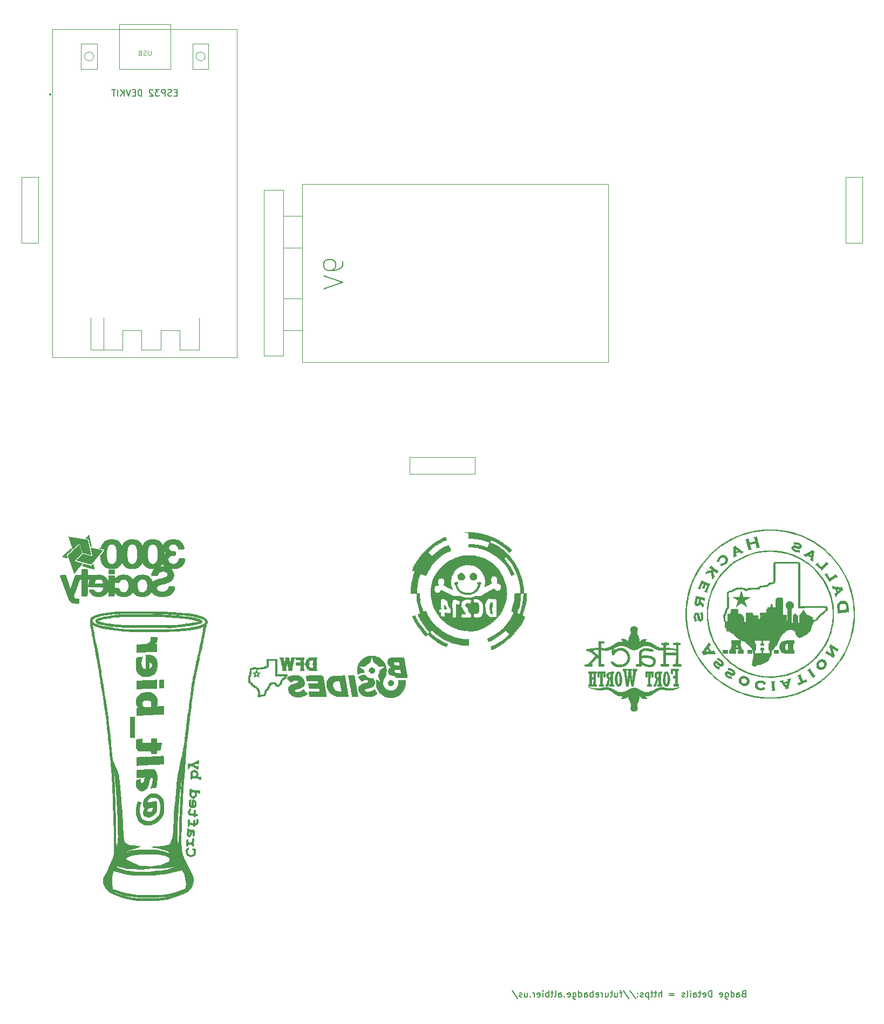
<source format=gbo>
G04 #@! TF.GenerationSoftware,KiCad,Pcbnew,(6.0.11)*
G04 #@! TF.CreationDate,2023-06-05T19:46:25-05:00*
G04 #@! TF.ProjectId,future_badge,66757475-7265-45f6-9261-6467652e6b69,1*
G04 #@! TF.SameCoordinates,Original*
G04 #@! TF.FileFunction,Legend,Bot*
G04 #@! TF.FilePolarity,Positive*
%FSLAX46Y46*%
G04 Gerber Fmt 4.6, Leading zero omitted, Abs format (unit mm)*
G04 Created by KiCad (PCBNEW (6.0.11)) date 2023-06-05 19:46:25*
%MOMM*%
%LPD*%
G01*
G04 APERTURE LIST*
%ADD10C,0.150000*%
%ADD11C,0.200000*%
%ADD12C,0.100000*%
%ADD13C,0.010000*%
%ADD14C,0.120000*%
G04 APERTURE END LIST*
D10*
X135502380Y-176728571D02*
X135359523Y-176776190D01*
X135311904Y-176823809D01*
X135264285Y-176919047D01*
X135264285Y-177061904D01*
X135311904Y-177157142D01*
X135359523Y-177204761D01*
X135454761Y-177252380D01*
X135835714Y-177252380D01*
X135835714Y-176252380D01*
X135502380Y-176252380D01*
X135407142Y-176300000D01*
X135359523Y-176347619D01*
X135311904Y-176442857D01*
X135311904Y-176538095D01*
X135359523Y-176633333D01*
X135407142Y-176680952D01*
X135502380Y-176728571D01*
X135835714Y-176728571D01*
X134407142Y-177252380D02*
X134407142Y-176728571D01*
X134454761Y-176633333D01*
X134550000Y-176585714D01*
X134740476Y-176585714D01*
X134835714Y-176633333D01*
X134407142Y-177204761D02*
X134502380Y-177252380D01*
X134740476Y-177252380D01*
X134835714Y-177204761D01*
X134883333Y-177109523D01*
X134883333Y-177014285D01*
X134835714Y-176919047D01*
X134740476Y-176871428D01*
X134502380Y-176871428D01*
X134407142Y-176823809D01*
X133502380Y-177252380D02*
X133502380Y-176252380D01*
X133502380Y-177204761D02*
X133597619Y-177252380D01*
X133788095Y-177252380D01*
X133883333Y-177204761D01*
X133930952Y-177157142D01*
X133978571Y-177061904D01*
X133978571Y-176776190D01*
X133930952Y-176680952D01*
X133883333Y-176633333D01*
X133788095Y-176585714D01*
X133597619Y-176585714D01*
X133502380Y-176633333D01*
X132597619Y-176585714D02*
X132597619Y-177395238D01*
X132645238Y-177490476D01*
X132692857Y-177538095D01*
X132788095Y-177585714D01*
X132930952Y-177585714D01*
X133026190Y-177538095D01*
X132597619Y-177204761D02*
X132692857Y-177252380D01*
X132883333Y-177252380D01*
X132978571Y-177204761D01*
X133026190Y-177157142D01*
X133073809Y-177061904D01*
X133073809Y-176776190D01*
X133026190Y-176680952D01*
X132978571Y-176633333D01*
X132883333Y-176585714D01*
X132692857Y-176585714D01*
X132597619Y-176633333D01*
X131740476Y-177204761D02*
X131835714Y-177252380D01*
X132026190Y-177252380D01*
X132121428Y-177204761D01*
X132169047Y-177109523D01*
X132169047Y-176728571D01*
X132121428Y-176633333D01*
X132026190Y-176585714D01*
X131835714Y-176585714D01*
X131740476Y-176633333D01*
X131692857Y-176728571D01*
X131692857Y-176823809D01*
X132169047Y-176919047D01*
X130502380Y-177252380D02*
X130502380Y-176252380D01*
X130264285Y-176252380D01*
X130121428Y-176300000D01*
X130026190Y-176395238D01*
X129978571Y-176490476D01*
X129930952Y-176680952D01*
X129930952Y-176823809D01*
X129978571Y-177014285D01*
X130026190Y-177109523D01*
X130121428Y-177204761D01*
X130264285Y-177252380D01*
X130502380Y-177252380D01*
X129121428Y-177204761D02*
X129216666Y-177252380D01*
X129407142Y-177252380D01*
X129502380Y-177204761D01*
X129550000Y-177109523D01*
X129550000Y-176728571D01*
X129502380Y-176633333D01*
X129407142Y-176585714D01*
X129216666Y-176585714D01*
X129121428Y-176633333D01*
X129073809Y-176728571D01*
X129073809Y-176823809D01*
X129550000Y-176919047D01*
X128788095Y-176585714D02*
X128407142Y-176585714D01*
X128645238Y-176252380D02*
X128645238Y-177109523D01*
X128597619Y-177204761D01*
X128502380Y-177252380D01*
X128407142Y-177252380D01*
X127645238Y-177252380D02*
X127645238Y-176728571D01*
X127692857Y-176633333D01*
X127788095Y-176585714D01*
X127978571Y-176585714D01*
X128073809Y-176633333D01*
X127645238Y-177204761D02*
X127740476Y-177252380D01*
X127978571Y-177252380D01*
X128073809Y-177204761D01*
X128121428Y-177109523D01*
X128121428Y-177014285D01*
X128073809Y-176919047D01*
X127978571Y-176871428D01*
X127740476Y-176871428D01*
X127645238Y-176823809D01*
X127169047Y-177252380D02*
X127169047Y-176585714D01*
X127169047Y-176252380D02*
X127216666Y-176300000D01*
X127169047Y-176347619D01*
X127121428Y-176300000D01*
X127169047Y-176252380D01*
X127169047Y-176347619D01*
X126550000Y-177252380D02*
X126645238Y-177204761D01*
X126692857Y-177109523D01*
X126692857Y-176252380D01*
X126216666Y-177204761D02*
X126121428Y-177252380D01*
X125930952Y-177252380D01*
X125835714Y-177204761D01*
X125788095Y-177109523D01*
X125788095Y-177061904D01*
X125835714Y-176966666D01*
X125930952Y-176919047D01*
X126073809Y-176919047D01*
X126169047Y-176871428D01*
X126216666Y-176776190D01*
X126216666Y-176728571D01*
X126169047Y-176633333D01*
X126073809Y-176585714D01*
X125930952Y-176585714D01*
X125835714Y-176633333D01*
X124597619Y-176728571D02*
X123835714Y-176728571D01*
X123835714Y-177014285D02*
X124597619Y-177014285D01*
X122597619Y-177252380D02*
X122597619Y-176252380D01*
X122169047Y-177252380D02*
X122169047Y-176728571D01*
X122216666Y-176633333D01*
X122311904Y-176585714D01*
X122454761Y-176585714D01*
X122550000Y-176633333D01*
X122597619Y-176680952D01*
X121835714Y-176585714D02*
X121454761Y-176585714D01*
X121692857Y-176252380D02*
X121692857Y-177109523D01*
X121645238Y-177204761D01*
X121550000Y-177252380D01*
X121454761Y-177252380D01*
X121264285Y-176585714D02*
X120883333Y-176585714D01*
X121121428Y-176252380D02*
X121121428Y-177109523D01*
X121073809Y-177204761D01*
X120978571Y-177252380D01*
X120883333Y-177252380D01*
X120550000Y-176585714D02*
X120550000Y-177585714D01*
X120550000Y-176633333D02*
X120454761Y-176585714D01*
X120264285Y-176585714D01*
X120169047Y-176633333D01*
X120121428Y-176680952D01*
X120073809Y-176776190D01*
X120073809Y-177061904D01*
X120121428Y-177157142D01*
X120169047Y-177204761D01*
X120264285Y-177252380D01*
X120454761Y-177252380D01*
X120550000Y-177204761D01*
X119692857Y-177204761D02*
X119597619Y-177252380D01*
X119407142Y-177252380D01*
X119311904Y-177204761D01*
X119264285Y-177109523D01*
X119264285Y-177061904D01*
X119311904Y-176966666D01*
X119407142Y-176919047D01*
X119550000Y-176919047D01*
X119645238Y-176871428D01*
X119692857Y-176776190D01*
X119692857Y-176728571D01*
X119645238Y-176633333D01*
X119550000Y-176585714D01*
X119407142Y-176585714D01*
X119311904Y-176633333D01*
X118835714Y-177157142D02*
X118788095Y-177204761D01*
X118835714Y-177252380D01*
X118883333Y-177204761D01*
X118835714Y-177157142D01*
X118835714Y-177252380D01*
X118835714Y-176633333D02*
X118788095Y-176680952D01*
X118835714Y-176728571D01*
X118883333Y-176680952D01*
X118835714Y-176633333D01*
X118835714Y-176728571D01*
X117645238Y-176204761D02*
X118502380Y-177490476D01*
X116597619Y-176204761D02*
X117454761Y-177490476D01*
X116407142Y-176585714D02*
X116026190Y-176585714D01*
X116264285Y-177252380D02*
X116264285Y-176395238D01*
X116216666Y-176300000D01*
X116121428Y-176252380D01*
X116026190Y-176252380D01*
X115264285Y-176585714D02*
X115264285Y-177252380D01*
X115692857Y-176585714D02*
X115692857Y-177109523D01*
X115645238Y-177204761D01*
X115550000Y-177252380D01*
X115407142Y-177252380D01*
X115311904Y-177204761D01*
X115264285Y-177157142D01*
X114930952Y-176585714D02*
X114550000Y-176585714D01*
X114788095Y-176252380D02*
X114788095Y-177109523D01*
X114740476Y-177204761D01*
X114645238Y-177252380D01*
X114550000Y-177252380D01*
X113788095Y-176585714D02*
X113788095Y-177252380D01*
X114216666Y-176585714D02*
X114216666Y-177109523D01*
X114169047Y-177204761D01*
X114073809Y-177252380D01*
X113930952Y-177252380D01*
X113835714Y-177204761D01*
X113788095Y-177157142D01*
X113311904Y-177252380D02*
X113311904Y-176585714D01*
X113311904Y-176776190D02*
X113264285Y-176680952D01*
X113216666Y-176633333D01*
X113121428Y-176585714D01*
X113026190Y-176585714D01*
X112311904Y-177204761D02*
X112407142Y-177252380D01*
X112597619Y-177252380D01*
X112692857Y-177204761D01*
X112740476Y-177109523D01*
X112740476Y-176728571D01*
X112692857Y-176633333D01*
X112597619Y-176585714D01*
X112407142Y-176585714D01*
X112311904Y-176633333D01*
X112264285Y-176728571D01*
X112264285Y-176823809D01*
X112740476Y-176919047D01*
X111835714Y-177252380D02*
X111835714Y-176252380D01*
X111835714Y-176633333D02*
X111740476Y-176585714D01*
X111550000Y-176585714D01*
X111454761Y-176633333D01*
X111407142Y-176680952D01*
X111359523Y-176776190D01*
X111359523Y-177061904D01*
X111407142Y-177157142D01*
X111454761Y-177204761D01*
X111550000Y-177252380D01*
X111740476Y-177252380D01*
X111835714Y-177204761D01*
X110502380Y-177252380D02*
X110502380Y-176728571D01*
X110550000Y-176633333D01*
X110645238Y-176585714D01*
X110835714Y-176585714D01*
X110930952Y-176633333D01*
X110502380Y-177204761D02*
X110597619Y-177252380D01*
X110835714Y-177252380D01*
X110930952Y-177204761D01*
X110978571Y-177109523D01*
X110978571Y-177014285D01*
X110930952Y-176919047D01*
X110835714Y-176871428D01*
X110597619Y-176871428D01*
X110502380Y-176823809D01*
X109597619Y-177252380D02*
X109597619Y-176252380D01*
X109597619Y-177204761D02*
X109692857Y-177252380D01*
X109883333Y-177252380D01*
X109978571Y-177204761D01*
X110026190Y-177157142D01*
X110073809Y-177061904D01*
X110073809Y-176776190D01*
X110026190Y-176680952D01*
X109978571Y-176633333D01*
X109883333Y-176585714D01*
X109692857Y-176585714D01*
X109597619Y-176633333D01*
X108692857Y-176585714D02*
X108692857Y-177395238D01*
X108740476Y-177490476D01*
X108788095Y-177538095D01*
X108883333Y-177585714D01*
X109026190Y-177585714D01*
X109121428Y-177538095D01*
X108692857Y-177204761D02*
X108788095Y-177252380D01*
X108978571Y-177252380D01*
X109073809Y-177204761D01*
X109121428Y-177157142D01*
X109169047Y-177061904D01*
X109169047Y-176776190D01*
X109121428Y-176680952D01*
X109073809Y-176633333D01*
X108978571Y-176585714D01*
X108788095Y-176585714D01*
X108692857Y-176633333D01*
X107835714Y-177204761D02*
X107930952Y-177252380D01*
X108121428Y-177252380D01*
X108216666Y-177204761D01*
X108264285Y-177109523D01*
X108264285Y-176728571D01*
X108216666Y-176633333D01*
X108121428Y-176585714D01*
X107930952Y-176585714D01*
X107835714Y-176633333D01*
X107788095Y-176728571D01*
X107788095Y-176823809D01*
X108264285Y-176919047D01*
X107359523Y-177157142D02*
X107311904Y-177204761D01*
X107359523Y-177252380D01*
X107407142Y-177204761D01*
X107359523Y-177157142D01*
X107359523Y-177252380D01*
X106454761Y-177252380D02*
X106454761Y-176728571D01*
X106502380Y-176633333D01*
X106597619Y-176585714D01*
X106788095Y-176585714D01*
X106883333Y-176633333D01*
X106454761Y-177204761D02*
X106550000Y-177252380D01*
X106788095Y-177252380D01*
X106883333Y-177204761D01*
X106930952Y-177109523D01*
X106930952Y-177014285D01*
X106883333Y-176919047D01*
X106788095Y-176871428D01*
X106550000Y-176871428D01*
X106454761Y-176823809D01*
X105835714Y-177252380D02*
X105930952Y-177204761D01*
X105978571Y-177109523D01*
X105978571Y-176252380D01*
X105597619Y-176585714D02*
X105216666Y-176585714D01*
X105454761Y-176252380D02*
X105454761Y-177109523D01*
X105407142Y-177204761D01*
X105311904Y-177252380D01*
X105216666Y-177252380D01*
X104883333Y-177252380D02*
X104883333Y-176252380D01*
X104883333Y-176633333D02*
X104788095Y-176585714D01*
X104597619Y-176585714D01*
X104502380Y-176633333D01*
X104454761Y-176680952D01*
X104407142Y-176776190D01*
X104407142Y-177061904D01*
X104454761Y-177157142D01*
X104502380Y-177204761D01*
X104597619Y-177252380D01*
X104788095Y-177252380D01*
X104883333Y-177204761D01*
X103978571Y-177252380D02*
X103978571Y-176585714D01*
X103978571Y-176252380D02*
X104026190Y-176300000D01*
X103978571Y-176347619D01*
X103930952Y-176300000D01*
X103978571Y-176252380D01*
X103978571Y-176347619D01*
X103121428Y-177204761D02*
X103216666Y-177252380D01*
X103407142Y-177252380D01*
X103502380Y-177204761D01*
X103550000Y-177109523D01*
X103550000Y-176728571D01*
X103502380Y-176633333D01*
X103407142Y-176585714D01*
X103216666Y-176585714D01*
X103121428Y-176633333D01*
X103073809Y-176728571D01*
X103073809Y-176823809D01*
X103550000Y-176919047D01*
X102645238Y-177252380D02*
X102645238Y-176585714D01*
X102645238Y-176776190D02*
X102597619Y-176680952D01*
X102550000Y-176633333D01*
X102454761Y-176585714D01*
X102359523Y-176585714D01*
X102026190Y-177157142D02*
X101978571Y-177204761D01*
X102026190Y-177252380D01*
X102073809Y-177204761D01*
X102026190Y-177157142D01*
X102026190Y-177252380D01*
X101121428Y-176585714D02*
X101121428Y-177252380D01*
X101550000Y-176585714D02*
X101550000Y-177109523D01*
X101502380Y-177204761D01*
X101407142Y-177252380D01*
X101264285Y-177252380D01*
X101169047Y-177204761D01*
X101121428Y-177157142D01*
X100692857Y-177204761D02*
X100597619Y-177252380D01*
X100407142Y-177252380D01*
X100311904Y-177204761D01*
X100264285Y-177109523D01*
X100264285Y-177061904D01*
X100311904Y-176966666D01*
X100407142Y-176919047D01*
X100550000Y-176919047D01*
X100645238Y-176871428D01*
X100692857Y-176776190D01*
X100692857Y-176728571D01*
X100645238Y-176633333D01*
X100550000Y-176585714D01*
X100407142Y-176585714D01*
X100311904Y-176633333D01*
X99121428Y-176204761D02*
X99978571Y-177490476D01*
D11*
X72597142Y-61852857D02*
X72597142Y-62424285D01*
X72454285Y-62710000D01*
X72311428Y-62852857D01*
X71882857Y-63138571D01*
X71311428Y-63281428D01*
X70168571Y-63281428D01*
X69882857Y-63138571D01*
X69740000Y-62995714D01*
X69597142Y-62710000D01*
X69597142Y-62138571D01*
X69740000Y-61852857D01*
X69882857Y-61710000D01*
X70168571Y-61567142D01*
X70882857Y-61567142D01*
X71168571Y-61710000D01*
X71311428Y-61852857D01*
X71454285Y-62138571D01*
X71454285Y-62710000D01*
X71311428Y-62995714D01*
X71168571Y-63138571D01*
X70882857Y-63281428D01*
X69597142Y-64138571D02*
X72597142Y-65138571D01*
X69597142Y-66138571D01*
D10*
X46553809Y-35388571D02*
X46220476Y-35388571D01*
X46077619Y-35912380D02*
X46553809Y-35912380D01*
X46553809Y-34912380D01*
X46077619Y-34912380D01*
X45696666Y-35864761D02*
X45553809Y-35912380D01*
X45315714Y-35912380D01*
X45220476Y-35864761D01*
X45172857Y-35817142D01*
X45125238Y-35721904D01*
X45125238Y-35626666D01*
X45172857Y-35531428D01*
X45220476Y-35483809D01*
X45315714Y-35436190D01*
X45506190Y-35388571D01*
X45601428Y-35340952D01*
X45649047Y-35293333D01*
X45696666Y-35198095D01*
X45696666Y-35102857D01*
X45649047Y-35007619D01*
X45601428Y-34960000D01*
X45506190Y-34912380D01*
X45268095Y-34912380D01*
X45125238Y-34960000D01*
X44696666Y-35912380D02*
X44696666Y-34912380D01*
X44315714Y-34912380D01*
X44220476Y-34960000D01*
X44172857Y-35007619D01*
X44125238Y-35102857D01*
X44125238Y-35245714D01*
X44172857Y-35340952D01*
X44220476Y-35388571D01*
X44315714Y-35436190D01*
X44696666Y-35436190D01*
X43791904Y-34912380D02*
X43172857Y-34912380D01*
X43506190Y-35293333D01*
X43363333Y-35293333D01*
X43268095Y-35340952D01*
X43220476Y-35388571D01*
X43172857Y-35483809D01*
X43172857Y-35721904D01*
X43220476Y-35817142D01*
X43268095Y-35864761D01*
X43363333Y-35912380D01*
X43649047Y-35912380D01*
X43744285Y-35864761D01*
X43791904Y-35817142D01*
X42791904Y-35007619D02*
X42744285Y-34960000D01*
X42649047Y-34912380D01*
X42410952Y-34912380D01*
X42315714Y-34960000D01*
X42268095Y-35007619D01*
X42220476Y-35102857D01*
X42220476Y-35198095D01*
X42268095Y-35340952D01*
X42839523Y-35912380D01*
X42220476Y-35912380D01*
X41030000Y-35912380D02*
X41030000Y-34912380D01*
X40791904Y-34912380D01*
X40649047Y-34960000D01*
X40553809Y-35055238D01*
X40506190Y-35150476D01*
X40458571Y-35340952D01*
X40458571Y-35483809D01*
X40506190Y-35674285D01*
X40553809Y-35769523D01*
X40649047Y-35864761D01*
X40791904Y-35912380D01*
X41030000Y-35912380D01*
X40030000Y-35388571D02*
X39696666Y-35388571D01*
X39553809Y-35912380D02*
X40030000Y-35912380D01*
X40030000Y-34912380D01*
X39553809Y-34912380D01*
X39268095Y-34912380D02*
X38934761Y-35912380D01*
X38601428Y-34912380D01*
X38268095Y-35912380D02*
X38268095Y-34912380D01*
X37696666Y-35912380D02*
X38125238Y-35340952D01*
X37696666Y-34912380D02*
X38268095Y-35483809D01*
X37268095Y-35912380D02*
X37268095Y-34912380D01*
X36934761Y-34912380D02*
X36363333Y-34912380D01*
X36649047Y-35912380D02*
X36649047Y-34912380D01*
D12*
X42476428Y-28799285D02*
X42476428Y-29406428D01*
X42440714Y-29477857D01*
X42405000Y-29513571D01*
X42333571Y-29549285D01*
X42190714Y-29549285D01*
X42119285Y-29513571D01*
X42083571Y-29477857D01*
X42047857Y-29406428D01*
X42047857Y-28799285D01*
X41726428Y-29513571D02*
X41619285Y-29549285D01*
X41440714Y-29549285D01*
X41369285Y-29513571D01*
X41333571Y-29477857D01*
X41297857Y-29406428D01*
X41297857Y-29335000D01*
X41333571Y-29263571D01*
X41369285Y-29227857D01*
X41440714Y-29192142D01*
X41583571Y-29156428D01*
X41655000Y-29120714D01*
X41690714Y-29085000D01*
X41726428Y-29013571D01*
X41726428Y-28942142D01*
X41690714Y-28870714D01*
X41655000Y-28835000D01*
X41583571Y-28799285D01*
X41405000Y-28799285D01*
X41297857Y-28835000D01*
X40726428Y-29156428D02*
X40619285Y-29192142D01*
X40583571Y-29227857D01*
X40547857Y-29299285D01*
X40547857Y-29406428D01*
X40583571Y-29477857D01*
X40619285Y-29513571D01*
X40690714Y-29549285D01*
X40976428Y-29549285D01*
X40976428Y-28799285D01*
X40726428Y-28799285D01*
X40655000Y-28835000D01*
X40619285Y-28870714D01*
X40583571Y-28942142D01*
X40583571Y-29013571D01*
X40619285Y-29085000D01*
X40655000Y-29120714D01*
X40726428Y-29156428D01*
X40976428Y-29156428D01*
G36*
X29938669Y-106882374D02*
G01*
X29945955Y-106895279D01*
X29956371Y-106921977D01*
X29968135Y-106958066D01*
X29971240Y-106968253D01*
X29983085Y-107005053D01*
X29993093Y-107033165D01*
X29999367Y-107047172D01*
X30006616Y-107063677D01*
X30013618Y-107089181D01*
X30015762Y-107101968D01*
X30012406Y-107122926D01*
X29994443Y-107141465D01*
X29979650Y-107153692D01*
X29949245Y-107180031D01*
X29909299Y-107215429D01*
X29862848Y-107257156D01*
X29812927Y-107302482D01*
X29762569Y-107348677D01*
X29714811Y-107393010D01*
X29696672Y-107409888D01*
X29657342Y-107446028D01*
X29620627Y-107479235D01*
X29592600Y-107503993D01*
X29580478Y-107514508D01*
X29531907Y-107557300D01*
X29473845Y-107609231D01*
X29410371Y-107666617D01*
X29345567Y-107725776D01*
X29283511Y-107783024D01*
X29246359Y-107817500D01*
X29212808Y-107848617D01*
X29186792Y-107872726D01*
X29171989Y-107886418D01*
X29171065Y-107887272D01*
X29159604Y-107900588D01*
X29158897Y-107914613D01*
X29168333Y-107937965D01*
X29169308Y-107940093D01*
X29180016Y-107964455D01*
X29196156Y-108002178D01*
X29215711Y-108048519D01*
X29236667Y-108098732D01*
X29239966Y-108106679D01*
X29260563Y-108156125D01*
X29279200Y-108200597D01*
X29293941Y-108235493D01*
X29302854Y-108256212D01*
X29305513Y-108262243D01*
X29321308Y-108298995D01*
X29335170Y-108332628D01*
X29345016Y-108357982D01*
X29348760Y-108369897D01*
X29348530Y-108371007D01*
X29345413Y-108371912D01*
X29336002Y-108370324D01*
X29316996Y-108365435D01*
X29285096Y-108356435D01*
X29237000Y-108342517D01*
X29213761Y-108335789D01*
X29092469Y-108301648D01*
X28986204Y-108273566D01*
X28891560Y-108250638D01*
X28890061Y-108250290D01*
X28861435Y-108243058D01*
X28821993Y-108232425D01*
X28779800Y-108220560D01*
X28777675Y-108219950D01*
X28734352Y-108207916D01*
X28693236Y-108197135D01*
X28662960Y-108189875D01*
X28640086Y-108184878D01*
X28602696Y-108176113D01*
X28580256Y-108169483D01*
X28569320Y-108163851D01*
X28566440Y-108158083D01*
X28572056Y-108150032D01*
X28591377Y-108129087D01*
X28623173Y-108096836D01*
X28666104Y-108054560D01*
X28718826Y-108003542D01*
X28779999Y-107945065D01*
X28848279Y-107880409D01*
X28922325Y-107810858D01*
X29000795Y-107737693D01*
X29082346Y-107662197D01*
X29165637Y-107585652D01*
X29184322Y-107568536D01*
X29241555Y-107516009D01*
X29298403Y-107463702D01*
X29351210Y-107414987D01*
X29396322Y-107373234D01*
X29430083Y-107341812D01*
X29460178Y-107313757D01*
X29499052Y-107277773D01*
X29533097Y-107246527D01*
X29557327Y-107224611D01*
X29604983Y-107181917D01*
X29671629Y-107121624D01*
X29747618Y-107052366D01*
X29830018Y-106976806D01*
X29838935Y-106968621D01*
X29875450Y-106935421D01*
X29906003Y-106908139D01*
X29927617Y-106889409D01*
X29937313Y-106881866D01*
X29938669Y-106882374D01*
G37*
D13*
X29938669Y-106882374D02*
X29945955Y-106895279D01*
X29956371Y-106921977D01*
X29968135Y-106958066D01*
X29971240Y-106968253D01*
X29983085Y-107005053D01*
X29993093Y-107033165D01*
X29999367Y-107047172D01*
X30006616Y-107063677D01*
X30013618Y-107089181D01*
X30015762Y-107101968D01*
X30012406Y-107122926D01*
X29994443Y-107141465D01*
X29979650Y-107153692D01*
X29949245Y-107180031D01*
X29909299Y-107215429D01*
X29862848Y-107257156D01*
X29812927Y-107302482D01*
X29762569Y-107348677D01*
X29714811Y-107393010D01*
X29696672Y-107409888D01*
X29657342Y-107446028D01*
X29620627Y-107479235D01*
X29592600Y-107503993D01*
X29580478Y-107514508D01*
X29531907Y-107557300D01*
X29473845Y-107609231D01*
X29410371Y-107666617D01*
X29345567Y-107725776D01*
X29283511Y-107783024D01*
X29246359Y-107817500D01*
X29212808Y-107848617D01*
X29186792Y-107872726D01*
X29171989Y-107886418D01*
X29171065Y-107887272D01*
X29159604Y-107900588D01*
X29158897Y-107914613D01*
X29168333Y-107937965D01*
X29169308Y-107940093D01*
X29180016Y-107964455D01*
X29196156Y-108002178D01*
X29215711Y-108048519D01*
X29236667Y-108098732D01*
X29239966Y-108106679D01*
X29260563Y-108156125D01*
X29279200Y-108200597D01*
X29293941Y-108235493D01*
X29302854Y-108256212D01*
X29305513Y-108262243D01*
X29321308Y-108298995D01*
X29335170Y-108332628D01*
X29345016Y-108357982D01*
X29348760Y-108369897D01*
X29348530Y-108371007D01*
X29345413Y-108371912D01*
X29336002Y-108370324D01*
X29316996Y-108365435D01*
X29285096Y-108356435D01*
X29237000Y-108342517D01*
X29213761Y-108335789D01*
X29092469Y-108301648D01*
X28986204Y-108273566D01*
X28891560Y-108250638D01*
X28890061Y-108250290D01*
X28861435Y-108243058D01*
X28821993Y-108232425D01*
X28779800Y-108220560D01*
X28777675Y-108219950D01*
X28734352Y-108207916D01*
X28693236Y-108197135D01*
X28662960Y-108189875D01*
X28640086Y-108184878D01*
X28602696Y-108176113D01*
X28580256Y-108169483D01*
X28569320Y-108163851D01*
X28566440Y-108158083D01*
X28572056Y-108150032D01*
X28591377Y-108129087D01*
X28623173Y-108096836D01*
X28666104Y-108054560D01*
X28718826Y-108003542D01*
X28779999Y-107945065D01*
X28848279Y-107880409D01*
X28922325Y-107810858D01*
X29000795Y-107737693D01*
X29082346Y-107662197D01*
X29165637Y-107585652D01*
X29184322Y-107568536D01*
X29241555Y-107516009D01*
X29298403Y-107463702D01*
X29351210Y-107414987D01*
X29396322Y-107373234D01*
X29430083Y-107341812D01*
X29460178Y-107313757D01*
X29499052Y-107277773D01*
X29533097Y-107246527D01*
X29557327Y-107224611D01*
X29604983Y-107181917D01*
X29671629Y-107121624D01*
X29747618Y-107052366D01*
X29830018Y-106976806D01*
X29838935Y-106968621D01*
X29875450Y-106935421D01*
X29906003Y-106908139D01*
X29927617Y-106889409D01*
X29937313Y-106881866D01*
X29938669Y-106882374D01*
G36*
X31945415Y-109303399D02*
G01*
X31969278Y-109307532D01*
X32003108Y-109315802D01*
X32049312Y-109328516D01*
X32110300Y-109345976D01*
X32188480Y-109368486D01*
X32200405Y-109371827D01*
X32232266Y-109380524D01*
X32274283Y-109391835D01*
X32320560Y-109404165D01*
X32348297Y-109411542D01*
X32394030Y-109423805D01*
X32432582Y-109434263D01*
X32457720Y-109441229D01*
X32492443Y-109450750D01*
X32528840Y-109460172D01*
X32541391Y-109463333D01*
X32575980Y-109472462D01*
X32620566Y-109484760D01*
X32678306Y-109501106D01*
X32752360Y-109522380D01*
X32787129Y-109531867D01*
X32823480Y-109540968D01*
X32839756Y-109545047D01*
X32876461Y-109555127D01*
X32914920Y-109566484D01*
X32936420Y-109572972D01*
X32977542Y-109584874D01*
X33011440Y-109594101D01*
X33017481Y-109595684D01*
X33050383Y-109605232D01*
X33076456Y-109614102D01*
X33086601Y-109617005D01*
X33103350Y-109615619D01*
X33125332Y-109605126D01*
X33157736Y-109583576D01*
X33186669Y-109561490D01*
X33213732Y-109537364D01*
X33229880Y-109518748D01*
X33230109Y-109518379D01*
X33242538Y-109500514D01*
X33262849Y-109473455D01*
X33288149Y-109440820D01*
X33315547Y-109406227D01*
X33342151Y-109373292D01*
X33365069Y-109345633D01*
X33381410Y-109326867D01*
X33388281Y-109320611D01*
X33388420Y-109320826D01*
X33391899Y-109332818D01*
X33398208Y-109358987D01*
X33406088Y-109394132D01*
X33408738Y-109406206D01*
X33418104Y-109448133D01*
X33430283Y-109501963D01*
X33443995Y-109562045D01*
X33457957Y-109622732D01*
X33464434Y-109650792D01*
X33477512Y-109707689D01*
X33489241Y-109759002D01*
X33498540Y-109799995D01*
X33504327Y-109825932D01*
X33516921Y-109883707D01*
X33531242Y-109949607D01*
X33542203Y-110000403D01*
X33550394Y-110038861D01*
X33556400Y-110067747D01*
X33560811Y-110089828D01*
X33564214Y-110107872D01*
X33567848Y-110130700D01*
X33566444Y-110145078D01*
X33556062Y-110149294D01*
X33533291Y-110144530D01*
X33494717Y-110131971D01*
X33468205Y-110123202D01*
X33437332Y-110113406D01*
X33399746Y-110101906D01*
X33352240Y-110087734D01*
X33291607Y-110069924D01*
X33214640Y-110047509D01*
X33171928Y-110034944D01*
X33117269Y-110018590D01*
X33067320Y-110003397D01*
X33022303Y-109989957D01*
X32970201Y-109975117D01*
X32925660Y-109963112D01*
X32893464Y-109954599D01*
X32851595Y-109942965D01*
X32818980Y-109933290D01*
X32811055Y-109930818D01*
X32771301Y-109918835D01*
X32732040Y-109907498D01*
X32720417Y-109904225D01*
X32686627Y-109894537D01*
X32660920Y-109886941D01*
X32627428Y-109876769D01*
X32516719Y-109843724D01*
X32389731Y-109806572D01*
X32248994Y-109766049D01*
X32097040Y-109722891D01*
X32080375Y-109718180D01*
X32027115Y-109703034D01*
X31979388Y-109689330D01*
X31941871Y-109678417D01*
X31919240Y-109671642D01*
X31880263Y-109659610D01*
X31835788Y-109646471D01*
X31787160Y-109632912D01*
X31780912Y-109631165D01*
X31743002Y-109619144D01*
X31709047Y-109606325D01*
X31686911Y-109595632D01*
X31688568Y-109592023D01*
X31700153Y-109575361D01*
X31720590Y-109547978D01*
X31747464Y-109512957D01*
X31778359Y-109473384D01*
X31810859Y-109432346D01*
X31842551Y-109392928D01*
X31871016Y-109358214D01*
X31893842Y-109331292D01*
X31901443Y-109322174D01*
X31909532Y-109312793D01*
X31917951Y-109306334D01*
X31929109Y-109303102D01*
X31945415Y-109303399D01*
G37*
X31945415Y-109303399D02*
X31969278Y-109307532D01*
X32003108Y-109315802D01*
X32049312Y-109328516D01*
X32110300Y-109345976D01*
X32188480Y-109368486D01*
X32200405Y-109371827D01*
X32232266Y-109380524D01*
X32274283Y-109391835D01*
X32320560Y-109404165D01*
X32348297Y-109411542D01*
X32394030Y-109423805D01*
X32432582Y-109434263D01*
X32457720Y-109441229D01*
X32492443Y-109450750D01*
X32528840Y-109460172D01*
X32541391Y-109463333D01*
X32575980Y-109472462D01*
X32620566Y-109484760D01*
X32678306Y-109501106D01*
X32752360Y-109522380D01*
X32787129Y-109531867D01*
X32823480Y-109540968D01*
X32839756Y-109545047D01*
X32876461Y-109555127D01*
X32914920Y-109566484D01*
X32936420Y-109572972D01*
X32977542Y-109584874D01*
X33011440Y-109594101D01*
X33017481Y-109595684D01*
X33050383Y-109605232D01*
X33076456Y-109614102D01*
X33086601Y-109617005D01*
X33103350Y-109615619D01*
X33125332Y-109605126D01*
X33157736Y-109583576D01*
X33186669Y-109561490D01*
X33213732Y-109537364D01*
X33229880Y-109518748D01*
X33230109Y-109518379D01*
X33242538Y-109500514D01*
X33262849Y-109473455D01*
X33288149Y-109440820D01*
X33315547Y-109406227D01*
X33342151Y-109373292D01*
X33365069Y-109345633D01*
X33381410Y-109326867D01*
X33388281Y-109320611D01*
X33388420Y-109320826D01*
X33391899Y-109332818D01*
X33398208Y-109358987D01*
X33406088Y-109394132D01*
X33408738Y-109406206D01*
X33418104Y-109448133D01*
X33430283Y-109501963D01*
X33443995Y-109562045D01*
X33457957Y-109622732D01*
X33464434Y-109650792D01*
X33477512Y-109707689D01*
X33489241Y-109759002D01*
X33498540Y-109799995D01*
X33504327Y-109825932D01*
X33516921Y-109883707D01*
X33531242Y-109949607D01*
X33542203Y-110000403D01*
X33550394Y-110038861D01*
X33556400Y-110067747D01*
X33560811Y-110089828D01*
X33564214Y-110107872D01*
X33567848Y-110130700D01*
X33566444Y-110145078D01*
X33556062Y-110149294D01*
X33533291Y-110144530D01*
X33494717Y-110131971D01*
X33468205Y-110123202D01*
X33437332Y-110113406D01*
X33399746Y-110101906D01*
X33352240Y-110087734D01*
X33291607Y-110069924D01*
X33214640Y-110047509D01*
X33171928Y-110034944D01*
X33117269Y-110018590D01*
X33067320Y-110003397D01*
X33022303Y-109989957D01*
X32970201Y-109975117D01*
X32925660Y-109963112D01*
X32893464Y-109954599D01*
X32851595Y-109942965D01*
X32818980Y-109933290D01*
X32811055Y-109930818D01*
X32771301Y-109918835D01*
X32732040Y-109907498D01*
X32720417Y-109904225D01*
X32686627Y-109894537D01*
X32660920Y-109886941D01*
X32627428Y-109876769D01*
X32516719Y-109843724D01*
X32389731Y-109806572D01*
X32248994Y-109766049D01*
X32097040Y-109722891D01*
X32080375Y-109718180D01*
X32027115Y-109703034D01*
X31979388Y-109689330D01*
X31941871Y-109678417D01*
X31919240Y-109671642D01*
X31880263Y-109659610D01*
X31835788Y-109646471D01*
X31787160Y-109632912D01*
X31780912Y-109631165D01*
X31743002Y-109619144D01*
X31709047Y-109606325D01*
X31686911Y-109595632D01*
X31688568Y-109592023D01*
X31700153Y-109575361D01*
X31720590Y-109547978D01*
X31747464Y-109512957D01*
X31778359Y-109473384D01*
X31810859Y-109432346D01*
X31842551Y-109392928D01*
X31871016Y-109358214D01*
X31893842Y-109331292D01*
X31901443Y-109322174D01*
X31909532Y-109312793D01*
X31917951Y-109306334D01*
X31929109Y-109303102D01*
X31945415Y-109303399D01*
G36*
X31212498Y-106291351D02*
G01*
X31212704Y-106291955D01*
X31218172Y-106310108D01*
X31228517Y-106346315D01*
X31243338Y-106399126D01*
X31262232Y-106467095D01*
X31284795Y-106548771D01*
X31310625Y-106642706D01*
X31339319Y-106747452D01*
X31344514Y-106766446D01*
X31365301Y-106842364D01*
X31381629Y-106901810D01*
X31394217Y-106947360D01*
X31403784Y-106981589D01*
X31411049Y-107007070D01*
X31416729Y-107026380D01*
X31421543Y-107042092D01*
X31426599Y-107059365D01*
X31435921Y-107092597D01*
X31447846Y-107135917D01*
X31460989Y-107184332D01*
X31465868Y-107202382D01*
X31481704Y-107260599D01*
X31500330Y-107328670D01*
X31519814Y-107399548D01*
X31538225Y-107466188D01*
X31549554Y-107507425D01*
X31563250Y-107558376D01*
X31574153Y-107600243D01*
X31581358Y-107629534D01*
X31583960Y-107642757D01*
X31583325Y-107644479D01*
X31572150Y-107659284D01*
X31547671Y-107687348D01*
X31510707Y-107727816D01*
X31462077Y-107779831D01*
X31402599Y-107842538D01*
X31333093Y-107915081D01*
X31254377Y-107996605D01*
X31167270Y-108086254D01*
X31072591Y-108183173D01*
X30971157Y-108286504D01*
X30863789Y-108395394D01*
X30833826Y-108425753D01*
X30770927Y-108489725D01*
X30712801Y-108549163D01*
X30661041Y-108602420D01*
X30617237Y-108647849D01*
X30582982Y-108683803D01*
X30559865Y-108708636D01*
X30549478Y-108720700D01*
X30549078Y-108721280D01*
X30533502Y-108740411D01*
X30508650Y-108767623D01*
X30479709Y-108797225D01*
X30446571Y-108832940D01*
X30429040Y-108859625D01*
X30428695Y-108875684D01*
X30445562Y-108881052D01*
X30466251Y-108884019D01*
X30493822Y-108892477D01*
X30500091Y-108894995D01*
X30524595Y-108904707D01*
X30546095Y-108912720D01*
X30568367Y-108920180D01*
X30595186Y-108928234D01*
X30630327Y-108938026D01*
X30677567Y-108950703D01*
X30740680Y-108967412D01*
X30741772Y-108967700D01*
X30814194Y-108986959D01*
X30869993Y-109002086D01*
X30912210Y-109013919D01*
X30943880Y-109023292D01*
X30949521Y-109024989D01*
X30978970Y-109033376D01*
X31012460Y-109042433D01*
X31064698Y-109056192D01*
X31104067Y-109066708D01*
X31136100Y-109075509D01*
X31166998Y-109084301D01*
X31202960Y-109094786D01*
X31242443Y-109106238D01*
X31283673Y-109117957D01*
X31314720Y-109126529D01*
X31320744Y-109128154D01*
X31354001Y-109137475D01*
X31380760Y-109145462D01*
X31393710Y-109149277D01*
X31424794Y-109157893D01*
X31466295Y-109169060D01*
X31512840Y-109181322D01*
X31545302Y-109189867D01*
X31592227Y-109202498D01*
X31631795Y-109213466D01*
X31657841Y-109221080D01*
X31696162Y-109233033D01*
X31675881Y-109256418D01*
X31668187Y-109265451D01*
X31647733Y-109289804D01*
X31618796Y-109324464D01*
X31584038Y-109366240D01*
X31546120Y-109411944D01*
X31532699Y-109428117D01*
X31484641Y-109485732D01*
X31433533Y-109546624D01*
X31384695Y-109604469D01*
X31343445Y-109652944D01*
X31303257Y-109700208D01*
X31257031Y-109755146D01*
X31212636Y-109808421D01*
X31175805Y-109853180D01*
X31143756Y-109892429D01*
X31075920Y-109975010D01*
X31006670Y-110058736D01*
X30940706Y-110137934D01*
X30882728Y-110206932D01*
X30858693Y-110235407D01*
X30795089Y-110311163D01*
X30724550Y-110395731D01*
X30645133Y-110491442D01*
X30554895Y-110600632D01*
X30552096Y-110604021D01*
X30513558Y-110650310D01*
X30479503Y-110690517D01*
X30452022Y-110722226D01*
X30433207Y-110743023D01*
X30425148Y-110750492D01*
X30421985Y-110746940D01*
X30413208Y-110728952D01*
X30399296Y-110695308D01*
X30380057Y-110645492D01*
X30355301Y-110578990D01*
X30324838Y-110495285D01*
X30288475Y-110393864D01*
X30246022Y-110274211D01*
X30197288Y-110135812D01*
X30176770Y-110077612D01*
X30157263Y-110022753D01*
X30140537Y-109976186D01*
X30127894Y-109941542D01*
X30120640Y-109922452D01*
X30118822Y-109917910D01*
X30111050Y-109897514D01*
X30099352Y-109865735D01*
X30083259Y-109821276D01*
X30062307Y-109762837D01*
X30036029Y-109689119D01*
X30003958Y-109598823D01*
X29965629Y-109490652D01*
X29947570Y-109439774D01*
X29925505Y-109377877D01*
X29904569Y-109319398D01*
X29887577Y-109272212D01*
X29859581Y-109194760D01*
X29827702Y-109106388D01*
X29796598Y-109019995D01*
X29768323Y-108941287D01*
X29744931Y-108875972D01*
X29726274Y-108824122D01*
X29705019Y-108765606D01*
X29685883Y-108713412D01*
X29675057Y-108683392D01*
X29656506Y-108630092D01*
X29636632Y-108571341D01*
X29618220Y-108515292D01*
X29606815Y-108480586D01*
X29584457Y-108415018D01*
X29561027Y-108348722D01*
X29540049Y-108291772D01*
X29527582Y-108258936D01*
X29508363Y-108208300D01*
X29491078Y-108162738D01*
X29478367Y-108129212D01*
X29468725Y-108104687D01*
X29457144Y-108077702D01*
X29449609Y-108063172D01*
X29448819Y-108061980D01*
X29441795Y-108043856D01*
X29435286Y-108016977D01*
X29428554Y-107980942D01*
X29664974Y-107752817D01*
X29729081Y-107690885D01*
X29808004Y-107614491D01*
X29890689Y-107534327D01*
X29972533Y-107454856D01*
X30048936Y-107380544D01*
X30115297Y-107315855D01*
X30173147Y-107259478D01*
X30235529Y-107198886D01*
X30296192Y-107140150D01*
X30351937Y-107086363D01*
X30399566Y-107040614D01*
X30435880Y-107005997D01*
X30437272Y-107004680D01*
X30487427Y-106957058D01*
X30544987Y-106902220D01*
X30602951Y-106846844D01*
X30654320Y-106797607D01*
X30665863Y-106786533D01*
X30711623Y-106742887D01*
X30756798Y-106700149D01*
X30796716Y-106662725D01*
X30826703Y-106635025D01*
X30839368Y-106623454D01*
X30878065Y-106587756D01*
X30925381Y-106543654D01*
X30982826Y-106489733D01*
X31051911Y-106424576D01*
X31134146Y-106346766D01*
X31149060Y-106332842D01*
X31182577Y-106303894D01*
X31203591Y-106290157D01*
X31212498Y-106291351D01*
G37*
X31212498Y-106291351D02*
X31212704Y-106291955D01*
X31218172Y-106310108D01*
X31228517Y-106346315D01*
X31243338Y-106399126D01*
X31262232Y-106467095D01*
X31284795Y-106548771D01*
X31310625Y-106642706D01*
X31339319Y-106747452D01*
X31344514Y-106766446D01*
X31365301Y-106842364D01*
X31381629Y-106901810D01*
X31394217Y-106947360D01*
X31403784Y-106981589D01*
X31411049Y-107007070D01*
X31416729Y-107026380D01*
X31421543Y-107042092D01*
X31426599Y-107059365D01*
X31435921Y-107092597D01*
X31447846Y-107135917D01*
X31460989Y-107184332D01*
X31465868Y-107202382D01*
X31481704Y-107260599D01*
X31500330Y-107328670D01*
X31519814Y-107399548D01*
X31538225Y-107466188D01*
X31549554Y-107507425D01*
X31563250Y-107558376D01*
X31574153Y-107600243D01*
X31581358Y-107629534D01*
X31583960Y-107642757D01*
X31583325Y-107644479D01*
X31572150Y-107659284D01*
X31547671Y-107687348D01*
X31510707Y-107727816D01*
X31462077Y-107779831D01*
X31402599Y-107842538D01*
X31333093Y-107915081D01*
X31254377Y-107996605D01*
X31167270Y-108086254D01*
X31072591Y-108183173D01*
X30971157Y-108286504D01*
X30863789Y-108395394D01*
X30833826Y-108425753D01*
X30770927Y-108489725D01*
X30712801Y-108549163D01*
X30661041Y-108602420D01*
X30617237Y-108647849D01*
X30582982Y-108683803D01*
X30559865Y-108708636D01*
X30549478Y-108720700D01*
X30549078Y-108721280D01*
X30533502Y-108740411D01*
X30508650Y-108767623D01*
X30479709Y-108797225D01*
X30446571Y-108832940D01*
X30429040Y-108859625D01*
X30428695Y-108875684D01*
X30445562Y-108881052D01*
X30466251Y-108884019D01*
X30493822Y-108892477D01*
X30500091Y-108894995D01*
X30524595Y-108904707D01*
X30546095Y-108912720D01*
X30568367Y-108920180D01*
X30595186Y-108928234D01*
X30630327Y-108938026D01*
X30677567Y-108950703D01*
X30740680Y-108967412D01*
X30741772Y-108967700D01*
X30814194Y-108986959D01*
X30869993Y-109002086D01*
X30912210Y-109013919D01*
X30943880Y-109023292D01*
X30949521Y-109024989D01*
X30978970Y-109033376D01*
X31012460Y-109042433D01*
X31064698Y-109056192D01*
X31104067Y-109066708D01*
X31136100Y-109075509D01*
X31166998Y-109084301D01*
X31202960Y-109094786D01*
X31242443Y-109106238D01*
X31283673Y-109117957D01*
X31314720Y-109126529D01*
X31320744Y-109128154D01*
X31354001Y-109137475D01*
X31380760Y-109145462D01*
X31393710Y-109149277D01*
X31424794Y-109157893D01*
X31466295Y-109169060D01*
X31512840Y-109181322D01*
X31545302Y-109189867D01*
X31592227Y-109202498D01*
X31631795Y-109213466D01*
X31657841Y-109221080D01*
X31696162Y-109233033D01*
X31675881Y-109256418D01*
X31668187Y-109265451D01*
X31647733Y-109289804D01*
X31618796Y-109324464D01*
X31584038Y-109366240D01*
X31546120Y-109411944D01*
X31532699Y-109428117D01*
X31484641Y-109485732D01*
X31433533Y-109546624D01*
X31384695Y-109604469D01*
X31343445Y-109652944D01*
X31303257Y-109700208D01*
X31257031Y-109755146D01*
X31212636Y-109808421D01*
X31175805Y-109853180D01*
X31143756Y-109892429D01*
X31075920Y-109975010D01*
X31006670Y-110058736D01*
X30940706Y-110137934D01*
X30882728Y-110206932D01*
X30858693Y-110235407D01*
X30795089Y-110311163D01*
X30724550Y-110395731D01*
X30645133Y-110491442D01*
X30554895Y-110600632D01*
X30552096Y-110604021D01*
X30513558Y-110650310D01*
X30479503Y-110690517D01*
X30452022Y-110722226D01*
X30433207Y-110743023D01*
X30425148Y-110750492D01*
X30421985Y-110746940D01*
X30413208Y-110728952D01*
X30399296Y-110695308D01*
X30380057Y-110645492D01*
X30355301Y-110578990D01*
X30324838Y-110495285D01*
X30288475Y-110393864D01*
X30246022Y-110274211D01*
X30197288Y-110135812D01*
X30176770Y-110077612D01*
X30157263Y-110022753D01*
X30140537Y-109976186D01*
X30127894Y-109941542D01*
X30120640Y-109922452D01*
X30118822Y-109917910D01*
X30111050Y-109897514D01*
X30099352Y-109865735D01*
X30083259Y-109821276D01*
X30062307Y-109762837D01*
X30036029Y-109689119D01*
X30003958Y-109598823D01*
X29965629Y-109490652D01*
X29947570Y-109439774D01*
X29925505Y-109377877D01*
X29904569Y-109319398D01*
X29887577Y-109272212D01*
X29859581Y-109194760D01*
X29827702Y-109106388D01*
X29796598Y-109019995D01*
X29768323Y-108941287D01*
X29744931Y-108875972D01*
X29726274Y-108824122D01*
X29705019Y-108765606D01*
X29685883Y-108713412D01*
X29675057Y-108683392D01*
X29656506Y-108630092D01*
X29636632Y-108571341D01*
X29618220Y-108515292D01*
X29606815Y-108480586D01*
X29584457Y-108415018D01*
X29561027Y-108348722D01*
X29540049Y-108291772D01*
X29527582Y-108258936D01*
X29508363Y-108208300D01*
X29491078Y-108162738D01*
X29478367Y-108129212D01*
X29468725Y-108104687D01*
X29457144Y-108077702D01*
X29449609Y-108063172D01*
X29448819Y-108061980D01*
X29441795Y-108043856D01*
X29435286Y-108016977D01*
X29428554Y-107980942D01*
X29664974Y-107752817D01*
X29729081Y-107690885D01*
X29808004Y-107614491D01*
X29890689Y-107534327D01*
X29972533Y-107454856D01*
X30048936Y-107380544D01*
X30115297Y-107315855D01*
X30173147Y-107259478D01*
X30235529Y-107198886D01*
X30296192Y-107140150D01*
X30351937Y-107086363D01*
X30399566Y-107040614D01*
X30435880Y-107005997D01*
X30437272Y-107004680D01*
X30487427Y-106957058D01*
X30544987Y-106902220D01*
X30602951Y-106846844D01*
X30654320Y-106797607D01*
X30665863Y-106786533D01*
X30711623Y-106742887D01*
X30756798Y-106700149D01*
X30796716Y-106662725D01*
X30826703Y-106635025D01*
X30839368Y-106623454D01*
X30878065Y-106587756D01*
X30925381Y-106543654D01*
X30982826Y-106489733D01*
X31051911Y-106424576D01*
X31134146Y-106346766D01*
X31149060Y-106332842D01*
X31182577Y-106303894D01*
X31203591Y-106290157D01*
X31212498Y-106291351D01*
G36*
X33044460Y-106788473D02*
G01*
X33047535Y-106789398D01*
X33073749Y-106796188D01*
X33111489Y-106804947D01*
X33153680Y-106814019D01*
X33164185Y-106816187D01*
X33245347Y-106832953D01*
X33310421Y-106846442D01*
X33362833Y-106857378D01*
X33406008Y-106866480D01*
X33443370Y-106874471D01*
X33478346Y-106882073D01*
X33514360Y-106890007D01*
X33519860Y-106891219D01*
X33562718Y-106900509D01*
X33619882Y-106912705D01*
X33686562Y-106926796D01*
X33757971Y-106941770D01*
X33829320Y-106956612D01*
X33847929Y-106960473D01*
X33915870Y-106974682D01*
X33979925Y-106988241D01*
X34036088Y-107000293D01*
X34080355Y-107009980D01*
X34108720Y-107016444D01*
X34139992Y-107023651D01*
X34187066Y-107034070D01*
X34241476Y-107045811D01*
X34296680Y-107057449D01*
X34344068Y-107067367D01*
X34407102Y-107080709D01*
X34466897Y-107093509D01*
X34515120Y-107103991D01*
X34547107Y-107110934D01*
X34605043Y-107123228D01*
X34667925Y-107136320D01*
X34726826Y-107148339D01*
X34727534Y-107148482D01*
X34774416Y-107158267D01*
X34813583Y-107167075D01*
X34840955Y-107173946D01*
X34852455Y-107177919D01*
X34851332Y-107181384D01*
X34840423Y-107198210D01*
X34819989Y-107226388D01*
X34792173Y-107263165D01*
X34759122Y-107305785D01*
X34722982Y-107351495D01*
X34685896Y-107397539D01*
X34650012Y-107441163D01*
X34617474Y-107479613D01*
X34608822Y-107489792D01*
X34585579Y-107517626D01*
X34554284Y-107555464D01*
X34517942Y-107599664D01*
X34479560Y-107646587D01*
X34457815Y-107673223D01*
X34419477Y-107720086D01*
X34384515Y-107762708D01*
X34356079Y-107797252D01*
X34337320Y-107819877D01*
X34323878Y-107836002D01*
X34301755Y-107862750D01*
X34286467Y-107881502D01*
X34286288Y-107881726D01*
X34273748Y-107897135D01*
X34251443Y-107924321D01*
X34222475Y-107959511D01*
X34189947Y-107998931D01*
X34183509Y-108006728D01*
X34144123Y-108054556D01*
X34098127Y-108110571D01*
X34050725Y-108168430D01*
X34007120Y-108221789D01*
X33990265Y-108242417D01*
X33952433Y-108288489D01*
X33917541Y-108330696D01*
X33888879Y-108365065D01*
X33869735Y-108387629D01*
X33859797Y-108399251D01*
X33832932Y-108431359D01*
X33800832Y-108470346D01*
X33768453Y-108510212D01*
X33748729Y-108534605D01*
X33723837Y-108565121D01*
X33705737Y-108586975D01*
X33697389Y-108596572D01*
X33693723Y-108600579D01*
X33679066Y-108617718D01*
X33656455Y-108644703D01*
X33628987Y-108677852D01*
X33621533Y-108686891D01*
X33583233Y-108733341D01*
X33542589Y-108782638D01*
X33507237Y-108825519D01*
X33487246Y-108849851D01*
X33450058Y-108895364D01*
X33409752Y-108944919D01*
X33372120Y-108991404D01*
X33365722Y-108999305D01*
X33327872Y-109045369D01*
X33282795Y-109099391D01*
X33235596Y-109155283D01*
X33191380Y-109206957D01*
X33169737Y-109231706D01*
X33135078Y-109269911D01*
X33105753Y-109300472D01*
X33084334Y-109320746D01*
X33073395Y-109328092D01*
X33069769Y-109327762D01*
X33048495Y-109323793D01*
X33014999Y-109316275D01*
X32974736Y-109306406D01*
X32963506Y-109303560D01*
X32919548Y-109292617D01*
X32880587Y-109283196D01*
X32853960Y-109277078D01*
X32839302Y-109273637D01*
X32806176Y-109265395D01*
X32760702Y-109253827D01*
X32706974Y-109239997D01*
X32649083Y-109224967D01*
X32591120Y-109209802D01*
X32537178Y-109195564D01*
X32491347Y-109183316D01*
X32457720Y-109174121D01*
X32423022Y-109164826D01*
X32386600Y-109155677D01*
X32366981Y-109150777D01*
X32329583Y-109140953D01*
X32290080Y-109130171D01*
X32288108Y-109129621D01*
X32238760Y-109116072D01*
X32183675Y-109101264D01*
X32127078Y-109086298D01*
X32073193Y-109072272D01*
X32026242Y-109060287D01*
X31990450Y-109051442D01*
X31970040Y-109046837D01*
X31951008Y-109042329D01*
X31924320Y-109033452D01*
X31905034Y-109026638D01*
X31876060Y-109018977D01*
X31853106Y-109014175D01*
X31820180Y-109007286D01*
X31797801Y-109001603D01*
X31771920Y-108992812D01*
X31754897Y-108986749D01*
X31726200Y-108979350D01*
X31712542Y-108976386D01*
X31680868Y-108968562D01*
X31644920Y-108958926D01*
X31619595Y-108951912D01*
X31562338Y-108936297D01*
X31495894Y-108918414D01*
X31423863Y-108899210D01*
X31349845Y-108879631D01*
X31277441Y-108860624D01*
X31210250Y-108843138D01*
X31151872Y-108828118D01*
X31105909Y-108816511D01*
X31075960Y-108809265D01*
X31072220Y-108808398D01*
X31036376Y-108799478D01*
X30999760Y-108789612D01*
X30988494Y-108786446D01*
X30947492Y-108775388D01*
X30899946Y-108763342D01*
X30839206Y-108748611D01*
X30822063Y-108743883D01*
X30800573Y-108735286D01*
X30793486Y-108728123D01*
X30798277Y-108722263D01*
X30816035Y-108703004D01*
X30845519Y-108671902D01*
X30885295Y-108630425D01*
X30933933Y-108580042D01*
X30989998Y-108522221D01*
X31052058Y-108458430D01*
X31118681Y-108390137D01*
X31188433Y-108318811D01*
X31259883Y-108245919D01*
X31331597Y-108172930D01*
X31402142Y-108101312D01*
X31470087Y-108032533D01*
X31533998Y-107968061D01*
X31592443Y-107909365D01*
X31636323Y-107865717D01*
X31688453Y-107815053D01*
X31728913Y-107777525D01*
X31758926Y-107752054D01*
X31779715Y-107737562D01*
X31792503Y-107732972D01*
X31808664Y-107735163D01*
X31822720Y-107743132D01*
X31823283Y-107743888D01*
X31838266Y-107750554D01*
X31863360Y-107753292D01*
X31866045Y-107753319D01*
X31890286Y-107756184D01*
X31903307Y-107762329D01*
X31903626Y-107762785D01*
X31917623Y-107770427D01*
X31942006Y-107776416D01*
X31944373Y-107776829D01*
X31966121Y-107781595D01*
X32003922Y-107790573D01*
X32054825Y-107803016D01*
X32115879Y-107818178D01*
X32184134Y-107835314D01*
X32256639Y-107853675D01*
X32330444Y-107872516D01*
X32402597Y-107891089D01*
X32470148Y-107908649D01*
X32530146Y-107924449D01*
X32579640Y-107937743D01*
X32581946Y-107938370D01*
X32624843Y-107949882D01*
X32664978Y-107960380D01*
X32693940Y-107967662D01*
X32754770Y-107982490D01*
X32805681Y-107995491D01*
X32848880Y-108007292D01*
X32853071Y-108008471D01*
X32890535Y-108018619D01*
X32925080Y-108027436D01*
X32931391Y-108028983D01*
X32960044Y-108036111D01*
X33002087Y-108046654D01*
X33052925Y-108059456D01*
X33107960Y-108073363D01*
X33130819Y-108079146D01*
X33182549Y-108092200D01*
X33226942Y-108103361D01*
X33259880Y-108111595D01*
X33277241Y-108115866D01*
X33290593Y-108116717D01*
X33307831Y-108105495D01*
X33314580Y-108079816D01*
X33309735Y-108042188D01*
X33309335Y-108040627D01*
X33301756Y-108009570D01*
X33292015Y-107967833D01*
X33282115Y-107923991D01*
X33280114Y-107915125D01*
X33271066Y-107878607D01*
X33263011Y-107851271D01*
X33257494Y-107838478D01*
X33256372Y-107836899D01*
X33251980Y-107819647D01*
X33250200Y-107792838D01*
X33250082Y-107786565D01*
X33247053Y-107761805D01*
X33241212Y-107748935D01*
X33235829Y-107742277D01*
X33229415Y-107723867D01*
X33222428Y-107691293D01*
X33214106Y-107641532D01*
X33213933Y-107640435D01*
X33207520Y-107609885D01*
X33199947Y-107585652D01*
X33195147Y-107571231D01*
X33187211Y-107540660D01*
X33179325Y-107504372D01*
X33173720Y-107477141D01*
X33165352Y-107439892D01*
X33158473Y-107412932D01*
X33153192Y-107392474D01*
X33144667Y-107356531D01*
X33134258Y-107310825D01*
X33123164Y-107260532D01*
X33112700Y-107212779D01*
X33102110Y-107165372D01*
X33093327Y-107126988D01*
X33087576Y-107103052D01*
X33087357Y-107102198D01*
X33079662Y-107069997D01*
X33073825Y-107042092D01*
X33067832Y-107013641D01*
X33058035Y-106972195D01*
X33046561Y-106926469D01*
X33035370Y-106884272D01*
X33026423Y-106853410D01*
X33019604Y-106826043D01*
X33016520Y-106800953D01*
X33017286Y-106790799D01*
X33024556Y-106784184D01*
X33044460Y-106788473D01*
G37*
X33044460Y-106788473D02*
X33047535Y-106789398D01*
X33073749Y-106796188D01*
X33111489Y-106804947D01*
X33153680Y-106814019D01*
X33164185Y-106816187D01*
X33245347Y-106832953D01*
X33310421Y-106846442D01*
X33362833Y-106857378D01*
X33406008Y-106866480D01*
X33443370Y-106874471D01*
X33478346Y-106882073D01*
X33514360Y-106890007D01*
X33519860Y-106891219D01*
X33562718Y-106900509D01*
X33619882Y-106912705D01*
X33686562Y-106926796D01*
X33757971Y-106941770D01*
X33829320Y-106956612D01*
X33847929Y-106960473D01*
X33915870Y-106974682D01*
X33979925Y-106988241D01*
X34036088Y-107000293D01*
X34080355Y-107009980D01*
X34108720Y-107016444D01*
X34139992Y-107023651D01*
X34187066Y-107034070D01*
X34241476Y-107045811D01*
X34296680Y-107057449D01*
X34344068Y-107067367D01*
X34407102Y-107080709D01*
X34466897Y-107093509D01*
X34515120Y-107103991D01*
X34547107Y-107110934D01*
X34605043Y-107123228D01*
X34667925Y-107136320D01*
X34726826Y-107148339D01*
X34727534Y-107148482D01*
X34774416Y-107158267D01*
X34813583Y-107167075D01*
X34840955Y-107173946D01*
X34852455Y-107177919D01*
X34851332Y-107181384D01*
X34840423Y-107198210D01*
X34819989Y-107226388D01*
X34792173Y-107263165D01*
X34759122Y-107305785D01*
X34722982Y-107351495D01*
X34685896Y-107397539D01*
X34650012Y-107441163D01*
X34617474Y-107479613D01*
X34608822Y-107489792D01*
X34585579Y-107517626D01*
X34554284Y-107555464D01*
X34517942Y-107599664D01*
X34479560Y-107646587D01*
X34457815Y-107673223D01*
X34419477Y-107720086D01*
X34384515Y-107762708D01*
X34356079Y-107797252D01*
X34337320Y-107819877D01*
X34323878Y-107836002D01*
X34301755Y-107862750D01*
X34286467Y-107881502D01*
X34286288Y-107881726D01*
X34273748Y-107897135D01*
X34251443Y-107924321D01*
X34222475Y-107959511D01*
X34189947Y-107998931D01*
X34183509Y-108006728D01*
X34144123Y-108054556D01*
X34098127Y-108110571D01*
X34050725Y-108168430D01*
X34007120Y-108221789D01*
X33990265Y-108242417D01*
X33952433Y-108288489D01*
X33917541Y-108330696D01*
X33888879Y-108365065D01*
X33869735Y-108387629D01*
X33859797Y-108399251D01*
X33832932Y-108431359D01*
X33800832Y-108470346D01*
X33768453Y-108510212D01*
X33748729Y-108534605D01*
X33723837Y-108565121D01*
X33705737Y-108586975D01*
X33697389Y-108596572D01*
X33693723Y-108600579D01*
X33679066Y-108617718D01*
X33656455Y-108644703D01*
X33628987Y-108677852D01*
X33621533Y-108686891D01*
X33583233Y-108733341D01*
X33542589Y-108782638D01*
X33507237Y-108825519D01*
X33487246Y-108849851D01*
X33450058Y-108895364D01*
X33409752Y-108944919D01*
X33372120Y-108991404D01*
X33365722Y-108999305D01*
X33327872Y-109045369D01*
X33282795Y-109099391D01*
X33235596Y-109155283D01*
X33191380Y-109206957D01*
X33169737Y-109231706D01*
X33135078Y-109269911D01*
X33105753Y-109300472D01*
X33084334Y-109320746D01*
X33073395Y-109328092D01*
X33069769Y-109327762D01*
X33048495Y-109323793D01*
X33014999Y-109316275D01*
X32974736Y-109306406D01*
X32963506Y-109303560D01*
X32919548Y-109292617D01*
X32880587Y-109283196D01*
X32853960Y-109277078D01*
X32839302Y-109273637D01*
X32806176Y-109265395D01*
X32760702Y-109253827D01*
X32706974Y-109239997D01*
X32649083Y-109224967D01*
X32591120Y-109209802D01*
X32537178Y-109195564D01*
X32491347Y-109183316D01*
X32457720Y-109174121D01*
X32423022Y-109164826D01*
X32386600Y-109155677D01*
X32366981Y-109150777D01*
X32329583Y-109140953D01*
X32290080Y-109130171D01*
X32288108Y-109129621D01*
X32238760Y-109116072D01*
X32183675Y-109101264D01*
X32127078Y-109086298D01*
X32073193Y-109072272D01*
X32026242Y-109060287D01*
X31990450Y-109051442D01*
X31970040Y-109046837D01*
X31951008Y-109042329D01*
X31924320Y-109033452D01*
X31905034Y-109026638D01*
X31876060Y-109018977D01*
X31853106Y-109014175D01*
X31820180Y-109007286D01*
X31797801Y-109001603D01*
X31771920Y-108992812D01*
X31754897Y-108986749D01*
X31726200Y-108979350D01*
X31712542Y-108976386D01*
X31680868Y-108968562D01*
X31644920Y-108958926D01*
X31619595Y-108951912D01*
X31562338Y-108936297D01*
X31495894Y-108918414D01*
X31423863Y-108899210D01*
X31349845Y-108879631D01*
X31277441Y-108860624D01*
X31210250Y-108843138D01*
X31151872Y-108828118D01*
X31105909Y-108816511D01*
X31075960Y-108809265D01*
X31072220Y-108808398D01*
X31036376Y-108799478D01*
X30999760Y-108789612D01*
X30988494Y-108786446D01*
X30947492Y-108775388D01*
X30899946Y-108763342D01*
X30839206Y-108748611D01*
X30822063Y-108743883D01*
X30800573Y-108735286D01*
X30793486Y-108728123D01*
X30798277Y-108722263D01*
X30816035Y-108703004D01*
X30845519Y-108671902D01*
X30885295Y-108630425D01*
X30933933Y-108580042D01*
X30989998Y-108522221D01*
X31052058Y-108458430D01*
X31118681Y-108390137D01*
X31188433Y-108318811D01*
X31259883Y-108245919D01*
X31331597Y-108172930D01*
X31402142Y-108101312D01*
X31470087Y-108032533D01*
X31533998Y-107968061D01*
X31592443Y-107909365D01*
X31636323Y-107865717D01*
X31688453Y-107815053D01*
X31728913Y-107777525D01*
X31758926Y-107752054D01*
X31779715Y-107737562D01*
X31792503Y-107732972D01*
X31808664Y-107735163D01*
X31822720Y-107743132D01*
X31823283Y-107743888D01*
X31838266Y-107750554D01*
X31863360Y-107753292D01*
X31866045Y-107753319D01*
X31890286Y-107756184D01*
X31903307Y-107762329D01*
X31903626Y-107762785D01*
X31917623Y-107770427D01*
X31942006Y-107776416D01*
X31944373Y-107776829D01*
X31966121Y-107781595D01*
X32003922Y-107790573D01*
X32054825Y-107803016D01*
X32115879Y-107818178D01*
X32184134Y-107835314D01*
X32256639Y-107853675D01*
X32330444Y-107872516D01*
X32402597Y-107891089D01*
X32470148Y-107908649D01*
X32530146Y-107924449D01*
X32579640Y-107937743D01*
X32581946Y-107938370D01*
X32624843Y-107949882D01*
X32664978Y-107960380D01*
X32693940Y-107967662D01*
X32754770Y-107982490D01*
X32805681Y-107995491D01*
X32848880Y-108007292D01*
X32853071Y-108008471D01*
X32890535Y-108018619D01*
X32925080Y-108027436D01*
X32931391Y-108028983D01*
X32960044Y-108036111D01*
X33002087Y-108046654D01*
X33052925Y-108059456D01*
X33107960Y-108073363D01*
X33130819Y-108079146D01*
X33182549Y-108092200D01*
X33226942Y-108103361D01*
X33259880Y-108111595D01*
X33277241Y-108115866D01*
X33290593Y-108116717D01*
X33307831Y-108105495D01*
X33314580Y-108079816D01*
X33309735Y-108042188D01*
X33309335Y-108040627D01*
X33301756Y-108009570D01*
X33292015Y-107967833D01*
X33282115Y-107923991D01*
X33280114Y-107915125D01*
X33271066Y-107878607D01*
X33263011Y-107851271D01*
X33257494Y-107838478D01*
X33256372Y-107836899D01*
X33251980Y-107819647D01*
X33250200Y-107792838D01*
X33250082Y-107786565D01*
X33247053Y-107761805D01*
X33241212Y-107748935D01*
X33235829Y-107742277D01*
X33229415Y-107723867D01*
X33222428Y-107691293D01*
X33214106Y-107641532D01*
X33213933Y-107640435D01*
X33207520Y-107609885D01*
X33199947Y-107585652D01*
X33195147Y-107571231D01*
X33187211Y-107540660D01*
X33179325Y-107504372D01*
X33173720Y-107477141D01*
X33165352Y-107439892D01*
X33158473Y-107412932D01*
X33153192Y-107392474D01*
X33144667Y-107356531D01*
X33134258Y-107310825D01*
X33123164Y-107260532D01*
X33112700Y-107212779D01*
X33102110Y-107165372D01*
X33093327Y-107126988D01*
X33087576Y-107103052D01*
X33087357Y-107102198D01*
X33079662Y-107069997D01*
X33073825Y-107042092D01*
X33067832Y-107013641D01*
X33058035Y-106972195D01*
X33046561Y-106926469D01*
X33035370Y-106884272D01*
X33026423Y-106853410D01*
X33019604Y-106826043D01*
X33016520Y-106800953D01*
X33017286Y-106790799D01*
X33024556Y-106784184D01*
X33044460Y-106788473D01*
G36*
X46881864Y-109885129D02*
G01*
X46863310Y-109892816D01*
X46817715Y-109910341D01*
X46766188Y-109928764D01*
X46712303Y-109946960D01*
X46659633Y-109963804D01*
X46611753Y-109978169D01*
X46572235Y-109988930D01*
X46544654Y-109994962D01*
X46532582Y-109995140D01*
X46528171Y-109994248D01*
X46508682Y-109996765D01*
X46480177Y-110003760D01*
X46431892Y-110015505D01*
X46356662Y-110028566D01*
X46271970Y-110038636D01*
X46183880Y-110044872D01*
X46169809Y-110045546D01*
X46115170Y-110048531D01*
X46061017Y-110051964D01*
X46017260Y-110055228D01*
X45983828Y-110056587D01*
X45933710Y-110056143D01*
X45873570Y-110053933D01*
X45807199Y-110050252D01*
X45738389Y-110045399D01*
X45670931Y-110039671D01*
X45608618Y-110033364D01*
X45555241Y-110026776D01*
X45514591Y-110020204D01*
X45490460Y-110013945D01*
X45480362Y-110010569D01*
X45472313Y-110012554D01*
X45478151Y-110024007D01*
X45496509Y-110042883D01*
X45526020Y-110067137D01*
X45623488Y-110148328D01*
X45734731Y-110262279D01*
X45830574Y-110386496D01*
X45908908Y-110518493D01*
X45960974Y-110638248D01*
X46002292Y-110775535D01*
X46027831Y-110917574D01*
X46036784Y-111059771D01*
X46028342Y-111197532D01*
X46026691Y-111209995D01*
X46005704Y-111336890D01*
X45979371Y-111447411D01*
X45948094Y-111539842D01*
X45896628Y-111643454D01*
X45826672Y-111747179D01*
X45741593Y-111846676D01*
X45644006Y-111939462D01*
X45536528Y-112023055D01*
X45421773Y-112094972D01*
X45302357Y-112152730D01*
X45293747Y-112156285D01*
X45252982Y-112173230D01*
X45217188Y-112188270D01*
X45193280Y-112198503D01*
X45169325Y-112208306D01*
X45129746Y-112223401D01*
X45082359Y-112240787D01*
X45032525Y-112258557D01*
X44985600Y-112274802D01*
X44946944Y-112287617D01*
X44921913Y-112295093D01*
X44904631Y-112299650D01*
X44869677Y-112309152D01*
X44825181Y-112321433D01*
X44776720Y-112334961D01*
X44740512Y-112344980D01*
X44674378Y-112362807D01*
X44605172Y-112381011D01*
X44543040Y-112396904D01*
X44542960Y-112396924D01*
X44343709Y-112448229D01*
X44161627Y-112498003D01*
X43993701Y-112547098D01*
X43836920Y-112596364D01*
X43793521Y-112612216D01*
X43712991Y-112648539D01*
X43630030Y-112693488D01*
X43602975Y-112710747D01*
X43551976Y-112743281D01*
X43516937Y-112770693D01*
X43460256Y-112831531D01*
X43411695Y-112908064D01*
X43369883Y-113002243D01*
X43358282Y-113050864D01*
X43356645Y-113118356D01*
X43367692Y-113192220D01*
X43391039Y-113267632D01*
X43394878Y-113277182D01*
X43439407Y-113364996D01*
X43494226Y-113435975D01*
X43560149Y-113491192D01*
X43589395Y-113509988D01*
X43669738Y-113554675D01*
X43754192Y-113590862D01*
X43846747Y-113619877D01*
X43951391Y-113643050D01*
X44072115Y-113661709D01*
X44074359Y-113662000D01*
X44117082Y-113667455D01*
X44152414Y-113671410D01*
X44183800Y-113673735D01*
X44214683Y-113674296D01*
X44248506Y-113672964D01*
X44288714Y-113669606D01*
X44338750Y-113664092D01*
X44402057Y-113656289D01*
X44482080Y-113646067D01*
X44538078Y-113636439D01*
X44633106Y-113610530D01*
X44729331Y-113573821D01*
X44822449Y-113528499D01*
X44908158Y-113476749D01*
X44982153Y-113420756D01*
X45040132Y-113362704D01*
X45086854Y-113299554D01*
X45142849Y-113202714D01*
X45189521Y-113096167D01*
X45224051Y-112985692D01*
X45227308Y-112972944D01*
X45241636Y-112926919D01*
X45258013Y-112895030D01*
X45279676Y-112872297D01*
X45309864Y-112853742D01*
X45315200Y-112851103D01*
X45327289Y-112846076D01*
X45341573Y-112842093D01*
X45360317Y-112839033D01*
X45385787Y-112836775D01*
X45420248Y-112835199D01*
X45465967Y-112834183D01*
X45525208Y-112833607D01*
X45600239Y-112833350D01*
X45693323Y-112833292D01*
X45739459Y-112833373D01*
X45823153Y-112833961D01*
X45898772Y-112835060D01*
X45963869Y-112836607D01*
X46015993Y-112838536D01*
X46052696Y-112840782D01*
X46071529Y-112843282D01*
X46079303Y-112845986D01*
X46110588Y-112862795D01*
X46139663Y-112885548D01*
X46156496Y-112903759D01*
X46169462Y-112924064D01*
X46177636Y-112948171D01*
X46181095Y-112978755D01*
X46179918Y-113018492D01*
X46174182Y-113070057D01*
X46163964Y-113136125D01*
X46149342Y-113219372D01*
X46148963Y-113221448D01*
X46119474Y-113340409D01*
X46074732Y-113463856D01*
X46017050Y-113586231D01*
X45948739Y-113701972D01*
X45929027Y-113729987D01*
X45880873Y-113789803D01*
X45822466Y-113854437D01*
X45758131Y-113919595D01*
X45692190Y-113980986D01*
X45628969Y-114034314D01*
X45572789Y-114075286D01*
X45560961Y-114082909D01*
X45468519Y-114137834D01*
X45367261Y-114190933D01*
X45261353Y-114240461D01*
X45154958Y-114284671D01*
X45052242Y-114321819D01*
X44957371Y-114350159D01*
X44874510Y-114367945D01*
X44843093Y-114373274D01*
X44790808Y-114383179D01*
X44744376Y-114393034D01*
X44742685Y-114393423D01*
X44694644Y-114403791D01*
X44648835Y-114412016D01*
X44602037Y-114418331D01*
X44551029Y-114422968D01*
X44492590Y-114426158D01*
X44423501Y-114428135D01*
X44340539Y-114429131D01*
X44240484Y-114429378D01*
X44170672Y-114429257D01*
X44092820Y-114428750D01*
X44030083Y-114427712D01*
X43979481Y-114425995D01*
X43938036Y-114423450D01*
X43902771Y-114419929D01*
X43870707Y-114415283D01*
X43838865Y-114409364D01*
X43818316Y-114405325D01*
X43767359Y-114396074D01*
X43720060Y-114388420D01*
X43684520Y-114383710D01*
X43678205Y-114383027D01*
X43632016Y-114376144D01*
X43581667Y-114365068D01*
X43523548Y-114348801D01*
X43454049Y-114326348D01*
X43369560Y-114296710D01*
X43338392Y-114285411D01*
X43262369Y-114256957D01*
X43200658Y-114232148D01*
X43149470Y-114209328D01*
X43105015Y-114186842D01*
X43063503Y-114163036D01*
X43040898Y-114148830D01*
X42995327Y-114118085D01*
X42945250Y-114082261D01*
X42894225Y-114044099D01*
X42845811Y-114006340D01*
X42803566Y-113971725D01*
X42771047Y-113942995D01*
X42751813Y-113922892D01*
X42749687Y-113920145D01*
X42727950Y-113893380D01*
X42699009Y-113859187D01*
X42668520Y-113824263D01*
X42663927Y-113819046D01*
X42634656Y-113783744D01*
X42609173Y-113749851D01*
X42592550Y-113724059D01*
X42587559Y-113715393D01*
X42572356Y-113694917D01*
X42560495Y-113686732D01*
X42554979Y-113689264D01*
X42540128Y-113704843D01*
X42523160Y-113729912D01*
X42492879Y-113777360D01*
X42424676Y-113866210D01*
X42342732Y-113955426D01*
X42250782Y-114041617D01*
X42152560Y-114121394D01*
X42051802Y-114191367D01*
X41952240Y-114248146D01*
X41948267Y-114250110D01*
X41905464Y-114269157D01*
X41849273Y-114291581D01*
X41785041Y-114315496D01*
X41718119Y-114339016D01*
X41653854Y-114360255D01*
X41597596Y-114377326D01*
X41554694Y-114388342D01*
X41493153Y-114401088D01*
X41435549Y-114411669D01*
X41382749Y-114419303D01*
X41329729Y-114424471D01*
X41271467Y-114427652D01*
X41202938Y-114429328D01*
X41119120Y-114429978D01*
X41079712Y-114430048D01*
X41001265Y-114429581D01*
X40936284Y-114427866D01*
X40879997Y-114424444D01*
X40827628Y-114418855D01*
X40774403Y-114410641D01*
X40715550Y-114399341D01*
X40646292Y-114384497D01*
X40560499Y-114363061D01*
X40397683Y-114307583D01*
X40240199Y-114233618D01*
X40086887Y-114140584D01*
X39936588Y-114027898D01*
X39913535Y-114007641D01*
X39877877Y-113973211D01*
X39838594Y-113932746D01*
X39798715Y-113889617D01*
X39761270Y-113847193D01*
X39729287Y-113808844D01*
X39705797Y-113777941D01*
X39693827Y-113757852D01*
X39687707Y-113744275D01*
X39672364Y-113718144D01*
X39654750Y-113693977D01*
X39638891Y-113677052D01*
X39628814Y-113672645D01*
X39621400Y-113680586D01*
X39610882Y-113700418D01*
X39606933Y-113708775D01*
X39590448Y-113736136D01*
X39565258Y-113773433D01*
X39534209Y-113816745D01*
X39500144Y-113862156D01*
X39465907Y-113905748D01*
X39434343Y-113943602D01*
X39424869Y-113954277D01*
X39351474Y-114026412D01*
X39263019Y-114098733D01*
X39163844Y-114168555D01*
X39058291Y-114233190D01*
X38950698Y-114289954D01*
X38845408Y-114336159D01*
X38746760Y-114369120D01*
X38712136Y-114378548D01*
X38675640Y-114388554D01*
X38664628Y-114391437D01*
X38617587Y-114401736D01*
X38562323Y-114411640D01*
X38505833Y-114420074D01*
X38455116Y-114425963D01*
X38417172Y-114428234D01*
X38397149Y-114428980D01*
X38352156Y-114433392D01*
X38308874Y-114440414D01*
X38276714Y-114444510D01*
X38221138Y-114446108D01*
X38152178Y-114444062D01*
X38073446Y-114438733D01*
X37988554Y-114430482D01*
X37901115Y-114419671D01*
X37814741Y-114406661D01*
X37733046Y-114391813D01*
X37659640Y-114375488D01*
X37652312Y-114373544D01*
X37609173Y-114359390D01*
X37554640Y-114338421D01*
X37494057Y-114312948D01*
X37432768Y-114285285D01*
X37376114Y-114257741D01*
X37329440Y-114232629D01*
X37327345Y-114231413D01*
X37190578Y-114141584D01*
X37069702Y-114040000D01*
X36963459Y-113925306D01*
X36870593Y-113796149D01*
X36789847Y-113651173D01*
X36779257Y-113629699D01*
X36757857Y-113587285D01*
X36740618Y-113554469D01*
X36729090Y-113534157D01*
X36724820Y-113529252D01*
X36724715Y-113537567D01*
X36724479Y-113564359D01*
X36724143Y-113607133D01*
X36723727Y-113663484D01*
X36723246Y-113731004D01*
X36722719Y-113807289D01*
X36722164Y-113889932D01*
X36721806Y-113941806D01*
X36721102Y-114026118D01*
X36720257Y-114093469D01*
X36719142Y-114146061D01*
X36717627Y-114186095D01*
X36715582Y-114215772D01*
X36712878Y-114237295D01*
X36709387Y-114252864D01*
X36704977Y-114264682D01*
X36699520Y-114274949D01*
X36698028Y-114277417D01*
X36675607Y-114306890D01*
X36650535Y-114330829D01*
X36646716Y-114333593D01*
X36637726Y-114338951D01*
X36626396Y-114343215D01*
X36610477Y-114346539D01*
X36587722Y-114349078D01*
X36555884Y-114350985D01*
X36512716Y-114352416D01*
X36455970Y-114353523D01*
X36383399Y-114354462D01*
X36292756Y-114355386D01*
X36273098Y-114355574D01*
X36185784Y-114356318D01*
X36115958Y-114356652D01*
X36061256Y-114356467D01*
X36019318Y-114355660D01*
X35987781Y-114354123D01*
X35964285Y-114351751D01*
X35946466Y-114348436D01*
X35931965Y-114344074D01*
X35918418Y-114338557D01*
X35905577Y-114332964D01*
X35889004Y-114325321D01*
X35875287Y-114316938D01*
X35864141Y-114306035D01*
X35855284Y-114290832D01*
X35848432Y-114269550D01*
X35843302Y-114240408D01*
X35839610Y-114201627D01*
X35837074Y-114151427D01*
X35835408Y-114088028D01*
X35834332Y-114009650D01*
X35833560Y-113914514D01*
X35832810Y-113800839D01*
X35832514Y-113759873D01*
X35831429Y-113644898D01*
X35830087Y-113549439D01*
X35828468Y-113472887D01*
X35826555Y-113414635D01*
X35824329Y-113374074D01*
X35821771Y-113350595D01*
X35818863Y-113343591D01*
X35816540Y-113345581D01*
X35807544Y-113362498D01*
X35796018Y-113392514D01*
X35783877Y-113430855D01*
X35765870Y-113486496D01*
X35711116Y-113612267D01*
X35638109Y-113736323D01*
X35548267Y-113856870D01*
X35443012Y-113972111D01*
X35323763Y-114080250D01*
X35191940Y-114179492D01*
X35170791Y-114193832D01*
X35133540Y-114217971D01*
X35098594Y-114238396D01*
X35061668Y-114257218D01*
X35018472Y-114276549D01*
X34964718Y-114298501D01*
X34896120Y-114325186D01*
X34855944Y-114340284D01*
X34791400Y-114362524D01*
X34729843Y-114380445D01*
X34665459Y-114395495D01*
X34592436Y-114409127D01*
X34504960Y-114422790D01*
X34482013Y-114425477D01*
X34430778Y-114429076D01*
X34367158Y-114431550D01*
X34295238Y-114432923D01*
X34219104Y-114433219D01*
X34142842Y-114432462D01*
X34070535Y-114430674D01*
X34006271Y-114427881D01*
X33954134Y-114424106D01*
X33918211Y-114419372D01*
X33891159Y-114414194D01*
X33844207Y-114405572D01*
X33798840Y-114397581D01*
X33767672Y-114391375D01*
X33684003Y-114368303D01*
X33591908Y-114335499D01*
X33496509Y-114295219D01*
X33402923Y-114249717D01*
X33316269Y-114201250D01*
X33241667Y-114152073D01*
X33174724Y-114097512D01*
X33096652Y-114021349D01*
X33019416Y-113933965D01*
X32946590Y-113839720D01*
X32881751Y-113742976D01*
X32828474Y-113648095D01*
X32806972Y-113603072D01*
X32779061Y-113532818D01*
X32765058Y-113475848D01*
X32764888Y-113431250D01*
X32778474Y-113398110D01*
X32805740Y-113375517D01*
X32820533Y-113369113D01*
X32860381Y-113358509D01*
X32915361Y-113350545D01*
X32986739Y-113345107D01*
X33075784Y-113342082D01*
X33183763Y-113341354D01*
X33257451Y-113341791D01*
X33323666Y-113343593D01*
X33376407Y-113348234D01*
X33419283Y-113357222D01*
X33455907Y-113372065D01*
X33489889Y-113394269D01*
X33524840Y-113425342D01*
X33564371Y-113466790D01*
X33612094Y-113520121D01*
X33686778Y-113590638D01*
X33778577Y-113652654D01*
X33882375Y-113702366D01*
X33995130Y-113738326D01*
X34113800Y-113759085D01*
X34153554Y-113762765D01*
X34233189Y-113766092D01*
X34308742Y-113762464D01*
X34387709Y-113751325D01*
X34477582Y-113732119D01*
X34560000Y-113707870D01*
X34646008Y-113668954D01*
X34722699Y-113616551D01*
X34795164Y-113547705D01*
X34836571Y-113496909D01*
X34889751Y-113411877D01*
X34933752Y-113317321D01*
X34965898Y-113219270D01*
X34983508Y-113123754D01*
X34985445Y-113102120D01*
X34985725Y-113069962D01*
X34980194Y-113045047D01*
X34967570Y-113018930D01*
X34962534Y-113010698D01*
X34938577Y-112981003D01*
X34912943Y-112959376D01*
X34912815Y-112959299D01*
X34907057Y-112956195D01*
X34899885Y-112953431D01*
X34890118Y-112950982D01*
X34876575Y-112948821D01*
X34858072Y-112946921D01*
X34833430Y-112945256D01*
X34801465Y-112943800D01*
X34760998Y-112942526D01*
X34710845Y-112941408D01*
X34649825Y-112940419D01*
X34576757Y-112939532D01*
X34490459Y-112938722D01*
X34389749Y-112937962D01*
X34273446Y-112937225D01*
X34140368Y-112936486D01*
X33989333Y-112935717D01*
X33819160Y-112934892D01*
X33816249Y-112934878D01*
X33646371Y-112934053D01*
X33495606Y-112933284D01*
X33362765Y-112932544D01*
X33246659Y-112931805D01*
X33146102Y-112931042D01*
X33059904Y-112930228D01*
X32986878Y-112929336D01*
X32925835Y-112928340D01*
X32875587Y-112927213D01*
X32834946Y-112925928D01*
X32802724Y-112924460D01*
X32777732Y-112922780D01*
X32758782Y-112920864D01*
X32744687Y-112918683D01*
X32734257Y-112916213D01*
X32726305Y-112913425D01*
X32719643Y-112910294D01*
X32686922Y-112885672D01*
X32659976Y-112844254D01*
X32654957Y-112833236D01*
X32648348Y-112815656D01*
X32644074Y-112796577D01*
X32641872Y-112772240D01*
X32641483Y-112738886D01*
X32642645Y-112692756D01*
X32645097Y-112630092D01*
X32645720Y-112615591D01*
X32649519Y-112545865D01*
X32654645Y-112488062D01*
X32662056Y-112435076D01*
X32672710Y-112379801D01*
X32687566Y-112315132D01*
X32697964Y-112272987D01*
X32705884Y-112242802D01*
X33586259Y-112242802D01*
X33592867Y-112289423D01*
X33614211Y-112325915D01*
X33650489Y-112353751D01*
X33655224Y-112356071D01*
X33665101Y-112359461D01*
X33678922Y-112362323D01*
X33698323Y-112364709D01*
X33724943Y-112366670D01*
X33760418Y-112368260D01*
X33806387Y-112369530D01*
X33864488Y-112370533D01*
X33936358Y-112371321D01*
X34023635Y-112371946D01*
X34127957Y-112372461D01*
X34250960Y-112372918D01*
X34320000Y-112373088D01*
X34423298Y-112373108D01*
X34519925Y-112372849D01*
X34607931Y-112372331D01*
X34685366Y-112371575D01*
X34750280Y-112370602D01*
X34800723Y-112369431D01*
X34834747Y-112368084D01*
X34850400Y-112366582D01*
X34896163Y-112350739D01*
X34937234Y-112325426D01*
X34962732Y-112292191D01*
X34972926Y-112249717D01*
X34971014Y-112228772D01*
X36724907Y-112228772D01*
X36724908Y-112249717D01*
X36724914Y-112672672D01*
X36724992Y-112735711D01*
X36725377Y-112824601D01*
X36726052Y-112905682D01*
X36726982Y-112976869D01*
X36728132Y-113036076D01*
X36729465Y-113081219D01*
X36730946Y-113110212D01*
X36732540Y-113120970D01*
X36732793Y-113121095D01*
X36746914Y-113121871D01*
X36775011Y-113120021D01*
X36811280Y-113115919D01*
X36815560Y-113115378D01*
X36857117Y-113111674D01*
X36912837Y-113108569D01*
X36978412Y-113106120D01*
X37049536Y-113104389D01*
X37121902Y-113103436D01*
X37191204Y-113103320D01*
X37253134Y-113104101D01*
X37303387Y-113105839D01*
X37337655Y-113108594D01*
X37373835Y-113114402D01*
X37413639Y-113125462D01*
X37445694Y-113142712D01*
X37472591Y-113168846D01*
X37496916Y-113206552D01*
X37521260Y-113258521D01*
X37548210Y-113327445D01*
X37571353Y-113382836D01*
X37628325Y-113483157D01*
X37699038Y-113570178D01*
X37782098Y-113642574D01*
X37876110Y-113699016D01*
X37979680Y-113738177D01*
X38003224Y-113744510D01*
X38079492Y-113760777D01*
X38150943Y-113767841D01*
X38225417Y-113766124D01*
X38310756Y-113756052D01*
X38321288Y-113754437D01*
X38378185Y-113744345D01*
X38423389Y-113732915D01*
X38464319Y-113717936D01*
X38508394Y-113697200D01*
X38583459Y-113653422D01*
X38654579Y-113597543D01*
X38717771Y-113530234D01*
X38774818Y-113449275D01*
X38827501Y-113352448D01*
X38877602Y-113237534D01*
X38886780Y-113212154D01*
X38905669Y-113143304D01*
X38922434Y-113056981D01*
X38937242Y-112952260D01*
X38950255Y-112828212D01*
X38954511Y-112755278D01*
X38954069Y-112723975D01*
X40310541Y-112723975D01*
X40311456Y-112755278D01*
X40312599Y-112794433D01*
X40316720Y-112866657D01*
X40322833Y-112936780D01*
X40330867Y-113000932D01*
X40357947Y-113137555D01*
X40398639Y-113268017D01*
X40451427Y-113383777D01*
X40515957Y-113484189D01*
X40591876Y-113568607D01*
X40678830Y-113636385D01*
X40722521Y-113663549D01*
X40778307Y-113694143D01*
X40831010Y-113716530D01*
X40887973Y-113733675D01*
X40956540Y-113748545D01*
X40978875Y-113752557D01*
X41105942Y-113764701D01*
X41226918Y-113757693D01*
X41341275Y-113731694D01*
X41448489Y-113686864D01*
X41548032Y-113623361D01*
X41639379Y-113541346D01*
X41660725Y-113518091D01*
X41700491Y-113468112D01*
X41735827Y-113412573D01*
X41769598Y-113346699D01*
X41804668Y-113265712D01*
X41810488Y-113251275D01*
X41827387Y-113206730D01*
X41840840Y-113165211D01*
X41852408Y-113120930D01*
X41863654Y-113068100D01*
X41876141Y-113000932D01*
X41878047Y-112989808D01*
X41884714Y-112944051D01*
X41890894Y-112892152D01*
X41896222Y-112838491D01*
X41900333Y-112787449D01*
X41902863Y-112743408D01*
X41903447Y-112710747D01*
X41901719Y-112693848D01*
X41899160Y-112683578D01*
X41894692Y-112655176D01*
X41889887Y-112615302D01*
X41885421Y-112569132D01*
X41881487Y-112525479D01*
X41869637Y-112419730D01*
X41855129Y-112329173D01*
X41836820Y-112250082D01*
X41813567Y-112178735D01*
X41784227Y-112111408D01*
X41747658Y-112044377D01*
X41702715Y-111973918D01*
X41630493Y-111884407D01*
X41545202Y-111810153D01*
X41447836Y-111751783D01*
X41339355Y-111709872D01*
X41220720Y-111684997D01*
X41154380Y-111678536D01*
X41028916Y-111679231D01*
X40910873Y-111697287D01*
X40801483Y-111732255D01*
X40701978Y-111783684D01*
X40613590Y-111851126D01*
X40537553Y-111934132D01*
X40509928Y-111972582D01*
X40458129Y-112057979D01*
X40412510Y-112150471D01*
X40376210Y-112243351D01*
X40352367Y-112329912D01*
X40347401Y-112355505D01*
X40339345Y-112403388D01*
X40333791Y-112445186D01*
X40331720Y-112474030D01*
X40331585Y-112481709D01*
X40328451Y-112515349D01*
X40322467Y-112541346D01*
X40317448Y-112561886D01*
X40312894Y-112603833D01*
X40310615Y-112659152D01*
X40310541Y-112723975D01*
X38954069Y-112723975D01*
X38953250Y-112665915D01*
X38944780Y-112569850D01*
X38928732Y-112463138D01*
X38904737Y-112341832D01*
X38884502Y-112262522D01*
X38840323Y-112141144D01*
X38783319Y-112031085D01*
X38714648Y-111933896D01*
X38635472Y-111851127D01*
X38546952Y-111784325D01*
X38450248Y-111735042D01*
X38442956Y-111732146D01*
X38392481Y-111713041D01*
X38350111Y-111699791D01*
X38310169Y-111691501D01*
X38266981Y-111687279D01*
X38214871Y-111686229D01*
X38148163Y-111687459D01*
X38086642Y-111689715D01*
X38030076Y-111693959D01*
X37983374Y-111701109D01*
X37940949Y-111712361D01*
X37897213Y-111728908D01*
X37846579Y-111751946D01*
X37838197Y-111756022D01*
X37772778Y-111794536D01*
X37715298Y-111842271D01*
X37663316Y-111901981D01*
X37614388Y-111976421D01*
X37566075Y-112068344D01*
X37561746Y-112077263D01*
X37527708Y-112140315D01*
X37495777Y-112185466D01*
X37464425Y-112214551D01*
X37432126Y-112229407D01*
X37423488Y-112230318D01*
X37395553Y-112231392D01*
X37351628Y-112232169D01*
X37294269Y-112232631D01*
X37226031Y-112232759D01*
X37149470Y-112232536D01*
X37067142Y-112231944D01*
X36724907Y-112228772D01*
X34971014Y-112228772D01*
X34968084Y-112196686D01*
X34948477Y-112131781D01*
X34914374Y-112053685D01*
X34874409Y-111983504D01*
X34805697Y-111896594D01*
X34722863Y-111821633D01*
X34628295Y-111760376D01*
X34524385Y-111714578D01*
X34413520Y-111685992D01*
X34401007Y-111684149D01*
X34349146Y-111680119D01*
X34286182Y-111679100D01*
X34218384Y-111680847D01*
X34152022Y-111685116D01*
X34093363Y-111691662D01*
X34048677Y-111700240D01*
X33995964Y-111716777D01*
X33896900Y-111763174D01*
X33808928Y-111826293D01*
X33732652Y-111905563D01*
X33668673Y-112000409D01*
X33617594Y-112110260D01*
X33616453Y-112113286D01*
X33594187Y-112184581D01*
X33586259Y-112242802D01*
X32705884Y-112242802D01*
X32718314Y-112195429D01*
X32739440Y-112120406D01*
X32760428Y-112050790D01*
X32780364Y-111989453D01*
X32798336Y-111939268D01*
X32813430Y-111903106D01*
X32824732Y-111883839D01*
X32827642Y-111879917D01*
X32833640Y-111860219D01*
X32834200Y-111857191D01*
X32842501Y-111838335D01*
X32858669Y-111809140D01*
X32880034Y-111774532D01*
X32881187Y-111772746D01*
X32904328Y-111733896D01*
X32916522Y-111706702D01*
X32916837Y-111693224D01*
X32915592Y-111692436D01*
X32898410Y-111689263D01*
X32865358Y-111687191D01*
X32820101Y-111686373D01*
X32766303Y-111686962D01*
X32750817Y-111687368D01*
X32682555Y-111690735D01*
X32630567Y-111697138D01*
X32591520Y-111707797D01*
X32562079Y-111723932D01*
X32538911Y-111746760D01*
X32518680Y-111777502D01*
X32493280Y-111822372D01*
X32488200Y-113031412D01*
X32487786Y-113129701D01*
X32487047Y-113301533D01*
X32486352Y-113454734D01*
X32485679Y-113590410D01*
X32485005Y-113709668D01*
X32484307Y-113813614D01*
X32483562Y-113903354D01*
X32482749Y-113979996D01*
X32481845Y-114044644D01*
X32480826Y-114098407D01*
X32479671Y-114142390D01*
X32478357Y-114177699D01*
X32476861Y-114205442D01*
X32475160Y-114226723D01*
X32473233Y-114242651D01*
X32471056Y-114254331D01*
X32468606Y-114262870D01*
X32465862Y-114269374D01*
X32462800Y-114274949D01*
X32461308Y-114277417D01*
X32438886Y-114306890D01*
X32413815Y-114330829D01*
X32409565Y-114333892D01*
X32400563Y-114339168D01*
X32389127Y-114343365D01*
X32373022Y-114346632D01*
X32350012Y-114349121D01*
X32317861Y-114350983D01*
X32274334Y-114352369D01*
X32217194Y-114353429D01*
X32144207Y-114354315D01*
X32053135Y-114355177D01*
X31978614Y-114355826D01*
X31902351Y-114356358D01*
X31842193Y-114356469D01*
X31795800Y-114356032D01*
X31760835Y-114354921D01*
X31734962Y-114353010D01*
X31715843Y-114350174D01*
X31701140Y-114346288D01*
X31688516Y-114341224D01*
X31675633Y-114334857D01*
X31664024Y-114329466D01*
X31653101Y-114324968D01*
X31643364Y-114320582D01*
X31634745Y-114315232D01*
X31627178Y-114307842D01*
X31620595Y-114297338D01*
X31614927Y-114282644D01*
X31610108Y-114262684D01*
X31606070Y-114236384D01*
X31602745Y-114202667D01*
X31600065Y-114160460D01*
X31597964Y-114108686D01*
X31596373Y-114046270D01*
X31595225Y-113972136D01*
X31594452Y-113885210D01*
X31593987Y-113784417D01*
X31593762Y-113668680D01*
X31593709Y-113536924D01*
X31593762Y-113388075D01*
X31593851Y-113221057D01*
X31593910Y-113034794D01*
X31594043Y-111821441D01*
X31571222Y-111776186D01*
X31565628Y-111765837D01*
X31540704Y-111733946D01*
X31506846Y-111711706D01*
X31460401Y-111697276D01*
X31397714Y-111688816D01*
X31357391Y-111686085D01*
X31330321Y-111686628D01*
X31312784Y-111691229D01*
X31299396Y-111700528D01*
X31286101Y-111715778D01*
X31279160Y-111731836D01*
X31276509Y-111744300D01*
X31267827Y-111770816D01*
X31255199Y-111803922D01*
X31249922Y-111816963D01*
X31217925Y-111897104D01*
X31184415Y-111982636D01*
X31150529Y-112070528D01*
X31117400Y-112157748D01*
X31086164Y-112241266D01*
X31057957Y-112318050D01*
X31033913Y-112385070D01*
X31015167Y-112439294D01*
X31002856Y-112477692D01*
X31000546Y-112485021D01*
X30990684Y-112513813D01*
X30975859Y-112555337D01*
X30957650Y-112605204D01*
X30937636Y-112659024D01*
X30934471Y-112667453D01*
X30908872Y-112735085D01*
X30888332Y-112788068D01*
X30871223Y-112830439D01*
X30855921Y-112866236D01*
X30840799Y-112899495D01*
X30838897Y-112903964D01*
X30830104Y-112927067D01*
X30816791Y-112963800D01*
X30800406Y-113010139D01*
X30782394Y-113062055D01*
X30750271Y-113153840D01*
X30703721Y-113282624D01*
X30651801Y-113422301D01*
X30596108Y-113568590D01*
X30538236Y-113717212D01*
X30510667Y-113787293D01*
X30486481Y-113849085D01*
X30467521Y-113898076D01*
X30452602Y-113937451D01*
X30440537Y-113970395D01*
X30430138Y-114000095D01*
X30420219Y-114029736D01*
X30409593Y-114062503D01*
X30409073Y-114064120D01*
X30394792Y-114108398D01*
X30380785Y-114151594D01*
X30370014Y-114184572D01*
X30369279Y-114186878D01*
X30361044Y-114221317D01*
X30353571Y-114266148D01*
X30348399Y-114312289D01*
X30346040Y-114350018D01*
X30346752Y-114387519D01*
X30352589Y-114421039D01*
X30364541Y-114459609D01*
X30380261Y-114501541D01*
X30409104Y-114561403D01*
X30443379Y-114610614D01*
X30486911Y-114655289D01*
X30497089Y-114664263D01*
X30535227Y-114693840D01*
X30573830Y-114715596D01*
X30616844Y-114730640D01*
X30668213Y-114740081D01*
X30731883Y-114745028D01*
X30811800Y-114746590D01*
X30834139Y-114746620D01*
X30894480Y-114746435D01*
X30950984Y-114745913D01*
X30998159Y-114745115D01*
X31030508Y-114744105D01*
X31044406Y-114743710D01*
X31106539Y-114750280D01*
X31154382Y-114771146D01*
X31187810Y-114806260D01*
X31189718Y-114809389D01*
X31195677Y-114820694D01*
X31200183Y-114833829D01*
X31203399Y-114851435D01*
X31205488Y-114876154D01*
X31206611Y-114910625D01*
X31206931Y-114957492D01*
X31206611Y-115019393D01*
X31205812Y-115098972D01*
X31205120Y-115156636D01*
X31203996Y-115224892D01*
X31202549Y-115277377D01*
X31200579Y-115316781D01*
X31197881Y-115345798D01*
X31194256Y-115367119D01*
X31189500Y-115383436D01*
X31183411Y-115397440D01*
X31175560Y-115410800D01*
X31141162Y-115444574D01*
X31094051Y-115466616D01*
X31038460Y-115474668D01*
X31028400Y-115475007D01*
X31002775Y-115478795D01*
X30989399Y-115485378D01*
X30980246Y-115487929D01*
X30953357Y-115490107D01*
X30911874Y-115491525D01*
X30858849Y-115492227D01*
X30797330Y-115492253D01*
X30730368Y-115491646D01*
X30661012Y-115490447D01*
X30592313Y-115488700D01*
X30527321Y-115486445D01*
X30469084Y-115483724D01*
X30420654Y-115480581D01*
X30385080Y-115477056D01*
X30380928Y-115476507D01*
X30336879Y-115470107D01*
X30299171Y-115462976D01*
X30261453Y-115453540D01*
X30217371Y-115440227D01*
X30160574Y-115421463D01*
X30112368Y-115404209D01*
X30002030Y-115355190D01*
X29906037Y-115296628D01*
X29822081Y-115226408D01*
X29747859Y-115142412D01*
X29681065Y-115042525D01*
X29619394Y-114924631D01*
X29603446Y-114890555D01*
X29576464Y-114832205D01*
X29556229Y-114787112D01*
X29541284Y-114751903D01*
X29530175Y-114723207D01*
X29521446Y-114697652D01*
X29515968Y-114682069D01*
X29502186Y-114646691D01*
X29484096Y-114602852D01*
X29464171Y-114556641D01*
X29449737Y-114523407D01*
X29434295Y-114486412D01*
X29423770Y-114459419D01*
X29419880Y-114446688D01*
X29419343Y-114444201D01*
X29413219Y-114425815D01*
X29401127Y-114392523D01*
X29384145Y-114347214D01*
X29363349Y-114292776D01*
X29339819Y-114232098D01*
X29313675Y-114164525D01*
X29282988Y-114083968D01*
X29252487Y-114002782D01*
X29224612Y-113927468D01*
X29201807Y-113864532D01*
X29193255Y-113840554D01*
X29147808Y-113713485D01*
X29106065Y-113597397D01*
X29068524Y-113493658D01*
X29035684Y-113403634D01*
X29008043Y-113328693D01*
X28986099Y-113270203D01*
X28970352Y-113229532D01*
X28952381Y-113183803D01*
X28930710Y-113127512D01*
X28911731Y-113077132D01*
X28900076Y-113045844D01*
X28882196Y-112998098D01*
X28860483Y-112940283D01*
X28836674Y-112877030D01*
X28812511Y-112812972D01*
X28791128Y-112755916D01*
X28766309Y-112688728D01*
X28743107Y-112624974D01*
X28723406Y-112569835D01*
X28709090Y-112528492D01*
X28708855Y-112527791D01*
X28694642Y-112487075D01*
X28674849Y-112432438D01*
X28651284Y-112368765D01*
X28625754Y-112300941D01*
X28600068Y-112233852D01*
X28596137Y-112223679D01*
X28571948Y-112160867D01*
X28549322Y-112101783D01*
X28529706Y-112050230D01*
X28514548Y-112010011D01*
X28505298Y-111984932D01*
X28498895Y-111967346D01*
X28485450Y-111930918D01*
X28467017Y-111881278D01*
X28444792Y-111821639D01*
X28419970Y-111755212D01*
X28393747Y-111685212D01*
X28374006Y-111632488D01*
X28347482Y-111561375D01*
X28322708Y-111494656D01*
X28301037Y-111435988D01*
X28283822Y-111389026D01*
X28272417Y-111357424D01*
X28268267Y-111345849D01*
X28254914Y-111310330D01*
X28244084Y-111284014D01*
X28237806Y-111271910D01*
X28234619Y-111260621D01*
X28232118Y-111234400D01*
X28231160Y-111199570D01*
X28231179Y-111193434D01*
X28232272Y-111164703D01*
X28236309Y-111140991D01*
X28245027Y-111121841D01*
X28260163Y-111106792D01*
X28283455Y-111095383D01*
X28316640Y-111087156D01*
X28361455Y-111081651D01*
X28419637Y-111078406D01*
X28492923Y-111076964D01*
X28583050Y-111076864D01*
X28691755Y-111077645D01*
X29029578Y-111080692D01*
X29071746Y-111114103D01*
X29073677Y-111115644D01*
X29090940Y-111130986D01*
X29105824Y-111148537D01*
X29119682Y-111171176D01*
X29133864Y-111201786D01*
X29149722Y-111243248D01*
X29168606Y-111298442D01*
X29191867Y-111370252D01*
X29199258Y-111393322D01*
X29214402Y-111440431D01*
X29234074Y-111501502D01*
X29257258Y-111573384D01*
X29282937Y-111652924D01*
X29310093Y-111736970D01*
X29337711Y-111822372D01*
X29358938Y-111888028D01*
X29385128Y-111969170D01*
X29409552Y-112044983D01*
X29431310Y-112112665D01*
X29449501Y-112169417D01*
X29463226Y-112212439D01*
X29471586Y-112238932D01*
X29475245Y-112250609D01*
X29487317Y-112288620D01*
X29503870Y-112340311D01*
X29523657Y-112401801D01*
X29545430Y-112469208D01*
X29567942Y-112538652D01*
X29579537Y-112574479D01*
X29600631Y-112640319D01*
X29619648Y-112700500D01*
X29635522Y-112751611D01*
X29647187Y-112790238D01*
X29653580Y-112812972D01*
X29660913Y-112839698D01*
X29677201Y-112890838D01*
X29700474Y-112957259D01*
X29731304Y-113040631D01*
X29752095Y-113084305D01*
X29778857Y-113119660D01*
X29807504Y-113140165D01*
X29835406Y-113143227D01*
X29855110Y-113136304D01*
X29874020Y-113124723D01*
X29880067Y-113115772D01*
X29890050Y-113094855D01*
X29903600Y-113061692D01*
X29921032Y-113015390D01*
X29942659Y-112955056D01*
X29968795Y-112879796D01*
X29999754Y-112788719D01*
X30035850Y-112680931D01*
X30077397Y-112555540D01*
X30124708Y-112411652D01*
X30149074Y-112337422D01*
X30180630Y-112241558D01*
X30211011Y-112149556D01*
X30239363Y-112063990D01*
X30264828Y-111987436D01*
X30286553Y-111922472D01*
X30303681Y-111871671D01*
X30315356Y-111837612D01*
X30329224Y-111797423D01*
X30348969Y-111738971D01*
X30367228Y-111683660D01*
X30381335Y-111639492D01*
X30397990Y-111587596D01*
X30417605Y-111529103D01*
X30435855Y-111476932D01*
X30438178Y-111470435D01*
X30456003Y-111418014D01*
X30474814Y-111359205D01*
X30490902Y-111305548D01*
X30506245Y-111256559D01*
X30534188Y-111188849D01*
X30565467Y-111138641D01*
X30601020Y-111104215D01*
X30634000Y-111080692D01*
X31061883Y-111079832D01*
X31165259Y-111079598D01*
X31251604Y-111079285D01*
X31321527Y-111078799D01*
X31376988Y-111078046D01*
X31419947Y-111076928D01*
X31452366Y-111075351D01*
X31476204Y-111073218D01*
X31493422Y-111070435D01*
X31505980Y-111066905D01*
X31515838Y-111062532D01*
X31524958Y-111057221D01*
X31527538Y-111055625D01*
X31542704Y-111045786D01*
X31555152Y-111035534D01*
X31565179Y-111022879D01*
X31573085Y-111005832D01*
X31579169Y-110982400D01*
X31583728Y-110950594D01*
X31587062Y-110908423D01*
X31589470Y-110853897D01*
X31591250Y-110785024D01*
X31592700Y-110699813D01*
X31594120Y-110596276D01*
X31594340Y-110579763D01*
X31595668Y-110484234D01*
X31596926Y-110406651D01*
X31598246Y-110344958D01*
X31599758Y-110297101D01*
X31601592Y-110261025D01*
X31603878Y-110234674D01*
X31606747Y-110215993D01*
X31610328Y-110202928D01*
X31614752Y-110193423D01*
X31620148Y-110185424D01*
X31642015Y-110160639D01*
X31669135Y-110136439D01*
X31674019Y-110132964D01*
X31683036Y-110127954D01*
X31694829Y-110123959D01*
X31711593Y-110120839D01*
X31735520Y-110118453D01*
X31768803Y-110116660D01*
X31813634Y-110115317D01*
X31872207Y-110114284D01*
X31946714Y-110113420D01*
X32039347Y-110112582D01*
X32093706Y-110112133D01*
X32175972Y-110111572D01*
X32241386Y-110111405D01*
X32292169Y-110111734D01*
X32330542Y-110112663D01*
X32358726Y-110114292D01*
X32378941Y-110116726D01*
X32393410Y-110120067D01*
X32404352Y-110124416D01*
X32413988Y-110129877D01*
X32416053Y-110131161D01*
X32432859Y-110141851D01*
X32446596Y-110152368D01*
X32457604Y-110164760D01*
X32466222Y-110181075D01*
X32472791Y-110203365D01*
X32477650Y-110233676D01*
X32481140Y-110274060D01*
X32483600Y-110326564D01*
X32485370Y-110393237D01*
X32486790Y-110476130D01*
X32488200Y-110577291D01*
X32488846Y-110624308D01*
X32490115Y-110712262D01*
X32491341Y-110783123D01*
X32492682Y-110839097D01*
X32494298Y-110882391D01*
X32496347Y-110915211D01*
X32498990Y-110939762D01*
X32502386Y-110958252D01*
X32506693Y-110972886D01*
X32512072Y-110985871D01*
X32518680Y-110999412D01*
X32525826Y-111013952D01*
X32534017Y-111029700D01*
X32542895Y-111042927D01*
X32554096Y-111053854D01*
X32569257Y-111062702D01*
X32590014Y-111069693D01*
X32618002Y-111075047D01*
X32654857Y-111078985D01*
X32702216Y-111081730D01*
X32761715Y-111083502D01*
X32834989Y-111084522D01*
X32923674Y-111085011D01*
X33029407Y-111085191D01*
X33153824Y-111085283D01*
X33156083Y-111085286D01*
X33274462Y-111085363D01*
X33374337Y-111085323D01*
X33457495Y-111085107D01*
X33525720Y-111084655D01*
X33580797Y-111083906D01*
X33624513Y-111082801D01*
X33658652Y-111081280D01*
X33685000Y-111079283D01*
X33705342Y-111076749D01*
X33721463Y-111073620D01*
X33735148Y-111069834D01*
X33748184Y-111065333D01*
X33768783Y-111058041D01*
X33845050Y-111035631D01*
X33926763Y-111019090D01*
X34017545Y-111007934D01*
X34121017Y-111001684D01*
X34240800Y-110999857D01*
X34272766Y-110999951D01*
X34342444Y-111000622D01*
X34397579Y-111002153D01*
X34442325Y-111004848D01*
X34480834Y-111009014D01*
X34517261Y-111014954D01*
X34555760Y-111022973D01*
X34580637Y-111028530D01*
X34630604Y-111039625D01*
X34675585Y-111049536D01*
X34708160Y-111056623D01*
X34751396Y-111067424D01*
X34847186Y-111100105D01*
X34950582Y-111145751D01*
X35057894Y-111202650D01*
X35165433Y-111269087D01*
X35229234Y-111314561D01*
X35333869Y-111401798D01*
X35435497Y-111501261D01*
X35529989Y-111608473D01*
X35613222Y-111718962D01*
X35681068Y-111828252D01*
X35690052Y-111844589D01*
X35706381Y-111874061D01*
X35717748Y-111894292D01*
X35717763Y-111894320D01*
X35733239Y-111924615D01*
X35752434Y-111966651D01*
X35772207Y-112013050D01*
X35789413Y-112056438D01*
X35800910Y-112089440D01*
X35804845Y-112101164D01*
X35814407Y-112120890D01*
X35822189Y-112126239D01*
X35823594Y-112119307D01*
X35825285Y-112093906D01*
X35826822Y-112051855D01*
X35828166Y-111995215D01*
X35829278Y-111926046D01*
X35830120Y-111846408D01*
X35830654Y-111758361D01*
X35830840Y-111663966D01*
X35830914Y-111571877D01*
X35831242Y-111472981D01*
X35831874Y-111391443D01*
X35832857Y-111325613D01*
X35834239Y-111273841D01*
X35836065Y-111234478D01*
X35838383Y-111205874D01*
X35841238Y-111186380D01*
X35844678Y-111174345D01*
X35854187Y-111154660D01*
X35867726Y-111135461D01*
X35885738Y-111120073D01*
X35910201Y-111108120D01*
X35943095Y-111099229D01*
X35986398Y-111093024D01*
X36042089Y-111089132D01*
X36112147Y-111087178D01*
X36198552Y-111086788D01*
X36303280Y-111087587D01*
X36359176Y-111088235D01*
X36433513Y-111089288D01*
X36491583Y-111090523D01*
X36535879Y-111092121D01*
X36568893Y-111094261D01*
X36593117Y-111097125D01*
X36611046Y-111100894D01*
X36625171Y-111105748D01*
X36637985Y-111111869D01*
X36645730Y-111116224D01*
X36676156Y-111137998D01*
X36698945Y-111160873D01*
X36700138Y-111162492D01*
X36705765Y-111171324D01*
X36710236Y-111182128D01*
X36713704Y-111197198D01*
X36716324Y-111218825D01*
X36718250Y-111249305D01*
X36719635Y-111290930D01*
X36720633Y-111345995D01*
X36721398Y-111416792D01*
X36722085Y-111505616D01*
X36722353Y-111542706D01*
X36722931Y-111618514D01*
X36723493Y-111686709D01*
X36724014Y-111744750D01*
X36724472Y-111790094D01*
X36724842Y-111820202D01*
X36725103Y-111832532D01*
X36727519Y-111831297D01*
X36737245Y-111816226D01*
X36752640Y-111788591D01*
X36771794Y-111751701D01*
X36784295Y-111727515D01*
X36868612Y-111589054D01*
X36967617Y-111464606D01*
X37081401Y-111354078D01*
X37210057Y-111257379D01*
X37353678Y-111174416D01*
X37377819Y-111162377D01*
X37462401Y-111122798D01*
X37539156Y-111092149D01*
X37615011Y-111068163D01*
X37696890Y-111048577D01*
X37791720Y-111031123D01*
X37802605Y-111029347D01*
X37955415Y-111009391D01*
X38105021Y-110998884D01*
X38247746Y-110997859D01*
X38379912Y-111006353D01*
X38497840Y-111024399D01*
X38508838Y-111026681D01*
X38561173Y-111037357D01*
X38613274Y-111047736D01*
X38655320Y-111055858D01*
X38739602Y-111076890D01*
X38844321Y-111114557D01*
X38953518Y-111164519D01*
X39063191Y-111224565D01*
X39169342Y-111292481D01*
X39267972Y-111366053D01*
X39355081Y-111443070D01*
X39359183Y-111447105D01*
X39400652Y-111490990D01*
X39446110Y-111543645D01*
X39491911Y-111600418D01*
X39534406Y-111656657D01*
X39569948Y-111707711D01*
X39594891Y-111748928D01*
X39600089Y-111758133D01*
X39614605Y-111778544D01*
X39625371Y-111786574D01*
X39625435Y-111786570D01*
X39634768Y-111778158D01*
X39652260Y-111755865D01*
X39675431Y-111723049D01*
X39701800Y-111683071D01*
X39718993Y-111656896D01*
X39817586Y-111528703D01*
X39932199Y-111412328D01*
X40061876Y-111308554D01*
X40205664Y-111218161D01*
X40362608Y-111141931D01*
X40395025Y-111128502D01*
X40510370Y-111085477D01*
X40621977Y-111052295D01*
X40734506Y-111028093D01*
X40852614Y-111012008D01*
X40980959Y-111003175D01*
X41124200Y-111000732D01*
X41147305Y-111000822D01*
X41220564Y-111001528D01*
X41278454Y-111003031D01*
X41324863Y-111005603D01*
X41363678Y-111009517D01*
X41398788Y-111015045D01*
X41434080Y-111022460D01*
X41445526Y-111025072D01*
X41497740Y-111036498D01*
X41549662Y-111047221D01*
X41591560Y-111055215D01*
X41601813Y-111057257D01*
X41647932Y-111069595D01*
X41705975Y-111088540D01*
X41771465Y-111112295D01*
X41839921Y-111139068D01*
X41906866Y-111167062D01*
X41967820Y-111194485D01*
X42018305Y-111219540D01*
X42053840Y-111240434D01*
X42071665Y-111252825D01*
X42180832Y-111335920D01*
X42285675Y-111427570D01*
X42381116Y-111523082D01*
X42462079Y-111617763D01*
X42476191Y-111636569D01*
X42514017Y-111692176D01*
X42553269Y-111756149D01*
X42591746Y-111824331D01*
X42627252Y-111892568D01*
X42657588Y-111956704D01*
X42680555Y-112012584D01*
X42693955Y-112056052D01*
X42697607Y-112071486D01*
X42711245Y-112112867D01*
X42726254Y-112136999D01*
X42741767Y-112142873D01*
X42756916Y-112129475D01*
X42767183Y-112117030D01*
X42794461Y-112091649D01*
X42833502Y-112059639D01*
X42881019Y-112023363D01*
X42933730Y-111985181D01*
X42988348Y-111947456D01*
X43041589Y-111912550D01*
X43090168Y-111882824D01*
X43130800Y-111860640D01*
X43130988Y-111860547D01*
X43170879Y-111841602D01*
X43210103Y-111825060D01*
X43253746Y-111809056D01*
X43306897Y-111791723D01*
X43374640Y-111771197D01*
X43384947Y-111768139D01*
X43439188Y-111751987D01*
X43495171Y-111735236D01*
X43542280Y-111721062D01*
X43542670Y-111720944D01*
X43587916Y-111707991D01*
X43633382Y-111696117D01*
X43669280Y-111687882D01*
X43680485Y-111685502D01*
X43715937Y-111677304D01*
X43763839Y-111665689D01*
X43819333Y-111651845D01*
X43877560Y-111636960D01*
X43898141Y-111631649D01*
X43962470Y-111615229D01*
X44026474Y-111599128D01*
X44083708Y-111584957D01*
X44127731Y-111574329D01*
X44154163Y-111567804D01*
X44211796Y-111552374D01*
X44273893Y-111534575D01*
X44330931Y-111517088D01*
X44364728Y-111506525D01*
X44420124Y-111490091D01*
X44472031Y-111475623D01*
X44512560Y-111465369D01*
X44530515Y-111461002D01*
X44599047Y-111440755D01*
X44672208Y-111414466D01*
X44745949Y-111383991D01*
X44816222Y-111351191D01*
X44878975Y-111317922D01*
X44930160Y-111286044D01*
X44965727Y-111257415D01*
X44975897Y-111246742D01*
X45021326Y-111182276D01*
X45051564Y-111107162D01*
X45064859Y-111025506D01*
X45065373Y-110979105D01*
X45053130Y-110881741D01*
X45022690Y-110793054D01*
X44974400Y-110713547D01*
X44908610Y-110643725D01*
X44825668Y-110584091D01*
X44725920Y-110535148D01*
X44685362Y-110519473D01*
X44644059Y-110505780D01*
X44604028Y-110495996D01*
X44560954Y-110489493D01*
X44510522Y-110485644D01*
X44448416Y-110483820D01*
X44370320Y-110483393D01*
X44344927Y-110483437D01*
X44278884Y-110484010D01*
X44226838Y-110485561D01*
X44184025Y-110488496D01*
X44145683Y-110493223D01*
X44107047Y-110500152D01*
X44063355Y-110509689D01*
X44024909Y-110519014D01*
X43975328Y-110532391D01*
X43933024Y-110545266D01*
X43904305Y-110555810D01*
X43898959Y-110558233D01*
X43855463Y-110581073D01*
X43806656Y-110610966D01*
X43757195Y-110644607D01*
X43711741Y-110678696D01*
X43674952Y-110709929D01*
X43651488Y-110735005D01*
X43642510Y-110747661D01*
X43594534Y-110827448D01*
X43550911Y-110920205D01*
X43514623Y-111019732D01*
X43502642Y-111054172D01*
X43483839Y-111091401D01*
X43459827Y-111117934D01*
X43426429Y-111139443D01*
X43422105Y-111141689D01*
X43408424Y-111147885D01*
X43392994Y-111152711D01*
X43373164Y-111156388D01*
X43346278Y-111159134D01*
X43309685Y-111161170D01*
X43260732Y-111162714D01*
X43196765Y-111163987D01*
X43115132Y-111165208D01*
X43089070Y-111165530D01*
X42968103Y-111165842D01*
X42862832Y-111164036D01*
X42774164Y-111160163D01*
X42703007Y-111154275D01*
X42650270Y-111146425D01*
X42616860Y-111136664D01*
X42587944Y-111113953D01*
X42565402Y-111074737D01*
X42552034Y-111023284D01*
X42548706Y-110963017D01*
X42556284Y-110897358D01*
X42556493Y-110896307D01*
X42569359Y-110840720D01*
X42587188Y-110775585D01*
X42608110Y-110706781D01*
X42630258Y-110640185D01*
X42651764Y-110581676D01*
X42670761Y-110537132D01*
X42684679Y-110509633D01*
X42738189Y-110420153D01*
X42804692Y-110327380D01*
X42880416Y-110235969D01*
X42961589Y-110150576D01*
X43044440Y-110075855D01*
X43090160Y-110038234D01*
X42968240Y-110044977D01*
X42925302Y-110047524D01*
X42868678Y-110051323D01*
X42817596Y-110055200D01*
X42779432Y-110058623D01*
X42725652Y-110061123D01*
X42651268Y-110058883D01*
X42563424Y-110051666D01*
X42465320Y-110039663D01*
X42445774Y-110036882D01*
X42377158Y-110026563D01*
X42309537Y-110015633D01*
X42247699Y-110004914D01*
X42196432Y-109995227D01*
X42160520Y-109987391D01*
X42099353Y-109969243D01*
X42017429Y-109938724D01*
X41929531Y-109900613D01*
X41841148Y-109857462D01*
X41757768Y-109811823D01*
X41684878Y-109766247D01*
X41660487Y-109748348D01*
X43814933Y-109748348D01*
X43821238Y-109752196D01*
X43841791Y-109751586D01*
X43878542Y-109747006D01*
X43933440Y-109738943D01*
X43987689Y-109732019D01*
X44053662Y-109725450D01*
X44126499Y-109719554D01*
X44201690Y-109714594D01*
X44274726Y-109710837D01*
X44341097Y-109708547D01*
X44396294Y-109707990D01*
X44435807Y-109709429D01*
X44442058Y-109709959D01*
X44477030Y-109713201D01*
X44516776Y-109717392D01*
X44565135Y-109722972D01*
X44625949Y-109730383D01*
X44703060Y-109740065D01*
X44710300Y-109740821D01*
X44732302Y-109740580D01*
X44741160Y-109736050D01*
X44741154Y-109735912D01*
X44732872Y-109726038D01*
X44711928Y-109709047D01*
X44682740Y-109688535D01*
X44578202Y-109611477D01*
X44479289Y-109519506D01*
X44390346Y-109414215D01*
X44308223Y-109292271D01*
X44295919Y-109272208D01*
X44276691Y-109242740D01*
X44263979Y-109227535D01*
X44255523Y-109224234D01*
X44249064Y-109230477D01*
X44175600Y-109346052D01*
X44096108Y-109457794D01*
X44016413Y-109555037D01*
X43934182Y-109640609D01*
X43847080Y-109717335D01*
X43837262Y-109725325D01*
X43820924Y-109739554D01*
X43814933Y-109748348D01*
X41660487Y-109748348D01*
X41646480Y-109738069D01*
X41595649Y-109696745D01*
X41543182Y-109650789D01*
X41495203Y-109605588D01*
X41457834Y-109566529D01*
X41449997Y-109557488D01*
X41390629Y-109482572D01*
X41329441Y-109395422D01*
X41270399Y-109302256D01*
X41217470Y-109209287D01*
X41174619Y-109122732D01*
X41168202Y-109108704D01*
X41152274Y-109076233D01*
X41139809Y-109054123D01*
X41133077Y-109046532D01*
X41132532Y-109046921D01*
X41124375Y-109058924D01*
X41109258Y-109084997D01*
X41089130Y-109121685D01*
X41065942Y-109165532D01*
X40997920Y-109288699D01*
X40919255Y-109411829D01*
X40837037Y-109519514D01*
X40749064Y-109614342D01*
X40653134Y-109698902D01*
X40547046Y-109775782D01*
X40436368Y-109843556D01*
X40301743Y-109911065D01*
X40160486Y-109965277D01*
X40006600Y-110008777D01*
X39998763Y-110010550D01*
X39955349Y-110018362D01*
X39897398Y-110026655D01*
X39829541Y-110034958D01*
X39756405Y-110042798D01*
X39682622Y-110049703D01*
X39612821Y-110055201D01*
X39551630Y-110058819D01*
X39503680Y-110060084D01*
X39455407Y-110058866D01*
X39382070Y-110053985D01*
X39301572Y-110045902D01*
X39217341Y-110035189D01*
X39132808Y-110022414D01*
X39051402Y-110008145D01*
X38976552Y-109992954D01*
X38911689Y-109977408D01*
X38860241Y-109962077D01*
X38825638Y-109947531D01*
X38814538Y-109942292D01*
X38796965Y-109937692D01*
X38781442Y-109933011D01*
X38752016Y-109920174D01*
X38712504Y-109901140D01*
X38666688Y-109877871D01*
X38618349Y-109852327D01*
X38571268Y-109826467D01*
X38529226Y-109802253D01*
X38496003Y-109781645D01*
X38387543Y-109701120D01*
X38272652Y-109592972D01*
X38166635Y-109467001D01*
X38069288Y-109322959D01*
X37980404Y-109160599D01*
X37976821Y-109153359D01*
X37955247Y-109110474D01*
X37937116Y-109075608D01*
X37924238Y-109052181D01*
X37918426Y-109043611D01*
X37918318Y-109043639D01*
X37911984Y-109053076D01*
X37898659Y-109077052D01*
X37880229Y-109112071D01*
X37858577Y-109154637D01*
X37791696Y-109279158D01*
X37707268Y-109412431D01*
X37617416Y-109528868D01*
X37520730Y-109630261D01*
X37415800Y-109718408D01*
X37403312Y-109727691D01*
X37250586Y-109828539D01*
X37092326Y-109909922D01*
X36927859Y-109972100D01*
X36756510Y-110015331D01*
X36577605Y-110039874D01*
X36524537Y-110044315D01*
X36463453Y-110049441D01*
X36407501Y-110054148D01*
X36364240Y-110057802D01*
X36330037Y-110059946D01*
X36267997Y-110060353D01*
X36197535Y-110056562D01*
X36115843Y-110048326D01*
X36020117Y-110035398D01*
X35907551Y-110017530D01*
X35899081Y-110016105D01*
X35806898Y-109999454D01*
X35729452Y-109982698D01*
X35661646Y-109964296D01*
X35598381Y-109942709D01*
X35534559Y-109916395D01*
X35465080Y-109883812D01*
X35391093Y-109845230D01*
X35256955Y-109761191D01*
X35135055Y-109664418D01*
X35024488Y-109553844D01*
X34924353Y-109428400D01*
X34833747Y-109287018D01*
X34751767Y-109128632D01*
X34677510Y-108952172D01*
X34674082Y-108943152D01*
X34652578Y-108885810D01*
X34636681Y-108840932D01*
X34624743Y-108802853D01*
X34615115Y-108765910D01*
X34606149Y-108724437D01*
X34596197Y-108672772D01*
X34595739Y-108670338D01*
X34585387Y-108617888D01*
X34573022Y-108558702D01*
X34561219Y-108505132D01*
X34560844Y-108503474D01*
X34552383Y-108458555D01*
X34543846Y-108400928D01*
X34536210Y-108337838D01*
X34530450Y-108276532D01*
X34529597Y-108265578D01*
X34525120Y-108209643D01*
X34520802Y-108157933D01*
X34517097Y-108115794D01*
X34514460Y-108088572D01*
X34509499Y-108042852D01*
X34795853Y-107663456D01*
X35502942Y-107663456D01*
X35503216Y-107808503D01*
X35506679Y-107956690D01*
X35513373Y-108103812D01*
X35516352Y-108156554D01*
X35519365Y-108211685D01*
X35521765Y-108257597D01*
X35523359Y-108290603D01*
X35523957Y-108307012D01*
X35523978Y-108308909D01*
X35525701Y-108332675D01*
X35530506Y-108365616D01*
X35538881Y-108410361D01*
X35551313Y-108469537D01*
X35568292Y-108545772D01*
X35570893Y-108557221D01*
X35589328Y-108636294D01*
X35605410Y-108699884D01*
X35620495Y-108751948D01*
X35635939Y-108796441D01*
X35653099Y-108837319D01*
X35673330Y-108878539D01*
X35697990Y-108924056D01*
X35732521Y-108984391D01*
X35774287Y-109051111D01*
X35813715Y-109104622D01*
X35853860Y-109148137D01*
X35897779Y-109184864D01*
X35948531Y-109218013D01*
X36009171Y-109250794D01*
X36014095Y-109253271D01*
X36051738Y-109270990D01*
X36087317Y-109284688D01*
X36126390Y-109296001D01*
X36174513Y-109306567D01*
X36237240Y-109318025D01*
X36270394Y-109323771D01*
X36303214Y-109329466D01*
X36323600Y-109333013D01*
X36335787Y-109333347D01*
X36365052Y-109330085D01*
X36399800Y-109323251D01*
X36427976Y-109316264D01*
X36539804Y-109281715D01*
X36635947Y-109239141D01*
X36719507Y-109186671D01*
X36793585Y-109122430D01*
X36861283Y-109044545D01*
X36891623Y-109002669D01*
X36920921Y-108954547D01*
X36947238Y-108900541D01*
X36974308Y-108833683D01*
X36989196Y-108793790D01*
X37021490Y-108699997D01*
X37046192Y-108613980D01*
X37064938Y-108528722D01*
X37079362Y-108437204D01*
X37091099Y-108332412D01*
X37093398Y-108309237D01*
X37099754Y-108249889D01*
X37106601Y-108191005D01*
X37112808Y-108142476D01*
X37117628Y-108090582D01*
X37119538Y-108030445D01*
X37117913Y-107976924D01*
X37116099Y-107933623D01*
X37117544Y-107884637D01*
X37122601Y-107846820D01*
X37123089Y-107844605D01*
X37126644Y-107817949D01*
X37128348Y-107779249D01*
X37128199Y-107726459D01*
X37127250Y-107693825D01*
X38715700Y-107693825D01*
X38715987Y-107779249D01*
X38716017Y-107788452D01*
X38717266Y-107884442D01*
X38719389Y-107979087D01*
X38722331Y-108069676D01*
X38726037Y-108153500D01*
X38730452Y-108227849D01*
X38735519Y-108290013D01*
X38741183Y-108337283D01*
X38747389Y-108366948D01*
X38753565Y-108393193D01*
X38756920Y-108426245D01*
X38756923Y-108426692D01*
X38759682Y-108451829D01*
X38766668Y-108488477D01*
X38776404Y-108528868D01*
X38787147Y-108570617D01*
X38800769Y-108626761D01*
X38812399Y-108677852D01*
X38827037Y-108732768D01*
X38856997Y-108814699D01*
X38895804Y-108898817D01*
X38940956Y-108980688D01*
X38989947Y-109055877D01*
X39040273Y-109119950D01*
X39089432Y-109168473D01*
X39089561Y-109168579D01*
X39141971Y-109205749D01*
X39204868Y-109241281D01*
X39271835Y-109272209D01*
X39336451Y-109295568D01*
X39392299Y-109308392D01*
X39429786Y-109313908D01*
X39471894Y-109321168D01*
X39503680Y-109327790D01*
X39512983Y-109330020D01*
X39537228Y-109335260D01*
X39549400Y-109336968D01*
X39594093Y-109328467D01*
X39668729Y-109309043D01*
X39744438Y-109283920D01*
X39815909Y-109255114D01*
X39877825Y-109224641D01*
X39924874Y-109194517D01*
X39941675Y-109180943D01*
X39995771Y-109131006D01*
X40049128Y-109073734D01*
X40094107Y-109017135D01*
X40105948Y-108999204D01*
X40134481Y-108947648D01*
X40164804Y-108883583D01*
X40194974Y-108812017D01*
X40223046Y-108737954D01*
X40247076Y-108666402D01*
X40265118Y-108602365D01*
X40275229Y-108550852D01*
X40277328Y-108534743D01*
X40282255Y-108499995D01*
X40286363Y-108474652D01*
X40288425Y-108460675D01*
X40292277Y-108428519D01*
X40296878Y-108385655D01*
X40301625Y-108337492D01*
X40304579Y-108307199D01*
X40310672Y-108249025D01*
X40316948Y-108193544D01*
X40322432Y-108149532D01*
X40326048Y-108113273D01*
X40329457Y-108054934D01*
X40331977Y-107982905D01*
X40333614Y-107900751D01*
X40334376Y-107812040D01*
X40334304Y-107750460D01*
X41923559Y-107750460D01*
X41924907Y-107812040D01*
X41927144Y-107914320D01*
X41935400Y-108093652D01*
X41937415Y-108129165D01*
X41942119Y-108204961D01*
X41946917Y-108267254D01*
X41952441Y-108320889D01*
X41959326Y-108370713D01*
X41968203Y-108421571D01*
X41979707Y-108478308D01*
X41994470Y-108545772D01*
X42009990Y-108614752D01*
X42024416Y-108676110D01*
X42037143Y-108725071D01*
X42049505Y-108765570D01*
X42062838Y-108801545D01*
X42078478Y-108836932D01*
X42097762Y-108875669D01*
X42122025Y-108921692D01*
X42165221Y-108998717D01*
X42207581Y-109064361D01*
X42249012Y-109116858D01*
X42292083Y-109159441D01*
X42339361Y-109195345D01*
X42356539Y-109206476D01*
X42410024Y-109237401D01*
X42465796Y-109265071D01*
X42519094Y-109287424D01*
X42565160Y-109302398D01*
X42599234Y-109307930D01*
X42618272Y-109309277D01*
X42654822Y-109314691D01*
X42693920Y-109322808D01*
X42722549Y-109329508D01*
X42748158Y-109335009D01*
X42759960Y-109336869D01*
X42781358Y-109333124D01*
X42822587Y-109323720D01*
X42871118Y-109311066D01*
X42920008Y-109296998D01*
X42962316Y-109283352D01*
X43037866Y-109251850D01*
X43137078Y-109192223D01*
X43225019Y-109116105D01*
X43301142Y-109024085D01*
X43364901Y-108916751D01*
X43415751Y-108794692D01*
X43425725Y-108765630D01*
X43441196Y-108720739D01*
X43456342Y-108676950D01*
X43466364Y-108643839D01*
X43481510Y-108578045D01*
X43495783Y-108497862D01*
X43508742Y-108406895D01*
X43519943Y-108308749D01*
X43528945Y-108207030D01*
X43535304Y-108105342D01*
X43538577Y-108007292D01*
X43539777Y-107958142D01*
X43541928Y-107902791D01*
X43544612Y-107854273D01*
X43547509Y-107819332D01*
X43548551Y-107808386D01*
X43550683Y-107755625D01*
X43550194Y-107686906D01*
X43547332Y-107605504D01*
X43542347Y-107514695D01*
X43535488Y-107417754D01*
X43532984Y-107388295D01*
X44529155Y-107388295D01*
X44530164Y-107431453D01*
X44532971Y-107482880D01*
X44537249Y-107535390D01*
X44540302Y-107569270D01*
X44544332Y-107622611D01*
X44547095Y-107670502D01*
X44548120Y-107705570D01*
X44548707Y-107728756D01*
X44552732Y-107754804D01*
X44553553Y-107755625D01*
X44560820Y-107762901D01*
X44563531Y-107762500D01*
X44584148Y-107754788D01*
X44616227Y-107739251D01*
X44655222Y-107718454D01*
X44696585Y-107694962D01*
X44735771Y-107671339D01*
X44768231Y-107650149D01*
X44789420Y-107633958D01*
X44797360Y-107626077D01*
X44815285Y-107602279D01*
X44822440Y-107582647D01*
X44821289Y-107575453D01*
X44806630Y-107549951D01*
X44776800Y-107518033D01*
X44733943Y-107481797D01*
X44680200Y-107443343D01*
X44642099Y-107415852D01*
X44603365Y-107384213D01*
X44573520Y-107356062D01*
X44532880Y-107312677D01*
X44529629Y-107367884D01*
X44529155Y-107388295D01*
X43532984Y-107388295D01*
X43527005Y-107317959D01*
X43517146Y-107218583D01*
X43506161Y-107122902D01*
X43494299Y-107034193D01*
X43481809Y-106955732D01*
X43469442Y-106890148D01*
X43451373Y-106811747D01*
X43431249Y-106745728D01*
X43407595Y-106687446D01*
X43378933Y-106632259D01*
X43374067Y-106623741D01*
X43356265Y-106591898D01*
X43343785Y-106568482D01*
X43339080Y-106558058D01*
X43338557Y-106556106D01*
X43329329Y-106540606D01*
X43310914Y-106514596D01*
X43286357Y-106481983D01*
X43258701Y-106446672D01*
X43230990Y-106412571D01*
X43206269Y-106383585D01*
X43187580Y-106363622D01*
X43182176Y-106358516D01*
X43115167Y-106308178D01*
X43033868Y-106266215D01*
X42942779Y-106234239D01*
X42846402Y-106213862D01*
X42749237Y-106206693D01*
X42672350Y-106210345D01*
X42557219Y-106230326D01*
X42449918Y-106266809D01*
X42352253Y-106318766D01*
X42266027Y-106385165D01*
X42193044Y-106464978D01*
X42135109Y-106557175D01*
X42115014Y-106598595D01*
X42070747Y-106703537D01*
X42031757Y-106814840D01*
X42000504Y-106925085D01*
X41979447Y-107026852D01*
X41959517Y-107162797D01*
X41942624Y-107308239D01*
X41931119Y-107451766D01*
X41924824Y-107597724D01*
X41923559Y-107750460D01*
X40334304Y-107750460D01*
X40334269Y-107720338D01*
X40333299Y-107629213D01*
X40331473Y-107542231D01*
X40328798Y-107462959D01*
X40325280Y-107394963D01*
X40320927Y-107341812D01*
X40316635Y-107301938D01*
X40307939Y-107223016D01*
X40300747Y-107161049D01*
X40294757Y-107113752D01*
X40289671Y-107078837D01*
X40285190Y-107054019D01*
X40281013Y-107037012D01*
X40279925Y-107033060D01*
X40273915Y-107005063D01*
X40267042Y-106965702D01*
X40260589Y-106922185D01*
X40250883Y-106863517D01*
X40228815Y-106778338D01*
X40196074Y-106693994D01*
X40150242Y-106603502D01*
X40144153Y-106592610D01*
X40083699Y-106494443D01*
X40022186Y-106414147D01*
X39957107Y-106349563D01*
X39885958Y-106298528D01*
X39806233Y-106258882D01*
X39715427Y-106228464D01*
X39642614Y-106212926D01*
X39532349Y-106204741D01*
X39422759Y-106213712D01*
X39316287Y-106238795D01*
X39215373Y-106278951D01*
X39122458Y-106333137D01*
X39039985Y-106400312D01*
X38970395Y-106479434D01*
X38916128Y-106569462D01*
X38896839Y-106611566D01*
X38873311Y-106667243D01*
X38849652Y-106727050D01*
X38827229Y-106787192D01*
X38807410Y-106843872D01*
X38791560Y-106893293D01*
X38781048Y-106931659D01*
X38777240Y-106955173D01*
X38774525Y-106986642D01*
X38767770Y-107014878D01*
X38764295Y-107028151D01*
X38758755Y-107059831D01*
X38752988Y-107102313D01*
X38747797Y-107150160D01*
X38745502Y-107174106D01*
X38739215Y-107238513D01*
X38732611Y-107304888D01*
X38726788Y-107362132D01*
X38724846Y-107383156D01*
X38720886Y-107445228D01*
X38718079Y-107519504D01*
X38716368Y-107603273D01*
X38715700Y-107693825D01*
X37127250Y-107693825D01*
X37126195Y-107657528D01*
X37122334Y-107570412D01*
X37118233Y-107491547D01*
X37112254Y-107392602D01*
X37105910Y-107308367D01*
X37098868Y-107235528D01*
X37090795Y-107170772D01*
X37081357Y-107110785D01*
X37070221Y-107052252D01*
X37065997Y-107031188D01*
X37057239Y-106984332D01*
X37050369Y-106943293D01*
X37046595Y-106915092D01*
X37045452Y-106904215D01*
X37025777Y-106808518D01*
X36988529Y-106705724D01*
X36934362Y-106597372D01*
X36863930Y-106485002D01*
X36821154Y-106428750D01*
X36741622Y-106349106D01*
X36651846Y-106286977D01*
X36552082Y-106242494D01*
X36442582Y-106215787D01*
X36323600Y-106206987D01*
X36265762Y-106208884D01*
X36148463Y-106225529D01*
X36039898Y-106259920D01*
X35938116Y-106312773D01*
X35841168Y-106384809D01*
X35804055Y-106420322D01*
X35765083Y-106467555D01*
X35728436Y-106524315D01*
X35692625Y-106593221D01*
X35656162Y-106676888D01*
X35617559Y-106777932D01*
X35606550Y-106808457D01*
X35586007Y-106867892D01*
X35570718Y-106918012D01*
X35559357Y-106964734D01*
X35550596Y-107013976D01*
X35543111Y-107071656D01*
X35535574Y-107143692D01*
X35533702Y-107162609D01*
X35528844Y-107211224D01*
X35524419Y-107254874D01*
X35521200Y-107285932D01*
X35520856Y-107289193D01*
X35511803Y-107399596D01*
X35505818Y-107525752D01*
X35502942Y-107663456D01*
X34795853Y-107663456D01*
X34881272Y-107550282D01*
X34902751Y-107521817D01*
X34977539Y-107422528D01*
X35040990Y-107337938D01*
X35093907Y-107266908D01*
X35137096Y-107208298D01*
X35171361Y-107160971D01*
X35197507Y-107123786D01*
X35216337Y-107095607D01*
X35228658Y-107075292D01*
X35235273Y-107061705D01*
X35236986Y-107053705D01*
X35234603Y-107050154D01*
X35226498Y-107047815D01*
X35199783Y-107041350D01*
X35157389Y-107031666D01*
X35101779Y-107019307D01*
X35035413Y-107004820D01*
X34960755Y-106988750D01*
X34880265Y-106971641D01*
X34812086Y-106957017D01*
X34711679Y-106934592D01*
X34621995Y-106913444D01*
X34545355Y-106894144D01*
X34484078Y-106877264D01*
X34440486Y-106863374D01*
X34405143Y-106850448D01*
X34370348Y-106837144D01*
X34347216Y-106827589D01*
X34339502Y-106823273D01*
X34348774Y-106824069D01*
X34374107Y-106828604D01*
X34411430Y-106836180D01*
X34456707Y-106846012D01*
X34498824Y-106854867D01*
X34539587Y-106862240D01*
X34569633Y-106866321D01*
X34584439Y-106866389D01*
X34585161Y-106866021D01*
X34593653Y-106852325D01*
X34602908Y-106824140D01*
X34611199Y-106786618D01*
X34619013Y-106746863D01*
X34632937Y-106690899D01*
X34651405Y-106632479D01*
X34676099Y-106566449D01*
X34708700Y-106487656D01*
X34783801Y-106326848D01*
X34869761Y-106174834D01*
X34963448Y-106040131D01*
X35065818Y-105921639D01*
X35177829Y-105818257D01*
X35300437Y-105728885D01*
X35434600Y-105652419D01*
X35498784Y-105621338D01*
X35596132Y-105579357D01*
X35691757Y-105545400D01*
X35790041Y-105518324D01*
X35895366Y-105496984D01*
X36012116Y-105480233D01*
X36144672Y-105466928D01*
X36155383Y-105466074D01*
X36221107Y-105462497D01*
X36294100Y-105460813D01*
X36369770Y-105460921D01*
X36443526Y-105462717D01*
X36510776Y-105466100D01*
X36566930Y-105470968D01*
X36607395Y-105477219D01*
X36619221Y-105479688D01*
X36654927Y-105486426D01*
X36700331Y-105494402D01*
X36748460Y-105502373D01*
X36803944Y-105512787D01*
X36937763Y-105549216D01*
X37073969Y-105600920D01*
X37208012Y-105665800D01*
X37335342Y-105741758D01*
X37451410Y-105826695D01*
X37455835Y-105830324D01*
X37545765Y-105914464D01*
X37634563Y-106016975D01*
X37720877Y-106136000D01*
X37803355Y-106269683D01*
X37880645Y-106416166D01*
X37884823Y-106424556D01*
X37901378Y-106454334D01*
X37914719Y-106473112D01*
X37922275Y-106477126D01*
X37922485Y-106476861D01*
X37930508Y-106462808D01*
X37943830Y-106436004D01*
X37959681Y-106402012D01*
X37966579Y-106387144D01*
X37997261Y-106326091D01*
X38034456Y-106257768D01*
X38074461Y-106188630D01*
X38113572Y-106125131D01*
X38148084Y-106073723D01*
X38172410Y-106041813D01*
X38227966Y-105977707D01*
X38293324Y-105910605D01*
X38363503Y-105845266D01*
X38433525Y-105786450D01*
X38498408Y-105738915D01*
X38508926Y-105731981D01*
X38630253Y-105659900D01*
X38755967Y-105600170D01*
X38888943Y-105551882D01*
X39032055Y-105514128D01*
X39188178Y-105485999D01*
X39360185Y-105466587D01*
X39416683Y-105462806D01*
X39557377Y-105460799D01*
X39704624Y-105467898D01*
X39851990Y-105483501D01*
X39993041Y-105507006D01*
X40121341Y-105537811D01*
X40196875Y-105563337D01*
X40285406Y-105600314D01*
X40378406Y-105645059D01*
X40470325Y-105694730D01*
X40555614Y-105746487D01*
X40628724Y-105797492D01*
X40688151Y-105846932D01*
X40776963Y-105935583D01*
X40863909Y-106039341D01*
X40946682Y-106155144D01*
X41022977Y-106279930D01*
X41090486Y-106410635D01*
X41096044Y-106422271D01*
X41112030Y-106453517D01*
X41124281Y-106474216D01*
X41130506Y-106480373D01*
X41131470Y-106479007D01*
X41139954Y-106463822D01*
X41155161Y-106434931D01*
X41175294Y-106395784D01*
X41198554Y-106349829D01*
X41229085Y-106291181D01*
X41321038Y-106137434D01*
X41421839Y-106001354D01*
X41532516Y-105882032D01*
X41654092Y-105778556D01*
X41787595Y-105690016D01*
X41934049Y-105615500D01*
X42094480Y-105554098D01*
X42120025Y-105545966D01*
X42272636Y-105506943D01*
X42436828Y-105479632D01*
X42608154Y-105464300D01*
X42782164Y-105461211D01*
X42954409Y-105470631D01*
X43120439Y-105492827D01*
X43169281Y-105501626D01*
X43237157Y-105514633D01*
X43292285Y-105526690D01*
X43339259Y-105539055D01*
X43382673Y-105552988D01*
X43427120Y-105569747D01*
X43477194Y-105590591D01*
X43605803Y-105651102D01*
X43744638Y-105731799D01*
X43869304Y-105823401D01*
X43981668Y-105927674D01*
X44083600Y-106046385D01*
X44176968Y-106181302D01*
X44263640Y-106334189D01*
X44263851Y-106334597D01*
X44286053Y-106376458D01*
X44305307Y-106410747D01*
X44319558Y-106433935D01*
X44326749Y-106442492D01*
X44329157Y-106440912D01*
X44337002Y-106425836D01*
X44345477Y-106399943D01*
X44356449Y-106367688D01*
X44375762Y-106321033D01*
X44400600Y-106266458D01*
X44428549Y-106208929D01*
X44457190Y-106153411D01*
X44484109Y-106104869D01*
X44506887Y-106068269D01*
X44523715Y-106044769D01*
X44571097Y-105987643D01*
X44628058Y-105931202D01*
X44697644Y-105872584D01*
X44782902Y-105808925D01*
X44925450Y-105716634D01*
X45096925Y-105628040D01*
X45276945Y-105557719D01*
X45465182Y-105505740D01*
X45661309Y-105472175D01*
X45865000Y-105457094D01*
X46075928Y-105460568D01*
X46293766Y-105482667D01*
X46338051Y-105489150D01*
X46417737Y-105502281D01*
X46485071Y-105516019D01*
X46545405Y-105531676D01*
X46604091Y-105550564D01*
X46666480Y-105573992D01*
X46831747Y-105647644D01*
X46981082Y-105732030D01*
X47114662Y-105827819D01*
X47233649Y-105936066D01*
X47339203Y-106057830D01*
X47432485Y-106194166D01*
X47514656Y-106346132D01*
X47533351Y-106388017D01*
X47559628Y-106456691D01*
X47584128Y-106531379D01*
X47605804Y-106607969D01*
X47623607Y-106682351D01*
X47636491Y-106750414D01*
X47643408Y-106808046D01*
X47643311Y-106851136D01*
X47640382Y-106870921D01*
X47625859Y-106914236D01*
X47598865Y-106945545D01*
X47555651Y-106969929D01*
X47541363Y-106975695D01*
X47525820Y-106980565D01*
X47507419Y-106984303D01*
X47483666Y-106987058D01*
X47452065Y-106988979D01*
X47410123Y-106990214D01*
X47355344Y-106990912D01*
X47285235Y-106991221D01*
X47197301Y-106991291D01*
X47154618Y-106991260D01*
X47070466Y-106990910D01*
X47003145Y-106990088D01*
X46950227Y-106988684D01*
X46909287Y-106986591D01*
X46877898Y-106983701D01*
X46853633Y-106979904D01*
X46834067Y-106975094D01*
X46822442Y-106971355D01*
X46770990Y-106944816D01*
X46734871Y-106905600D01*
X46712474Y-106852076D01*
X46711060Y-106846707D01*
X46682498Y-106745057D01*
X46654596Y-106660453D01*
X46625986Y-106589873D01*
X46595298Y-106530296D01*
X46561164Y-106478701D01*
X46522216Y-106432066D01*
X46513760Y-106423076D01*
X46436614Y-106353373D01*
X46350405Y-106297248D01*
X46251974Y-106252946D01*
X46138160Y-106218712D01*
X46097311Y-106209513D01*
X46059430Y-106203348D01*
X46020659Y-106200368D01*
X45974546Y-106200090D01*
X45914640Y-106202035D01*
X45895171Y-106202971D01*
X45802550Y-106211724D01*
X45721253Y-106228203D01*
X45644390Y-106254169D01*
X45565071Y-106291384D01*
X45557034Y-106295726D01*
X45502144Y-106331466D01*
X45446955Y-106376604D01*
X45395099Y-106427320D01*
X45350206Y-106479794D01*
X45315905Y-106530204D01*
X45295827Y-106574732D01*
X45275950Y-106646979D01*
X45262485Y-106708697D01*
X45256264Y-106760970D01*
X45257042Y-106808576D01*
X45264572Y-106856295D01*
X45278607Y-106908905D01*
X45286006Y-106931276D01*
X45327244Y-107018629D01*
X45384002Y-107096448D01*
X45453670Y-107161642D01*
X45533640Y-107211119D01*
X45560205Y-107223194D01*
X45617926Y-107246354D01*
X45682312Y-107269245D01*
X45747084Y-107289807D01*
X45805960Y-107305982D01*
X45852662Y-107315710D01*
X45870170Y-107318087D01*
X45915328Y-107323039D01*
X45968429Y-107327798D01*
X46021320Y-107331596D01*
X46071220Y-107335283D01*
X46139416Y-107343640D01*
X46191543Y-107355578D01*
X46230186Y-107372009D01*
X46257929Y-107393845D01*
X46277355Y-107422000D01*
X46282107Y-107431845D01*
X46288497Y-107448861D01*
X46293063Y-107469193D01*
X46296133Y-107496240D01*
X46298039Y-107533404D01*
X46299081Y-107582647D01*
X46299111Y-107584085D01*
X46299680Y-107651685D01*
X46299801Y-107712795D01*
X46299162Y-107767849D01*
X46297469Y-107808574D01*
X46294494Y-107838188D01*
X46290010Y-107859911D01*
X46283789Y-107876961D01*
X46277703Y-107889260D01*
X46259052Y-107915841D01*
X46233724Y-107936378D01*
X46198994Y-107951885D01*
X46152140Y-107963373D01*
X46090436Y-107971857D01*
X46011160Y-107978349D01*
X45952840Y-107982343D01*
X45890062Y-107986944D01*
X45832482Y-107991444D01*
X45787640Y-107995272D01*
X45753409Y-107999429D01*
X45665835Y-108018104D01*
X45577252Y-108047145D01*
X45491923Y-108084537D01*
X45414116Y-108128263D01*
X45348096Y-108176307D01*
X45298127Y-108226652D01*
X45296990Y-108228079D01*
X45259159Y-108278288D01*
X45231220Y-108323186D01*
X45210248Y-108369161D01*
X45193314Y-108422600D01*
X45177492Y-108489892D01*
X45176757Y-108493359D01*
X45164675Y-108559332D01*
X45159573Y-108615175D01*
X45161720Y-108668084D01*
X45171383Y-108725256D01*
X45188833Y-108793887D01*
X45207422Y-108853443D01*
X45250630Y-108954448D01*
X45305370Y-109040861D01*
X45373284Y-109115048D01*
X45456013Y-109179379D01*
X45485967Y-109198685D01*
X45524690Y-109221118D01*
X45563830Y-109239917D01*
X45607303Y-109256530D01*
X45659025Y-109272406D01*
X45722913Y-109288995D01*
X45802880Y-109307746D01*
X45803845Y-109307965D01*
X45845530Y-109316459D01*
X45884675Y-109321842D01*
X45925034Y-109324024D01*
X45970363Y-109322916D01*
X46024417Y-109318429D01*
X46090951Y-109310475D01*
X46173720Y-109298964D01*
X46236293Y-109286216D01*
X46337172Y-109251101D01*
X46435179Y-109200169D01*
X46526316Y-109135992D01*
X46606585Y-109061144D01*
X46671990Y-108978199D01*
X46676937Y-108970277D01*
X46697765Y-108931205D01*
X46722016Y-108879068D01*
X46747700Y-108818833D01*
X46772828Y-108755468D01*
X46795410Y-108693940D01*
X46813455Y-108639216D01*
X46824976Y-108596264D01*
X46829145Y-108580470D01*
X46843757Y-108543605D01*
X46861189Y-108515162D01*
X46863488Y-108512474D01*
X46879261Y-108496726D01*
X46897878Y-108483904D01*
X46921524Y-108473662D01*
X46952382Y-108465654D01*
X46992638Y-108459535D01*
X47044475Y-108454957D01*
X47110078Y-108451576D01*
X47191632Y-108449044D01*
X47291320Y-108447016D01*
X47297054Y-108446918D01*
X47396741Y-108445592D01*
X47478513Y-108445523D01*
X47544635Y-108447003D01*
X47597374Y-108450325D01*
X47638993Y-108455780D01*
X47671758Y-108463660D01*
X47697933Y-108474256D01*
X47719785Y-108487861D01*
X47739578Y-108504766D01*
X47748573Y-108513608D01*
X47758325Y-108525858D01*
X47764307Y-108540732D01*
X47767440Y-108562653D01*
X47768644Y-108596044D01*
X47768840Y-108645332D01*
X47768338Y-108681996D01*
X47766282Y-108723133D01*
X47762951Y-108751854D01*
X47758680Y-108764211D01*
X47755310Y-108769124D01*
X47750436Y-108790059D01*
X47748520Y-108820213D01*
X47748132Y-108835224D01*
X47744748Y-108869077D01*
X47739018Y-108893273D01*
X47732785Y-108910438D01*
X47721759Y-108942985D01*
X47707754Y-108985589D01*
X47692368Y-109033452D01*
X47670869Y-109095359D01*
X47605917Y-109239406D01*
X47523368Y-109374807D01*
X47424227Y-109500505D01*
X47309500Y-109615443D01*
X47180193Y-109718565D01*
X47152510Y-109736050D01*
X47037313Y-109808812D01*
X46881864Y-109885129D01*
G37*
X46881864Y-109885129D02*
X46863310Y-109892816D01*
X46817715Y-109910341D01*
X46766188Y-109928764D01*
X46712303Y-109946960D01*
X46659633Y-109963804D01*
X46611753Y-109978169D01*
X46572235Y-109988930D01*
X46544654Y-109994962D01*
X46532582Y-109995140D01*
X46528171Y-109994248D01*
X46508682Y-109996765D01*
X46480177Y-110003760D01*
X46431892Y-110015505D01*
X46356662Y-110028566D01*
X46271970Y-110038636D01*
X46183880Y-110044872D01*
X46169809Y-110045546D01*
X46115170Y-110048531D01*
X46061017Y-110051964D01*
X46017260Y-110055228D01*
X45983828Y-110056587D01*
X45933710Y-110056143D01*
X45873570Y-110053933D01*
X45807199Y-110050252D01*
X45738389Y-110045399D01*
X45670931Y-110039671D01*
X45608618Y-110033364D01*
X45555241Y-110026776D01*
X45514591Y-110020204D01*
X45490460Y-110013945D01*
X45480362Y-110010569D01*
X45472313Y-110012554D01*
X45478151Y-110024007D01*
X45496509Y-110042883D01*
X45526020Y-110067137D01*
X45623488Y-110148328D01*
X45734731Y-110262279D01*
X45830574Y-110386496D01*
X45908908Y-110518493D01*
X45960974Y-110638248D01*
X46002292Y-110775535D01*
X46027831Y-110917574D01*
X46036784Y-111059771D01*
X46028342Y-111197532D01*
X46026691Y-111209995D01*
X46005704Y-111336890D01*
X45979371Y-111447411D01*
X45948094Y-111539842D01*
X45896628Y-111643454D01*
X45826672Y-111747179D01*
X45741593Y-111846676D01*
X45644006Y-111939462D01*
X45536528Y-112023055D01*
X45421773Y-112094972D01*
X45302357Y-112152730D01*
X45293747Y-112156285D01*
X45252982Y-112173230D01*
X45217188Y-112188270D01*
X45193280Y-112198503D01*
X45169325Y-112208306D01*
X45129746Y-112223401D01*
X45082359Y-112240787D01*
X45032525Y-112258557D01*
X44985600Y-112274802D01*
X44946944Y-112287617D01*
X44921913Y-112295093D01*
X44904631Y-112299650D01*
X44869677Y-112309152D01*
X44825181Y-112321433D01*
X44776720Y-112334961D01*
X44740512Y-112344980D01*
X44674378Y-112362807D01*
X44605172Y-112381011D01*
X44543040Y-112396904D01*
X44542960Y-112396924D01*
X44343709Y-112448229D01*
X44161627Y-112498003D01*
X43993701Y-112547098D01*
X43836920Y-112596364D01*
X43793521Y-112612216D01*
X43712991Y-112648539D01*
X43630030Y-112693488D01*
X43602975Y-112710747D01*
X43551976Y-112743281D01*
X43516937Y-112770693D01*
X43460256Y-112831531D01*
X43411695Y-112908064D01*
X43369883Y-113002243D01*
X43358282Y-113050864D01*
X43356645Y-113118356D01*
X43367692Y-113192220D01*
X43391039Y-113267632D01*
X43394878Y-113277182D01*
X43439407Y-113364996D01*
X43494226Y-113435975D01*
X43560149Y-113491192D01*
X43589395Y-113509988D01*
X43669738Y-113554675D01*
X43754192Y-113590862D01*
X43846747Y-113619877D01*
X43951391Y-113643050D01*
X44072115Y-113661709D01*
X44074359Y-113662000D01*
X44117082Y-113667455D01*
X44152414Y-113671410D01*
X44183800Y-113673735D01*
X44214683Y-113674296D01*
X44248506Y-113672964D01*
X44288714Y-113669606D01*
X44338750Y-113664092D01*
X44402057Y-113656289D01*
X44482080Y-113646067D01*
X44538078Y-113636439D01*
X44633106Y-113610530D01*
X44729331Y-113573821D01*
X44822449Y-113528499D01*
X44908158Y-113476749D01*
X44982153Y-113420756D01*
X45040132Y-113362704D01*
X45086854Y-113299554D01*
X45142849Y-113202714D01*
X45189521Y-113096167D01*
X45224051Y-112985692D01*
X45227308Y-112972944D01*
X45241636Y-112926919D01*
X45258013Y-112895030D01*
X45279676Y-112872297D01*
X45309864Y-112853742D01*
X45315200Y-112851103D01*
X45327289Y-112846076D01*
X45341573Y-112842093D01*
X45360317Y-112839033D01*
X45385787Y-112836775D01*
X45420248Y-112835199D01*
X45465967Y-112834183D01*
X45525208Y-112833607D01*
X45600239Y-112833350D01*
X45693323Y-112833292D01*
X45739459Y-112833373D01*
X45823153Y-112833961D01*
X45898772Y-112835060D01*
X45963869Y-112836607D01*
X46015993Y-112838536D01*
X46052696Y-112840782D01*
X46071529Y-112843282D01*
X46079303Y-112845986D01*
X46110588Y-112862795D01*
X46139663Y-112885548D01*
X46156496Y-112903759D01*
X46169462Y-112924064D01*
X46177636Y-112948171D01*
X46181095Y-112978755D01*
X46179918Y-113018492D01*
X46174182Y-113070057D01*
X46163964Y-113136125D01*
X46149342Y-113219372D01*
X46148963Y-113221448D01*
X46119474Y-113340409D01*
X46074732Y-113463856D01*
X46017050Y-113586231D01*
X45948739Y-113701972D01*
X45929027Y-113729987D01*
X45880873Y-113789803D01*
X45822466Y-113854437D01*
X45758131Y-113919595D01*
X45692190Y-113980986D01*
X45628969Y-114034314D01*
X45572789Y-114075286D01*
X45560961Y-114082909D01*
X45468519Y-114137834D01*
X45367261Y-114190933D01*
X45261353Y-114240461D01*
X45154958Y-114284671D01*
X45052242Y-114321819D01*
X44957371Y-114350159D01*
X44874510Y-114367945D01*
X44843093Y-114373274D01*
X44790808Y-114383179D01*
X44744376Y-114393034D01*
X44742685Y-114393423D01*
X44694644Y-114403791D01*
X44648835Y-114412016D01*
X44602037Y-114418331D01*
X44551029Y-114422968D01*
X44492590Y-114426158D01*
X44423501Y-114428135D01*
X44340539Y-114429131D01*
X44240484Y-114429378D01*
X44170672Y-114429257D01*
X44092820Y-114428750D01*
X44030083Y-114427712D01*
X43979481Y-114425995D01*
X43938036Y-114423450D01*
X43902771Y-114419929D01*
X43870707Y-114415283D01*
X43838865Y-114409364D01*
X43818316Y-114405325D01*
X43767359Y-114396074D01*
X43720060Y-114388420D01*
X43684520Y-114383710D01*
X43678205Y-114383027D01*
X43632016Y-114376144D01*
X43581667Y-114365068D01*
X43523548Y-114348801D01*
X43454049Y-114326348D01*
X43369560Y-114296710D01*
X43338392Y-114285411D01*
X43262369Y-114256957D01*
X43200658Y-114232148D01*
X43149470Y-114209328D01*
X43105015Y-114186842D01*
X43063503Y-114163036D01*
X43040898Y-114148830D01*
X42995327Y-114118085D01*
X42945250Y-114082261D01*
X42894225Y-114044099D01*
X42845811Y-114006340D01*
X42803566Y-113971725D01*
X42771047Y-113942995D01*
X42751813Y-113922892D01*
X42749687Y-113920145D01*
X42727950Y-113893380D01*
X42699009Y-113859187D01*
X42668520Y-113824263D01*
X42663927Y-113819046D01*
X42634656Y-113783744D01*
X42609173Y-113749851D01*
X42592550Y-113724059D01*
X42587559Y-113715393D01*
X42572356Y-113694917D01*
X42560495Y-113686732D01*
X42554979Y-113689264D01*
X42540128Y-113704843D01*
X42523160Y-113729912D01*
X42492879Y-113777360D01*
X42424676Y-113866210D01*
X42342732Y-113955426D01*
X42250782Y-114041617D01*
X42152560Y-114121394D01*
X42051802Y-114191367D01*
X41952240Y-114248146D01*
X41948267Y-114250110D01*
X41905464Y-114269157D01*
X41849273Y-114291581D01*
X41785041Y-114315496D01*
X41718119Y-114339016D01*
X41653854Y-114360255D01*
X41597596Y-114377326D01*
X41554694Y-114388342D01*
X41493153Y-114401088D01*
X41435549Y-114411669D01*
X41382749Y-114419303D01*
X41329729Y-114424471D01*
X41271467Y-114427652D01*
X41202938Y-114429328D01*
X41119120Y-114429978D01*
X41079712Y-114430048D01*
X41001265Y-114429581D01*
X40936284Y-114427866D01*
X40879997Y-114424444D01*
X40827628Y-114418855D01*
X40774403Y-114410641D01*
X40715550Y-114399341D01*
X40646292Y-114384497D01*
X40560499Y-114363061D01*
X40397683Y-114307583D01*
X40240199Y-114233618D01*
X40086887Y-114140584D01*
X39936588Y-114027898D01*
X39913535Y-114007641D01*
X39877877Y-113973211D01*
X39838594Y-113932746D01*
X39798715Y-113889617D01*
X39761270Y-113847193D01*
X39729287Y-113808844D01*
X39705797Y-113777941D01*
X39693827Y-113757852D01*
X39687707Y-113744275D01*
X39672364Y-113718144D01*
X39654750Y-113693977D01*
X39638891Y-113677052D01*
X39628814Y-113672645D01*
X39621400Y-113680586D01*
X39610882Y-113700418D01*
X39606933Y-113708775D01*
X39590448Y-113736136D01*
X39565258Y-113773433D01*
X39534209Y-113816745D01*
X39500144Y-113862156D01*
X39465907Y-113905748D01*
X39434343Y-113943602D01*
X39424869Y-113954277D01*
X39351474Y-114026412D01*
X39263019Y-114098733D01*
X39163844Y-114168555D01*
X39058291Y-114233190D01*
X38950698Y-114289954D01*
X38845408Y-114336159D01*
X38746760Y-114369120D01*
X38712136Y-114378548D01*
X38675640Y-114388554D01*
X38664628Y-114391437D01*
X38617587Y-114401736D01*
X38562323Y-114411640D01*
X38505833Y-114420074D01*
X38455116Y-114425963D01*
X38417172Y-114428234D01*
X38397149Y-114428980D01*
X38352156Y-114433392D01*
X38308874Y-114440414D01*
X38276714Y-114444510D01*
X38221138Y-114446108D01*
X38152178Y-114444062D01*
X38073446Y-114438733D01*
X37988554Y-114430482D01*
X37901115Y-114419671D01*
X37814741Y-114406661D01*
X37733046Y-114391813D01*
X37659640Y-114375488D01*
X37652312Y-114373544D01*
X37609173Y-114359390D01*
X37554640Y-114338421D01*
X37494057Y-114312948D01*
X37432768Y-114285285D01*
X37376114Y-114257741D01*
X37329440Y-114232629D01*
X37327345Y-114231413D01*
X37190578Y-114141584D01*
X37069702Y-114040000D01*
X36963459Y-113925306D01*
X36870593Y-113796149D01*
X36789847Y-113651173D01*
X36779257Y-113629699D01*
X36757857Y-113587285D01*
X36740618Y-113554469D01*
X36729090Y-113534157D01*
X36724820Y-113529252D01*
X36724715Y-113537567D01*
X36724479Y-113564359D01*
X36724143Y-113607133D01*
X36723727Y-113663484D01*
X36723246Y-113731004D01*
X36722719Y-113807289D01*
X36722164Y-113889932D01*
X36721806Y-113941806D01*
X36721102Y-114026118D01*
X36720257Y-114093469D01*
X36719142Y-114146061D01*
X36717627Y-114186095D01*
X36715582Y-114215772D01*
X36712878Y-114237295D01*
X36709387Y-114252864D01*
X36704977Y-114264682D01*
X36699520Y-114274949D01*
X36698028Y-114277417D01*
X36675607Y-114306890D01*
X36650535Y-114330829D01*
X36646716Y-114333593D01*
X36637726Y-114338951D01*
X36626396Y-114343215D01*
X36610477Y-114346539D01*
X36587722Y-114349078D01*
X36555884Y-114350985D01*
X36512716Y-114352416D01*
X36455970Y-114353523D01*
X36383399Y-114354462D01*
X36292756Y-114355386D01*
X36273098Y-114355574D01*
X36185784Y-114356318D01*
X36115958Y-114356652D01*
X36061256Y-114356467D01*
X36019318Y-114355660D01*
X35987781Y-114354123D01*
X35964285Y-114351751D01*
X35946466Y-114348436D01*
X35931965Y-114344074D01*
X35918418Y-114338557D01*
X35905577Y-114332964D01*
X35889004Y-114325321D01*
X35875287Y-114316938D01*
X35864141Y-114306035D01*
X35855284Y-114290832D01*
X35848432Y-114269550D01*
X35843302Y-114240408D01*
X35839610Y-114201627D01*
X35837074Y-114151427D01*
X35835408Y-114088028D01*
X35834332Y-114009650D01*
X35833560Y-113914514D01*
X35832810Y-113800839D01*
X35832514Y-113759873D01*
X35831429Y-113644898D01*
X35830087Y-113549439D01*
X35828468Y-113472887D01*
X35826555Y-113414635D01*
X35824329Y-113374074D01*
X35821771Y-113350595D01*
X35818863Y-113343591D01*
X35816540Y-113345581D01*
X35807544Y-113362498D01*
X35796018Y-113392514D01*
X35783877Y-113430855D01*
X35765870Y-113486496D01*
X35711116Y-113612267D01*
X35638109Y-113736323D01*
X35548267Y-113856870D01*
X35443012Y-113972111D01*
X35323763Y-114080250D01*
X35191940Y-114179492D01*
X35170791Y-114193832D01*
X35133540Y-114217971D01*
X35098594Y-114238396D01*
X35061668Y-114257218D01*
X35018472Y-114276549D01*
X34964718Y-114298501D01*
X34896120Y-114325186D01*
X34855944Y-114340284D01*
X34791400Y-114362524D01*
X34729843Y-114380445D01*
X34665459Y-114395495D01*
X34592436Y-114409127D01*
X34504960Y-114422790D01*
X34482013Y-114425477D01*
X34430778Y-114429076D01*
X34367158Y-114431550D01*
X34295238Y-114432923D01*
X34219104Y-114433219D01*
X34142842Y-114432462D01*
X34070535Y-114430674D01*
X34006271Y-114427881D01*
X33954134Y-114424106D01*
X33918211Y-114419372D01*
X33891159Y-114414194D01*
X33844207Y-114405572D01*
X33798840Y-114397581D01*
X33767672Y-114391375D01*
X33684003Y-114368303D01*
X33591908Y-114335499D01*
X33496509Y-114295219D01*
X33402923Y-114249717D01*
X33316269Y-114201250D01*
X33241667Y-114152073D01*
X33174724Y-114097512D01*
X33096652Y-114021349D01*
X33019416Y-113933965D01*
X32946590Y-113839720D01*
X32881751Y-113742976D01*
X32828474Y-113648095D01*
X32806972Y-113603072D01*
X32779061Y-113532818D01*
X32765058Y-113475848D01*
X32764888Y-113431250D01*
X32778474Y-113398110D01*
X32805740Y-113375517D01*
X32820533Y-113369113D01*
X32860381Y-113358509D01*
X32915361Y-113350545D01*
X32986739Y-113345107D01*
X33075784Y-113342082D01*
X33183763Y-113341354D01*
X33257451Y-113341791D01*
X33323666Y-113343593D01*
X33376407Y-113348234D01*
X33419283Y-113357222D01*
X33455907Y-113372065D01*
X33489889Y-113394269D01*
X33524840Y-113425342D01*
X33564371Y-113466790D01*
X33612094Y-113520121D01*
X33686778Y-113590638D01*
X33778577Y-113652654D01*
X33882375Y-113702366D01*
X33995130Y-113738326D01*
X34113800Y-113759085D01*
X34153554Y-113762765D01*
X34233189Y-113766092D01*
X34308742Y-113762464D01*
X34387709Y-113751325D01*
X34477582Y-113732119D01*
X34560000Y-113707870D01*
X34646008Y-113668954D01*
X34722699Y-113616551D01*
X34795164Y-113547705D01*
X34836571Y-113496909D01*
X34889751Y-113411877D01*
X34933752Y-113317321D01*
X34965898Y-113219270D01*
X34983508Y-113123754D01*
X34985445Y-113102120D01*
X34985725Y-113069962D01*
X34980194Y-113045047D01*
X34967570Y-113018930D01*
X34962534Y-113010698D01*
X34938577Y-112981003D01*
X34912943Y-112959376D01*
X34912815Y-112959299D01*
X34907057Y-112956195D01*
X34899885Y-112953431D01*
X34890118Y-112950982D01*
X34876575Y-112948821D01*
X34858072Y-112946921D01*
X34833430Y-112945256D01*
X34801465Y-112943800D01*
X34760998Y-112942526D01*
X34710845Y-112941408D01*
X34649825Y-112940419D01*
X34576757Y-112939532D01*
X34490459Y-112938722D01*
X34389749Y-112937962D01*
X34273446Y-112937225D01*
X34140368Y-112936486D01*
X33989333Y-112935717D01*
X33819160Y-112934892D01*
X33816249Y-112934878D01*
X33646371Y-112934053D01*
X33495606Y-112933284D01*
X33362765Y-112932544D01*
X33246659Y-112931805D01*
X33146102Y-112931042D01*
X33059904Y-112930228D01*
X32986878Y-112929336D01*
X32925835Y-112928340D01*
X32875587Y-112927213D01*
X32834946Y-112925928D01*
X32802724Y-112924460D01*
X32777732Y-112922780D01*
X32758782Y-112920864D01*
X32744687Y-112918683D01*
X32734257Y-112916213D01*
X32726305Y-112913425D01*
X32719643Y-112910294D01*
X32686922Y-112885672D01*
X32659976Y-112844254D01*
X32654957Y-112833236D01*
X32648348Y-112815656D01*
X32644074Y-112796577D01*
X32641872Y-112772240D01*
X32641483Y-112738886D01*
X32642645Y-112692756D01*
X32645097Y-112630092D01*
X32645720Y-112615591D01*
X32649519Y-112545865D01*
X32654645Y-112488062D01*
X32662056Y-112435076D01*
X32672710Y-112379801D01*
X32687566Y-112315132D01*
X32697964Y-112272987D01*
X32705884Y-112242802D01*
X33586259Y-112242802D01*
X33592867Y-112289423D01*
X33614211Y-112325915D01*
X33650489Y-112353751D01*
X33655224Y-112356071D01*
X33665101Y-112359461D01*
X33678922Y-112362323D01*
X33698323Y-112364709D01*
X33724943Y-112366670D01*
X33760418Y-112368260D01*
X33806387Y-112369530D01*
X33864488Y-112370533D01*
X33936358Y-112371321D01*
X34023635Y-112371946D01*
X34127957Y-112372461D01*
X34250960Y-112372918D01*
X34320000Y-112373088D01*
X34423298Y-112373108D01*
X34519925Y-112372849D01*
X34607931Y-112372331D01*
X34685366Y-112371575D01*
X34750280Y-112370602D01*
X34800723Y-112369431D01*
X34834747Y-112368084D01*
X34850400Y-112366582D01*
X34896163Y-112350739D01*
X34937234Y-112325426D01*
X34962732Y-112292191D01*
X34972926Y-112249717D01*
X34971014Y-112228772D01*
X36724907Y-112228772D01*
X36724908Y-112249717D01*
X36724914Y-112672672D01*
X36724992Y-112735711D01*
X36725377Y-112824601D01*
X36726052Y-112905682D01*
X36726982Y-112976869D01*
X36728132Y-113036076D01*
X36729465Y-113081219D01*
X36730946Y-113110212D01*
X36732540Y-113120970D01*
X36732793Y-113121095D01*
X36746914Y-113121871D01*
X36775011Y-113120021D01*
X36811280Y-113115919D01*
X36815560Y-113115378D01*
X36857117Y-113111674D01*
X36912837Y-113108569D01*
X36978412Y-113106120D01*
X37049536Y-113104389D01*
X37121902Y-113103436D01*
X37191204Y-113103320D01*
X37253134Y-113104101D01*
X37303387Y-113105839D01*
X37337655Y-113108594D01*
X37373835Y-113114402D01*
X37413639Y-113125462D01*
X37445694Y-113142712D01*
X37472591Y-113168846D01*
X37496916Y-113206552D01*
X37521260Y-113258521D01*
X37548210Y-113327445D01*
X37571353Y-113382836D01*
X37628325Y-113483157D01*
X37699038Y-113570178D01*
X37782098Y-113642574D01*
X37876110Y-113699016D01*
X37979680Y-113738177D01*
X38003224Y-113744510D01*
X38079492Y-113760777D01*
X38150943Y-113767841D01*
X38225417Y-113766124D01*
X38310756Y-113756052D01*
X38321288Y-113754437D01*
X38378185Y-113744345D01*
X38423389Y-113732915D01*
X38464319Y-113717936D01*
X38508394Y-113697200D01*
X38583459Y-113653422D01*
X38654579Y-113597543D01*
X38717771Y-113530234D01*
X38774818Y-113449275D01*
X38827501Y-113352448D01*
X38877602Y-113237534D01*
X38886780Y-113212154D01*
X38905669Y-113143304D01*
X38922434Y-113056981D01*
X38937242Y-112952260D01*
X38950255Y-112828212D01*
X38954511Y-112755278D01*
X38954069Y-112723975D01*
X40310541Y-112723975D01*
X40311456Y-112755278D01*
X40312599Y-112794433D01*
X40316720Y-112866657D01*
X40322833Y-112936780D01*
X40330867Y-113000932D01*
X40357947Y-113137555D01*
X40398639Y-113268017D01*
X40451427Y-113383777D01*
X40515957Y-113484189D01*
X40591876Y-113568607D01*
X40678830Y-113636385D01*
X40722521Y-113663549D01*
X40778307Y-113694143D01*
X40831010Y-113716530D01*
X40887973Y-113733675D01*
X40956540Y-113748545D01*
X40978875Y-113752557D01*
X41105942Y-113764701D01*
X41226918Y-113757693D01*
X41341275Y-113731694D01*
X41448489Y-113686864D01*
X41548032Y-113623361D01*
X41639379Y-113541346D01*
X41660725Y-113518091D01*
X41700491Y-113468112D01*
X41735827Y-113412573D01*
X41769598Y-113346699D01*
X41804668Y-113265712D01*
X41810488Y-113251275D01*
X41827387Y-113206730D01*
X41840840Y-113165211D01*
X41852408Y-113120930D01*
X41863654Y-113068100D01*
X41876141Y-113000932D01*
X41878047Y-112989808D01*
X41884714Y-112944051D01*
X41890894Y-112892152D01*
X41896222Y-112838491D01*
X41900333Y-112787449D01*
X41902863Y-112743408D01*
X41903447Y-112710747D01*
X41901719Y-112693848D01*
X41899160Y-112683578D01*
X41894692Y-112655176D01*
X41889887Y-112615302D01*
X41885421Y-112569132D01*
X41881487Y-112525479D01*
X41869637Y-112419730D01*
X41855129Y-112329173D01*
X41836820Y-112250082D01*
X41813567Y-112178735D01*
X41784227Y-112111408D01*
X41747658Y-112044377D01*
X41702715Y-111973918D01*
X41630493Y-111884407D01*
X41545202Y-111810153D01*
X41447836Y-111751783D01*
X41339355Y-111709872D01*
X41220720Y-111684997D01*
X41154380Y-111678536D01*
X41028916Y-111679231D01*
X40910873Y-111697287D01*
X40801483Y-111732255D01*
X40701978Y-111783684D01*
X40613590Y-111851126D01*
X40537553Y-111934132D01*
X40509928Y-111972582D01*
X40458129Y-112057979D01*
X40412510Y-112150471D01*
X40376210Y-112243351D01*
X40352367Y-112329912D01*
X40347401Y-112355505D01*
X40339345Y-112403388D01*
X40333791Y-112445186D01*
X40331720Y-112474030D01*
X40331585Y-112481709D01*
X40328451Y-112515349D01*
X40322467Y-112541346D01*
X40317448Y-112561886D01*
X40312894Y-112603833D01*
X40310615Y-112659152D01*
X40310541Y-112723975D01*
X38954069Y-112723975D01*
X38953250Y-112665915D01*
X38944780Y-112569850D01*
X38928732Y-112463138D01*
X38904737Y-112341832D01*
X38884502Y-112262522D01*
X38840323Y-112141144D01*
X38783319Y-112031085D01*
X38714648Y-111933896D01*
X38635472Y-111851127D01*
X38546952Y-111784325D01*
X38450248Y-111735042D01*
X38442956Y-111732146D01*
X38392481Y-111713041D01*
X38350111Y-111699791D01*
X38310169Y-111691501D01*
X38266981Y-111687279D01*
X38214871Y-111686229D01*
X38148163Y-111687459D01*
X38086642Y-111689715D01*
X38030076Y-111693959D01*
X37983374Y-111701109D01*
X37940949Y-111712361D01*
X37897213Y-111728908D01*
X37846579Y-111751946D01*
X37838197Y-111756022D01*
X37772778Y-111794536D01*
X37715298Y-111842271D01*
X37663316Y-111901981D01*
X37614388Y-111976421D01*
X37566075Y-112068344D01*
X37561746Y-112077263D01*
X37527708Y-112140315D01*
X37495777Y-112185466D01*
X37464425Y-112214551D01*
X37432126Y-112229407D01*
X37423488Y-112230318D01*
X37395553Y-112231392D01*
X37351628Y-112232169D01*
X37294269Y-112232631D01*
X37226031Y-112232759D01*
X37149470Y-112232536D01*
X37067142Y-112231944D01*
X36724907Y-112228772D01*
X34971014Y-112228772D01*
X34968084Y-112196686D01*
X34948477Y-112131781D01*
X34914374Y-112053685D01*
X34874409Y-111983504D01*
X34805697Y-111896594D01*
X34722863Y-111821633D01*
X34628295Y-111760376D01*
X34524385Y-111714578D01*
X34413520Y-111685992D01*
X34401007Y-111684149D01*
X34349146Y-111680119D01*
X34286182Y-111679100D01*
X34218384Y-111680847D01*
X34152022Y-111685116D01*
X34093363Y-111691662D01*
X34048677Y-111700240D01*
X33995964Y-111716777D01*
X33896900Y-111763174D01*
X33808928Y-111826293D01*
X33732652Y-111905563D01*
X33668673Y-112000409D01*
X33617594Y-112110260D01*
X33616453Y-112113286D01*
X33594187Y-112184581D01*
X33586259Y-112242802D01*
X32705884Y-112242802D01*
X32718314Y-112195429D01*
X32739440Y-112120406D01*
X32760428Y-112050790D01*
X32780364Y-111989453D01*
X32798336Y-111939268D01*
X32813430Y-111903106D01*
X32824732Y-111883839D01*
X32827642Y-111879917D01*
X32833640Y-111860219D01*
X32834200Y-111857191D01*
X32842501Y-111838335D01*
X32858669Y-111809140D01*
X32880034Y-111774532D01*
X32881187Y-111772746D01*
X32904328Y-111733896D01*
X32916522Y-111706702D01*
X32916837Y-111693224D01*
X32915592Y-111692436D01*
X32898410Y-111689263D01*
X32865358Y-111687191D01*
X32820101Y-111686373D01*
X32766303Y-111686962D01*
X32750817Y-111687368D01*
X32682555Y-111690735D01*
X32630567Y-111697138D01*
X32591520Y-111707797D01*
X32562079Y-111723932D01*
X32538911Y-111746760D01*
X32518680Y-111777502D01*
X32493280Y-111822372D01*
X32488200Y-113031412D01*
X32487786Y-113129701D01*
X32487047Y-113301533D01*
X32486352Y-113454734D01*
X32485679Y-113590410D01*
X32485005Y-113709668D01*
X32484307Y-113813614D01*
X32483562Y-113903354D01*
X32482749Y-113979996D01*
X32481845Y-114044644D01*
X32480826Y-114098407D01*
X32479671Y-114142390D01*
X32478357Y-114177699D01*
X32476861Y-114205442D01*
X32475160Y-114226723D01*
X32473233Y-114242651D01*
X32471056Y-114254331D01*
X32468606Y-114262870D01*
X32465862Y-114269374D01*
X32462800Y-114274949D01*
X32461308Y-114277417D01*
X32438886Y-114306890D01*
X32413815Y-114330829D01*
X32409565Y-114333892D01*
X32400563Y-114339168D01*
X32389127Y-114343365D01*
X32373022Y-114346632D01*
X32350012Y-114349121D01*
X32317861Y-114350983D01*
X32274334Y-114352369D01*
X32217194Y-114353429D01*
X32144207Y-114354315D01*
X32053135Y-114355177D01*
X31978614Y-114355826D01*
X31902351Y-114356358D01*
X31842193Y-114356469D01*
X31795800Y-114356032D01*
X31760835Y-114354921D01*
X31734962Y-114353010D01*
X31715843Y-114350174D01*
X31701140Y-114346288D01*
X31688516Y-114341224D01*
X31675633Y-114334857D01*
X31664024Y-114329466D01*
X31653101Y-114324968D01*
X31643364Y-114320582D01*
X31634745Y-114315232D01*
X31627178Y-114307842D01*
X31620595Y-114297338D01*
X31614927Y-114282644D01*
X31610108Y-114262684D01*
X31606070Y-114236384D01*
X31602745Y-114202667D01*
X31600065Y-114160460D01*
X31597964Y-114108686D01*
X31596373Y-114046270D01*
X31595225Y-113972136D01*
X31594452Y-113885210D01*
X31593987Y-113784417D01*
X31593762Y-113668680D01*
X31593709Y-113536924D01*
X31593762Y-113388075D01*
X31593851Y-113221057D01*
X31593910Y-113034794D01*
X31594043Y-111821441D01*
X31571222Y-111776186D01*
X31565628Y-111765837D01*
X31540704Y-111733946D01*
X31506846Y-111711706D01*
X31460401Y-111697276D01*
X31397714Y-111688816D01*
X31357391Y-111686085D01*
X31330321Y-111686628D01*
X31312784Y-111691229D01*
X31299396Y-111700528D01*
X31286101Y-111715778D01*
X31279160Y-111731836D01*
X31276509Y-111744300D01*
X31267827Y-111770816D01*
X31255199Y-111803922D01*
X31249922Y-111816963D01*
X31217925Y-111897104D01*
X31184415Y-111982636D01*
X31150529Y-112070528D01*
X31117400Y-112157748D01*
X31086164Y-112241266D01*
X31057957Y-112318050D01*
X31033913Y-112385070D01*
X31015167Y-112439294D01*
X31002856Y-112477692D01*
X31000546Y-112485021D01*
X30990684Y-112513813D01*
X30975859Y-112555337D01*
X30957650Y-112605204D01*
X30937636Y-112659024D01*
X30934471Y-112667453D01*
X30908872Y-112735085D01*
X30888332Y-112788068D01*
X30871223Y-112830439D01*
X30855921Y-112866236D01*
X30840799Y-112899495D01*
X30838897Y-112903964D01*
X30830104Y-112927067D01*
X30816791Y-112963800D01*
X30800406Y-113010139D01*
X30782394Y-113062055D01*
X30750271Y-113153840D01*
X30703721Y-113282624D01*
X30651801Y-113422301D01*
X30596108Y-113568590D01*
X30538236Y-113717212D01*
X30510667Y-113787293D01*
X30486481Y-113849085D01*
X30467521Y-113898076D01*
X30452602Y-113937451D01*
X30440537Y-113970395D01*
X30430138Y-114000095D01*
X30420219Y-114029736D01*
X30409593Y-114062503D01*
X30409073Y-114064120D01*
X30394792Y-114108398D01*
X30380785Y-114151594D01*
X30370014Y-114184572D01*
X30369279Y-114186878D01*
X30361044Y-114221317D01*
X30353571Y-114266148D01*
X30348399Y-114312289D01*
X30346040Y-114350018D01*
X30346752Y-114387519D01*
X30352589Y-114421039D01*
X30364541Y-114459609D01*
X30380261Y-114501541D01*
X30409104Y-114561403D01*
X30443379Y-114610614D01*
X30486911Y-114655289D01*
X30497089Y-114664263D01*
X30535227Y-114693840D01*
X30573830Y-114715596D01*
X30616844Y-114730640D01*
X30668213Y-114740081D01*
X30731883Y-114745028D01*
X30811800Y-114746590D01*
X30834139Y-114746620D01*
X30894480Y-114746435D01*
X30950984Y-114745913D01*
X30998159Y-114745115D01*
X31030508Y-114744105D01*
X31044406Y-114743710D01*
X31106539Y-114750280D01*
X31154382Y-114771146D01*
X31187810Y-114806260D01*
X31189718Y-114809389D01*
X31195677Y-114820694D01*
X31200183Y-114833829D01*
X31203399Y-114851435D01*
X31205488Y-114876154D01*
X31206611Y-114910625D01*
X31206931Y-114957492D01*
X31206611Y-115019393D01*
X31205812Y-115098972D01*
X31205120Y-115156636D01*
X31203996Y-115224892D01*
X31202549Y-115277377D01*
X31200579Y-115316781D01*
X31197881Y-115345798D01*
X31194256Y-115367119D01*
X31189500Y-115383436D01*
X31183411Y-115397440D01*
X31175560Y-115410800D01*
X31141162Y-115444574D01*
X31094051Y-115466616D01*
X31038460Y-115474668D01*
X31028400Y-115475007D01*
X31002775Y-115478795D01*
X30989399Y-115485378D01*
X30980246Y-115487929D01*
X30953357Y-115490107D01*
X30911874Y-115491525D01*
X30858849Y-115492227D01*
X30797330Y-115492253D01*
X30730368Y-115491646D01*
X30661012Y-115490447D01*
X30592313Y-115488700D01*
X30527321Y-115486445D01*
X30469084Y-115483724D01*
X30420654Y-115480581D01*
X30385080Y-115477056D01*
X30380928Y-115476507D01*
X30336879Y-115470107D01*
X30299171Y-115462976D01*
X30261453Y-115453540D01*
X30217371Y-115440227D01*
X30160574Y-115421463D01*
X30112368Y-115404209D01*
X30002030Y-115355190D01*
X29906037Y-115296628D01*
X29822081Y-115226408D01*
X29747859Y-115142412D01*
X29681065Y-115042525D01*
X29619394Y-114924631D01*
X29603446Y-114890555D01*
X29576464Y-114832205D01*
X29556229Y-114787112D01*
X29541284Y-114751903D01*
X29530175Y-114723207D01*
X29521446Y-114697652D01*
X29515968Y-114682069D01*
X29502186Y-114646691D01*
X29484096Y-114602852D01*
X29464171Y-114556641D01*
X29449737Y-114523407D01*
X29434295Y-114486412D01*
X29423770Y-114459419D01*
X29419880Y-114446688D01*
X29419343Y-114444201D01*
X29413219Y-114425815D01*
X29401127Y-114392523D01*
X29384145Y-114347214D01*
X29363349Y-114292776D01*
X29339819Y-114232098D01*
X29313675Y-114164525D01*
X29282988Y-114083968D01*
X29252487Y-114002782D01*
X29224612Y-113927468D01*
X29201807Y-113864532D01*
X29193255Y-113840554D01*
X29147808Y-113713485D01*
X29106065Y-113597397D01*
X29068524Y-113493658D01*
X29035684Y-113403634D01*
X29008043Y-113328693D01*
X28986099Y-113270203D01*
X28970352Y-113229532D01*
X28952381Y-113183803D01*
X28930710Y-113127512D01*
X28911731Y-113077132D01*
X28900076Y-113045844D01*
X28882196Y-112998098D01*
X28860483Y-112940283D01*
X28836674Y-112877030D01*
X28812511Y-112812972D01*
X28791128Y-112755916D01*
X28766309Y-112688728D01*
X28743107Y-112624974D01*
X28723406Y-112569835D01*
X28709090Y-112528492D01*
X28708855Y-112527791D01*
X28694642Y-112487075D01*
X28674849Y-112432438D01*
X28651284Y-112368765D01*
X28625754Y-112300941D01*
X28600068Y-112233852D01*
X28596137Y-112223679D01*
X28571948Y-112160867D01*
X28549322Y-112101783D01*
X28529706Y-112050230D01*
X28514548Y-112010011D01*
X28505298Y-111984932D01*
X28498895Y-111967346D01*
X28485450Y-111930918D01*
X28467017Y-111881278D01*
X28444792Y-111821639D01*
X28419970Y-111755212D01*
X28393747Y-111685212D01*
X28374006Y-111632488D01*
X28347482Y-111561375D01*
X28322708Y-111494656D01*
X28301037Y-111435988D01*
X28283822Y-111389026D01*
X28272417Y-111357424D01*
X28268267Y-111345849D01*
X28254914Y-111310330D01*
X28244084Y-111284014D01*
X28237806Y-111271910D01*
X28234619Y-111260621D01*
X28232118Y-111234400D01*
X28231160Y-111199570D01*
X28231179Y-111193434D01*
X28232272Y-111164703D01*
X28236309Y-111140991D01*
X28245027Y-111121841D01*
X28260163Y-111106792D01*
X28283455Y-111095383D01*
X28316640Y-111087156D01*
X28361455Y-111081651D01*
X28419637Y-111078406D01*
X28492923Y-111076964D01*
X28583050Y-111076864D01*
X28691755Y-111077645D01*
X29029578Y-111080692D01*
X29071746Y-111114103D01*
X29073677Y-111115644D01*
X29090940Y-111130986D01*
X29105824Y-111148537D01*
X29119682Y-111171176D01*
X29133864Y-111201786D01*
X29149722Y-111243248D01*
X29168606Y-111298442D01*
X29191867Y-111370252D01*
X29199258Y-111393322D01*
X29214402Y-111440431D01*
X29234074Y-111501502D01*
X29257258Y-111573384D01*
X29282937Y-111652924D01*
X29310093Y-111736970D01*
X29337711Y-111822372D01*
X29358938Y-111888028D01*
X29385128Y-111969170D01*
X29409552Y-112044983D01*
X29431310Y-112112665D01*
X29449501Y-112169417D01*
X29463226Y-112212439D01*
X29471586Y-112238932D01*
X29475245Y-112250609D01*
X29487317Y-112288620D01*
X29503870Y-112340311D01*
X29523657Y-112401801D01*
X29545430Y-112469208D01*
X29567942Y-112538652D01*
X29579537Y-112574479D01*
X29600631Y-112640319D01*
X29619648Y-112700500D01*
X29635522Y-112751611D01*
X29647187Y-112790238D01*
X29653580Y-112812972D01*
X29660913Y-112839698D01*
X29677201Y-112890838D01*
X29700474Y-112957259D01*
X29731304Y-113040631D01*
X29752095Y-113084305D01*
X29778857Y-113119660D01*
X29807504Y-113140165D01*
X29835406Y-113143227D01*
X29855110Y-113136304D01*
X29874020Y-113124723D01*
X29880067Y-113115772D01*
X29890050Y-113094855D01*
X29903600Y-113061692D01*
X29921032Y-113015390D01*
X29942659Y-112955056D01*
X29968795Y-112879796D01*
X29999754Y-112788719D01*
X30035850Y-112680931D01*
X30077397Y-112555540D01*
X30124708Y-112411652D01*
X30149074Y-112337422D01*
X30180630Y-112241558D01*
X30211011Y-112149556D01*
X30239363Y-112063990D01*
X30264828Y-111987436D01*
X30286553Y-111922472D01*
X30303681Y-111871671D01*
X30315356Y-111837612D01*
X30329224Y-111797423D01*
X30348969Y-111738971D01*
X30367228Y-111683660D01*
X30381335Y-111639492D01*
X30397990Y-111587596D01*
X30417605Y-111529103D01*
X30435855Y-111476932D01*
X30438178Y-111470435D01*
X30456003Y-111418014D01*
X30474814Y-111359205D01*
X30490902Y-111305548D01*
X30506245Y-111256559D01*
X30534188Y-111188849D01*
X30565467Y-111138641D01*
X30601020Y-111104215D01*
X30634000Y-111080692D01*
X31061883Y-111079832D01*
X31165259Y-111079598D01*
X31251604Y-111079285D01*
X31321527Y-111078799D01*
X31376988Y-111078046D01*
X31419947Y-111076928D01*
X31452366Y-111075351D01*
X31476204Y-111073218D01*
X31493422Y-111070435D01*
X31505980Y-111066905D01*
X31515838Y-111062532D01*
X31524958Y-111057221D01*
X31527538Y-111055625D01*
X31542704Y-111045786D01*
X31555152Y-111035534D01*
X31565179Y-111022879D01*
X31573085Y-111005832D01*
X31579169Y-110982400D01*
X31583728Y-110950594D01*
X31587062Y-110908423D01*
X31589470Y-110853897D01*
X31591250Y-110785024D01*
X31592700Y-110699813D01*
X31594120Y-110596276D01*
X31594340Y-110579763D01*
X31595668Y-110484234D01*
X31596926Y-110406651D01*
X31598246Y-110344958D01*
X31599758Y-110297101D01*
X31601592Y-110261025D01*
X31603878Y-110234674D01*
X31606747Y-110215993D01*
X31610328Y-110202928D01*
X31614752Y-110193423D01*
X31620148Y-110185424D01*
X31642015Y-110160639D01*
X31669135Y-110136439D01*
X31674019Y-110132964D01*
X31683036Y-110127954D01*
X31694829Y-110123959D01*
X31711593Y-110120839D01*
X31735520Y-110118453D01*
X31768803Y-110116660D01*
X31813634Y-110115317D01*
X31872207Y-110114284D01*
X31946714Y-110113420D01*
X32039347Y-110112582D01*
X32093706Y-110112133D01*
X32175972Y-110111572D01*
X32241386Y-110111405D01*
X32292169Y-110111734D01*
X32330542Y-110112663D01*
X32358726Y-110114292D01*
X32378941Y-110116726D01*
X32393410Y-110120067D01*
X32404352Y-110124416D01*
X32413988Y-110129877D01*
X32416053Y-110131161D01*
X32432859Y-110141851D01*
X32446596Y-110152368D01*
X32457604Y-110164760D01*
X32466222Y-110181075D01*
X32472791Y-110203365D01*
X32477650Y-110233676D01*
X32481140Y-110274060D01*
X32483600Y-110326564D01*
X32485370Y-110393237D01*
X32486790Y-110476130D01*
X32488200Y-110577291D01*
X32488846Y-110624308D01*
X32490115Y-110712262D01*
X32491341Y-110783123D01*
X32492682Y-110839097D01*
X32494298Y-110882391D01*
X32496347Y-110915211D01*
X32498990Y-110939762D01*
X32502386Y-110958252D01*
X32506693Y-110972886D01*
X32512072Y-110985871D01*
X32518680Y-110999412D01*
X32525826Y-111013952D01*
X32534017Y-111029700D01*
X32542895Y-111042927D01*
X32554096Y-111053854D01*
X32569257Y-111062702D01*
X32590014Y-111069693D01*
X32618002Y-111075047D01*
X32654857Y-111078985D01*
X32702216Y-111081730D01*
X32761715Y-111083502D01*
X32834989Y-111084522D01*
X32923674Y-111085011D01*
X33029407Y-111085191D01*
X33153824Y-111085283D01*
X33156083Y-111085286D01*
X33274462Y-111085363D01*
X33374337Y-111085323D01*
X33457495Y-111085107D01*
X33525720Y-111084655D01*
X33580797Y-111083906D01*
X33624513Y-111082801D01*
X33658652Y-111081280D01*
X33685000Y-111079283D01*
X33705342Y-111076749D01*
X33721463Y-111073620D01*
X33735148Y-111069834D01*
X33748184Y-111065333D01*
X33768783Y-111058041D01*
X33845050Y-111035631D01*
X33926763Y-111019090D01*
X34017545Y-111007934D01*
X34121017Y-111001684D01*
X34240800Y-110999857D01*
X34272766Y-110999951D01*
X34342444Y-111000622D01*
X34397579Y-111002153D01*
X34442325Y-111004848D01*
X34480834Y-111009014D01*
X34517261Y-111014954D01*
X34555760Y-111022973D01*
X34580637Y-111028530D01*
X34630604Y-111039625D01*
X34675585Y-111049536D01*
X34708160Y-111056623D01*
X34751396Y-111067424D01*
X34847186Y-111100105D01*
X34950582Y-111145751D01*
X35057894Y-111202650D01*
X35165433Y-111269087D01*
X35229234Y-111314561D01*
X35333869Y-111401798D01*
X35435497Y-111501261D01*
X35529989Y-111608473D01*
X35613222Y-111718962D01*
X35681068Y-111828252D01*
X35690052Y-111844589D01*
X35706381Y-111874061D01*
X35717748Y-111894292D01*
X35717763Y-111894320D01*
X35733239Y-111924615D01*
X35752434Y-111966651D01*
X35772207Y-112013050D01*
X35789413Y-112056438D01*
X35800910Y-112089440D01*
X35804845Y-112101164D01*
X35814407Y-112120890D01*
X35822189Y-112126239D01*
X35823594Y-112119307D01*
X35825285Y-112093906D01*
X35826822Y-112051855D01*
X35828166Y-111995215D01*
X35829278Y-111926046D01*
X35830120Y-111846408D01*
X35830654Y-111758361D01*
X35830840Y-111663966D01*
X35830914Y-111571877D01*
X35831242Y-111472981D01*
X35831874Y-111391443D01*
X35832857Y-111325613D01*
X35834239Y-111273841D01*
X35836065Y-111234478D01*
X35838383Y-111205874D01*
X35841238Y-111186380D01*
X35844678Y-111174345D01*
X35854187Y-111154660D01*
X35867726Y-111135461D01*
X35885738Y-111120073D01*
X35910201Y-111108120D01*
X35943095Y-111099229D01*
X35986398Y-111093024D01*
X36042089Y-111089132D01*
X36112147Y-111087178D01*
X36198552Y-111086788D01*
X36303280Y-111087587D01*
X36359176Y-111088235D01*
X36433513Y-111089288D01*
X36491583Y-111090523D01*
X36535879Y-111092121D01*
X36568893Y-111094261D01*
X36593117Y-111097125D01*
X36611046Y-111100894D01*
X36625171Y-111105748D01*
X36637985Y-111111869D01*
X36645730Y-111116224D01*
X36676156Y-111137998D01*
X36698945Y-111160873D01*
X36700138Y-111162492D01*
X36705765Y-111171324D01*
X36710236Y-111182128D01*
X36713704Y-111197198D01*
X36716324Y-111218825D01*
X36718250Y-111249305D01*
X36719635Y-111290930D01*
X36720633Y-111345995D01*
X36721398Y-111416792D01*
X36722085Y-111505616D01*
X36722353Y-111542706D01*
X36722931Y-111618514D01*
X36723493Y-111686709D01*
X36724014Y-111744750D01*
X36724472Y-111790094D01*
X36724842Y-111820202D01*
X36725103Y-111832532D01*
X36727519Y-111831297D01*
X36737245Y-111816226D01*
X36752640Y-111788591D01*
X36771794Y-111751701D01*
X36784295Y-111727515D01*
X36868612Y-111589054D01*
X36967617Y-111464606D01*
X37081401Y-111354078D01*
X37210057Y-111257379D01*
X37353678Y-111174416D01*
X37377819Y-111162377D01*
X37462401Y-111122798D01*
X37539156Y-111092149D01*
X37615011Y-111068163D01*
X37696890Y-111048577D01*
X37791720Y-111031123D01*
X37802605Y-111029347D01*
X37955415Y-111009391D01*
X38105021Y-110998884D01*
X38247746Y-110997859D01*
X38379912Y-111006353D01*
X38497840Y-111024399D01*
X38508838Y-111026681D01*
X38561173Y-111037357D01*
X38613274Y-111047736D01*
X38655320Y-111055858D01*
X38739602Y-111076890D01*
X38844321Y-111114557D01*
X38953518Y-111164519D01*
X39063191Y-111224565D01*
X39169342Y-111292481D01*
X39267972Y-111366053D01*
X39355081Y-111443070D01*
X39359183Y-111447105D01*
X39400652Y-111490990D01*
X39446110Y-111543645D01*
X39491911Y-111600418D01*
X39534406Y-111656657D01*
X39569948Y-111707711D01*
X39594891Y-111748928D01*
X39600089Y-111758133D01*
X39614605Y-111778544D01*
X39625371Y-111786574D01*
X39625435Y-111786570D01*
X39634768Y-111778158D01*
X39652260Y-111755865D01*
X39675431Y-111723049D01*
X39701800Y-111683071D01*
X39718993Y-111656896D01*
X39817586Y-111528703D01*
X39932199Y-111412328D01*
X40061876Y-111308554D01*
X40205664Y-111218161D01*
X40362608Y-111141931D01*
X40395025Y-111128502D01*
X40510370Y-111085477D01*
X40621977Y-111052295D01*
X40734506Y-111028093D01*
X40852614Y-111012008D01*
X40980959Y-111003175D01*
X41124200Y-111000732D01*
X41147305Y-111000822D01*
X41220564Y-111001528D01*
X41278454Y-111003031D01*
X41324863Y-111005603D01*
X41363678Y-111009517D01*
X41398788Y-111015045D01*
X41434080Y-111022460D01*
X41445526Y-111025072D01*
X41497740Y-111036498D01*
X41549662Y-111047221D01*
X41591560Y-111055215D01*
X41601813Y-111057257D01*
X41647932Y-111069595D01*
X41705975Y-111088540D01*
X41771465Y-111112295D01*
X41839921Y-111139068D01*
X41906866Y-111167062D01*
X41967820Y-111194485D01*
X42018305Y-111219540D01*
X42053840Y-111240434D01*
X42071665Y-111252825D01*
X42180832Y-111335920D01*
X42285675Y-111427570D01*
X42381116Y-111523082D01*
X42462079Y-111617763D01*
X42476191Y-111636569D01*
X42514017Y-111692176D01*
X42553269Y-111756149D01*
X42591746Y-111824331D01*
X42627252Y-111892568D01*
X42657588Y-111956704D01*
X42680555Y-112012584D01*
X42693955Y-112056052D01*
X42697607Y-112071486D01*
X42711245Y-112112867D01*
X42726254Y-112136999D01*
X42741767Y-112142873D01*
X42756916Y-112129475D01*
X42767183Y-112117030D01*
X42794461Y-112091649D01*
X42833502Y-112059639D01*
X42881019Y-112023363D01*
X42933730Y-111985181D01*
X42988348Y-111947456D01*
X43041589Y-111912550D01*
X43090168Y-111882824D01*
X43130800Y-111860640D01*
X43130988Y-111860547D01*
X43170879Y-111841602D01*
X43210103Y-111825060D01*
X43253746Y-111809056D01*
X43306897Y-111791723D01*
X43374640Y-111771197D01*
X43384947Y-111768139D01*
X43439188Y-111751987D01*
X43495171Y-111735236D01*
X43542280Y-111721062D01*
X43542670Y-111720944D01*
X43587916Y-111707991D01*
X43633382Y-111696117D01*
X43669280Y-111687882D01*
X43680485Y-111685502D01*
X43715937Y-111677304D01*
X43763839Y-111665689D01*
X43819333Y-111651845D01*
X43877560Y-111636960D01*
X43898141Y-111631649D01*
X43962470Y-111615229D01*
X44026474Y-111599128D01*
X44083708Y-111584957D01*
X44127731Y-111574329D01*
X44154163Y-111567804D01*
X44211796Y-111552374D01*
X44273893Y-111534575D01*
X44330931Y-111517088D01*
X44364728Y-111506525D01*
X44420124Y-111490091D01*
X44472031Y-111475623D01*
X44512560Y-111465369D01*
X44530515Y-111461002D01*
X44599047Y-111440755D01*
X44672208Y-111414466D01*
X44745949Y-111383991D01*
X44816222Y-111351191D01*
X44878975Y-111317922D01*
X44930160Y-111286044D01*
X44965727Y-111257415D01*
X44975897Y-111246742D01*
X45021326Y-111182276D01*
X45051564Y-111107162D01*
X45064859Y-111025506D01*
X45065373Y-110979105D01*
X45053130Y-110881741D01*
X45022690Y-110793054D01*
X44974400Y-110713547D01*
X44908610Y-110643725D01*
X44825668Y-110584091D01*
X44725920Y-110535148D01*
X44685362Y-110519473D01*
X44644059Y-110505780D01*
X44604028Y-110495996D01*
X44560954Y-110489493D01*
X44510522Y-110485644D01*
X44448416Y-110483820D01*
X44370320Y-110483393D01*
X44344927Y-110483437D01*
X44278884Y-110484010D01*
X44226838Y-110485561D01*
X44184025Y-110488496D01*
X44145683Y-110493223D01*
X44107047Y-110500152D01*
X44063355Y-110509689D01*
X44024909Y-110519014D01*
X43975328Y-110532391D01*
X43933024Y-110545266D01*
X43904305Y-110555810D01*
X43898959Y-110558233D01*
X43855463Y-110581073D01*
X43806656Y-110610966D01*
X43757195Y-110644607D01*
X43711741Y-110678696D01*
X43674952Y-110709929D01*
X43651488Y-110735005D01*
X43642510Y-110747661D01*
X43594534Y-110827448D01*
X43550911Y-110920205D01*
X43514623Y-111019732D01*
X43502642Y-111054172D01*
X43483839Y-111091401D01*
X43459827Y-111117934D01*
X43426429Y-111139443D01*
X43422105Y-111141689D01*
X43408424Y-111147885D01*
X43392994Y-111152711D01*
X43373164Y-111156388D01*
X43346278Y-111159134D01*
X43309685Y-111161170D01*
X43260732Y-111162714D01*
X43196765Y-111163987D01*
X43115132Y-111165208D01*
X43089070Y-111165530D01*
X42968103Y-111165842D01*
X42862832Y-111164036D01*
X42774164Y-111160163D01*
X42703007Y-111154275D01*
X42650270Y-111146425D01*
X42616860Y-111136664D01*
X42587944Y-111113953D01*
X42565402Y-111074737D01*
X42552034Y-111023284D01*
X42548706Y-110963017D01*
X42556284Y-110897358D01*
X42556493Y-110896307D01*
X42569359Y-110840720D01*
X42587188Y-110775585D01*
X42608110Y-110706781D01*
X42630258Y-110640185D01*
X42651764Y-110581676D01*
X42670761Y-110537132D01*
X42684679Y-110509633D01*
X42738189Y-110420153D01*
X42804692Y-110327380D01*
X42880416Y-110235969D01*
X42961589Y-110150576D01*
X43044440Y-110075855D01*
X43090160Y-110038234D01*
X42968240Y-110044977D01*
X42925302Y-110047524D01*
X42868678Y-110051323D01*
X42817596Y-110055200D01*
X42779432Y-110058623D01*
X42725652Y-110061123D01*
X42651268Y-110058883D01*
X42563424Y-110051666D01*
X42465320Y-110039663D01*
X42445774Y-110036882D01*
X42377158Y-110026563D01*
X42309537Y-110015633D01*
X42247699Y-110004914D01*
X42196432Y-109995227D01*
X42160520Y-109987391D01*
X42099353Y-109969243D01*
X42017429Y-109938724D01*
X41929531Y-109900613D01*
X41841148Y-109857462D01*
X41757768Y-109811823D01*
X41684878Y-109766247D01*
X41660487Y-109748348D01*
X43814933Y-109748348D01*
X43821238Y-109752196D01*
X43841791Y-109751586D01*
X43878542Y-109747006D01*
X43933440Y-109738943D01*
X43987689Y-109732019D01*
X44053662Y-109725450D01*
X44126499Y-109719554D01*
X44201690Y-109714594D01*
X44274726Y-109710837D01*
X44341097Y-109708547D01*
X44396294Y-109707990D01*
X44435807Y-109709429D01*
X44442058Y-109709959D01*
X44477030Y-109713201D01*
X44516776Y-109717392D01*
X44565135Y-109722972D01*
X44625949Y-109730383D01*
X44703060Y-109740065D01*
X44710300Y-109740821D01*
X44732302Y-109740580D01*
X44741160Y-109736050D01*
X44741154Y-109735912D01*
X44732872Y-109726038D01*
X44711928Y-109709047D01*
X44682740Y-109688535D01*
X44578202Y-109611477D01*
X44479289Y-109519506D01*
X44390346Y-109414215D01*
X44308223Y-109292271D01*
X44295919Y-109272208D01*
X44276691Y-109242740D01*
X44263979Y-109227535D01*
X44255523Y-109224234D01*
X44249064Y-109230477D01*
X44175600Y-109346052D01*
X44096108Y-109457794D01*
X44016413Y-109555037D01*
X43934182Y-109640609D01*
X43847080Y-109717335D01*
X43837262Y-109725325D01*
X43820924Y-109739554D01*
X43814933Y-109748348D01*
X41660487Y-109748348D01*
X41646480Y-109738069D01*
X41595649Y-109696745D01*
X41543182Y-109650789D01*
X41495203Y-109605588D01*
X41457834Y-109566529D01*
X41449997Y-109557488D01*
X41390629Y-109482572D01*
X41329441Y-109395422D01*
X41270399Y-109302256D01*
X41217470Y-109209287D01*
X41174619Y-109122732D01*
X41168202Y-109108704D01*
X41152274Y-109076233D01*
X41139809Y-109054123D01*
X41133077Y-109046532D01*
X41132532Y-109046921D01*
X41124375Y-109058924D01*
X41109258Y-109084997D01*
X41089130Y-109121685D01*
X41065942Y-109165532D01*
X40997920Y-109288699D01*
X40919255Y-109411829D01*
X40837037Y-109519514D01*
X40749064Y-109614342D01*
X40653134Y-109698902D01*
X40547046Y-109775782D01*
X40436368Y-109843556D01*
X40301743Y-109911065D01*
X40160486Y-109965277D01*
X40006600Y-110008777D01*
X39998763Y-110010550D01*
X39955349Y-110018362D01*
X39897398Y-110026655D01*
X39829541Y-110034958D01*
X39756405Y-110042798D01*
X39682622Y-110049703D01*
X39612821Y-110055201D01*
X39551630Y-110058819D01*
X39503680Y-110060084D01*
X39455407Y-110058866D01*
X39382070Y-110053985D01*
X39301572Y-110045902D01*
X39217341Y-110035189D01*
X39132808Y-110022414D01*
X39051402Y-110008145D01*
X38976552Y-109992954D01*
X38911689Y-109977408D01*
X38860241Y-109962077D01*
X38825638Y-109947531D01*
X38814538Y-109942292D01*
X38796965Y-109937692D01*
X38781442Y-109933011D01*
X38752016Y-109920174D01*
X38712504Y-109901140D01*
X38666688Y-109877871D01*
X38618349Y-109852327D01*
X38571268Y-109826467D01*
X38529226Y-109802253D01*
X38496003Y-109781645D01*
X38387543Y-109701120D01*
X38272652Y-109592972D01*
X38166635Y-109467001D01*
X38069288Y-109322959D01*
X37980404Y-109160599D01*
X37976821Y-109153359D01*
X37955247Y-109110474D01*
X37937116Y-109075608D01*
X37924238Y-109052181D01*
X37918426Y-109043611D01*
X37918318Y-109043639D01*
X37911984Y-109053076D01*
X37898659Y-109077052D01*
X37880229Y-109112071D01*
X37858577Y-109154637D01*
X37791696Y-109279158D01*
X37707268Y-109412431D01*
X37617416Y-109528868D01*
X37520730Y-109630261D01*
X37415800Y-109718408D01*
X37403312Y-109727691D01*
X37250586Y-109828539D01*
X37092326Y-109909922D01*
X36927859Y-109972100D01*
X36756510Y-110015331D01*
X36577605Y-110039874D01*
X36524537Y-110044315D01*
X36463453Y-110049441D01*
X36407501Y-110054148D01*
X36364240Y-110057802D01*
X36330037Y-110059946D01*
X36267997Y-110060353D01*
X36197535Y-110056562D01*
X36115843Y-110048326D01*
X36020117Y-110035398D01*
X35907551Y-110017530D01*
X35899081Y-110016105D01*
X35806898Y-109999454D01*
X35729452Y-109982698D01*
X35661646Y-109964296D01*
X35598381Y-109942709D01*
X35534559Y-109916395D01*
X35465080Y-109883812D01*
X35391093Y-109845230D01*
X35256955Y-109761191D01*
X35135055Y-109664418D01*
X35024488Y-109553844D01*
X34924353Y-109428400D01*
X34833747Y-109287018D01*
X34751767Y-109128632D01*
X34677510Y-108952172D01*
X34674082Y-108943152D01*
X34652578Y-108885810D01*
X34636681Y-108840932D01*
X34624743Y-108802853D01*
X34615115Y-108765910D01*
X34606149Y-108724437D01*
X34596197Y-108672772D01*
X34595739Y-108670338D01*
X34585387Y-108617888D01*
X34573022Y-108558702D01*
X34561219Y-108505132D01*
X34560844Y-108503474D01*
X34552383Y-108458555D01*
X34543846Y-108400928D01*
X34536210Y-108337838D01*
X34530450Y-108276532D01*
X34529597Y-108265578D01*
X34525120Y-108209643D01*
X34520802Y-108157933D01*
X34517097Y-108115794D01*
X34514460Y-108088572D01*
X34509499Y-108042852D01*
X34795853Y-107663456D01*
X35502942Y-107663456D01*
X35503216Y-107808503D01*
X35506679Y-107956690D01*
X35513373Y-108103812D01*
X35516352Y-108156554D01*
X35519365Y-108211685D01*
X35521765Y-108257597D01*
X35523359Y-108290603D01*
X35523957Y-108307012D01*
X35523978Y-108308909D01*
X35525701Y-108332675D01*
X35530506Y-108365616D01*
X35538881Y-108410361D01*
X35551313Y-108469537D01*
X35568292Y-108545772D01*
X35570893Y-108557221D01*
X35589328Y-108636294D01*
X35605410Y-108699884D01*
X35620495Y-108751948D01*
X35635939Y-108796441D01*
X35653099Y-108837319D01*
X35673330Y-108878539D01*
X35697990Y-108924056D01*
X35732521Y-108984391D01*
X35774287Y-109051111D01*
X35813715Y-109104622D01*
X35853860Y-109148137D01*
X35897779Y-109184864D01*
X35948531Y-109218013D01*
X36009171Y-109250794D01*
X36014095Y-109253271D01*
X36051738Y-109270990D01*
X36087317Y-109284688D01*
X36126390Y-109296001D01*
X36174513Y-109306567D01*
X36237240Y-109318025D01*
X36270394Y-109323771D01*
X36303214Y-109329466D01*
X36323600Y-109333013D01*
X36335787Y-109333347D01*
X36365052Y-109330085D01*
X36399800Y-109323251D01*
X36427976Y-109316264D01*
X36539804Y-109281715D01*
X36635947Y-109239141D01*
X36719507Y-109186671D01*
X36793585Y-109122430D01*
X36861283Y-109044545D01*
X36891623Y-109002669D01*
X36920921Y-108954547D01*
X36947238Y-108900541D01*
X36974308Y-108833683D01*
X36989196Y-108793790D01*
X37021490Y-108699997D01*
X37046192Y-108613980D01*
X37064938Y-108528722D01*
X37079362Y-108437204D01*
X37091099Y-108332412D01*
X37093398Y-108309237D01*
X37099754Y-108249889D01*
X37106601Y-108191005D01*
X37112808Y-108142476D01*
X37117628Y-108090582D01*
X37119538Y-108030445D01*
X37117913Y-107976924D01*
X37116099Y-107933623D01*
X37117544Y-107884637D01*
X37122601Y-107846820D01*
X37123089Y-107844605D01*
X37126644Y-107817949D01*
X37128348Y-107779249D01*
X37128199Y-107726459D01*
X37127250Y-107693825D01*
X38715700Y-107693825D01*
X38715987Y-107779249D01*
X38716017Y-107788452D01*
X38717266Y-107884442D01*
X38719389Y-107979087D01*
X38722331Y-108069676D01*
X38726037Y-108153500D01*
X38730452Y-108227849D01*
X38735519Y-108290013D01*
X38741183Y-108337283D01*
X38747389Y-108366948D01*
X38753565Y-108393193D01*
X38756920Y-108426245D01*
X38756923Y-108426692D01*
X38759682Y-108451829D01*
X38766668Y-108488477D01*
X38776404Y-108528868D01*
X38787147Y-108570617D01*
X38800769Y-108626761D01*
X38812399Y-108677852D01*
X38827037Y-108732768D01*
X38856997Y-108814699D01*
X38895804Y-108898817D01*
X38940956Y-108980688D01*
X38989947Y-109055877D01*
X39040273Y-109119950D01*
X39089432Y-109168473D01*
X39089561Y-109168579D01*
X39141971Y-109205749D01*
X39204868Y-109241281D01*
X39271835Y-109272209D01*
X39336451Y-109295568D01*
X39392299Y-109308392D01*
X39429786Y-109313908D01*
X39471894Y-109321168D01*
X39503680Y-109327790D01*
X39512983Y-109330020D01*
X39537228Y-109335260D01*
X39549400Y-109336968D01*
X39594093Y-109328467D01*
X39668729Y-109309043D01*
X39744438Y-109283920D01*
X39815909Y-109255114D01*
X39877825Y-109224641D01*
X39924874Y-109194517D01*
X39941675Y-109180943D01*
X39995771Y-109131006D01*
X40049128Y-109073734D01*
X40094107Y-109017135D01*
X40105948Y-108999204D01*
X40134481Y-108947648D01*
X40164804Y-108883583D01*
X40194974Y-108812017D01*
X40223046Y-108737954D01*
X40247076Y-108666402D01*
X40265118Y-108602365D01*
X40275229Y-108550852D01*
X40277328Y-108534743D01*
X40282255Y-108499995D01*
X40286363Y-108474652D01*
X40288425Y-108460675D01*
X40292277Y-108428519D01*
X40296878Y-108385655D01*
X40301625Y-108337492D01*
X40304579Y-108307199D01*
X40310672Y-108249025D01*
X40316948Y-108193544D01*
X40322432Y-108149532D01*
X40326048Y-108113273D01*
X40329457Y-108054934D01*
X40331977Y-107982905D01*
X40333614Y-107900751D01*
X40334376Y-107812040D01*
X40334304Y-107750460D01*
X41923559Y-107750460D01*
X41924907Y-107812040D01*
X41927144Y-107914320D01*
X41935400Y-108093652D01*
X41937415Y-108129165D01*
X41942119Y-108204961D01*
X41946917Y-108267254D01*
X41952441Y-108320889D01*
X41959326Y-108370713D01*
X41968203Y-108421571D01*
X41979707Y-108478308D01*
X41994470Y-108545772D01*
X42009990Y-108614752D01*
X42024416Y-108676110D01*
X42037143Y-108725071D01*
X42049505Y-108765570D01*
X42062838Y-108801545D01*
X42078478Y-108836932D01*
X42097762Y-108875669D01*
X42122025Y-108921692D01*
X42165221Y-108998717D01*
X42207581Y-109064361D01*
X42249012Y-109116858D01*
X42292083Y-109159441D01*
X42339361Y-109195345D01*
X42356539Y-109206476D01*
X42410024Y-109237401D01*
X42465796Y-109265071D01*
X42519094Y-109287424D01*
X42565160Y-109302398D01*
X42599234Y-109307930D01*
X42618272Y-109309277D01*
X42654822Y-109314691D01*
X42693920Y-109322808D01*
X42722549Y-109329508D01*
X42748158Y-109335009D01*
X42759960Y-109336869D01*
X42781358Y-109333124D01*
X42822587Y-109323720D01*
X42871118Y-109311066D01*
X42920008Y-109296998D01*
X42962316Y-109283352D01*
X43037866Y-109251850D01*
X43137078Y-109192223D01*
X43225019Y-109116105D01*
X43301142Y-109024085D01*
X43364901Y-108916751D01*
X43415751Y-108794692D01*
X43425725Y-108765630D01*
X43441196Y-108720739D01*
X43456342Y-108676950D01*
X43466364Y-108643839D01*
X43481510Y-108578045D01*
X43495783Y-108497862D01*
X43508742Y-108406895D01*
X43519943Y-108308749D01*
X43528945Y-108207030D01*
X43535304Y-108105342D01*
X43538577Y-108007292D01*
X43539777Y-107958142D01*
X43541928Y-107902791D01*
X43544612Y-107854273D01*
X43547509Y-107819332D01*
X43548551Y-107808386D01*
X43550683Y-107755625D01*
X43550194Y-107686906D01*
X43547332Y-107605504D01*
X43542347Y-107514695D01*
X43535488Y-107417754D01*
X43532984Y-107388295D01*
X44529155Y-107388295D01*
X44530164Y-107431453D01*
X44532971Y-107482880D01*
X44537249Y-107535390D01*
X44540302Y-107569270D01*
X44544332Y-107622611D01*
X44547095Y-107670502D01*
X44548120Y-107705570D01*
X44548707Y-107728756D01*
X44552732Y-107754804D01*
X44553553Y-107755625D01*
X44560820Y-107762901D01*
X44563531Y-107762500D01*
X44584148Y-107754788D01*
X44616227Y-107739251D01*
X44655222Y-107718454D01*
X44696585Y-107694962D01*
X44735771Y-107671339D01*
X44768231Y-107650149D01*
X44789420Y-107633958D01*
X44797360Y-107626077D01*
X44815285Y-107602279D01*
X44822440Y-107582647D01*
X44821289Y-107575453D01*
X44806630Y-107549951D01*
X44776800Y-107518033D01*
X44733943Y-107481797D01*
X44680200Y-107443343D01*
X44642099Y-107415852D01*
X44603365Y-107384213D01*
X44573520Y-107356062D01*
X44532880Y-107312677D01*
X44529629Y-107367884D01*
X44529155Y-107388295D01*
X43532984Y-107388295D01*
X43527005Y-107317959D01*
X43517146Y-107218583D01*
X43506161Y-107122902D01*
X43494299Y-107034193D01*
X43481809Y-106955732D01*
X43469442Y-106890148D01*
X43451373Y-106811747D01*
X43431249Y-106745728D01*
X43407595Y-106687446D01*
X43378933Y-106632259D01*
X43374067Y-106623741D01*
X43356265Y-106591898D01*
X43343785Y-106568482D01*
X43339080Y-106558058D01*
X43338557Y-106556106D01*
X43329329Y-106540606D01*
X43310914Y-106514596D01*
X43286357Y-106481983D01*
X43258701Y-106446672D01*
X43230990Y-106412571D01*
X43206269Y-106383585D01*
X43187580Y-106363622D01*
X43182176Y-106358516D01*
X43115167Y-106308178D01*
X43033868Y-106266215D01*
X42942779Y-106234239D01*
X42846402Y-106213862D01*
X42749237Y-106206693D01*
X42672350Y-106210345D01*
X42557219Y-106230326D01*
X42449918Y-106266809D01*
X42352253Y-106318766D01*
X42266027Y-106385165D01*
X42193044Y-106464978D01*
X42135109Y-106557175D01*
X42115014Y-106598595D01*
X42070747Y-106703537D01*
X42031757Y-106814840D01*
X42000504Y-106925085D01*
X41979447Y-107026852D01*
X41959517Y-107162797D01*
X41942624Y-107308239D01*
X41931119Y-107451766D01*
X41924824Y-107597724D01*
X41923559Y-107750460D01*
X40334304Y-107750460D01*
X40334269Y-107720338D01*
X40333299Y-107629213D01*
X40331473Y-107542231D01*
X40328798Y-107462959D01*
X40325280Y-107394963D01*
X40320927Y-107341812D01*
X40316635Y-107301938D01*
X40307939Y-107223016D01*
X40300747Y-107161049D01*
X40294757Y-107113752D01*
X40289671Y-107078837D01*
X40285190Y-107054019D01*
X40281013Y-107037012D01*
X40279925Y-107033060D01*
X40273915Y-107005063D01*
X40267042Y-106965702D01*
X40260589Y-106922185D01*
X40250883Y-106863517D01*
X40228815Y-106778338D01*
X40196074Y-106693994D01*
X40150242Y-106603502D01*
X40144153Y-106592610D01*
X40083699Y-106494443D01*
X40022186Y-106414147D01*
X39957107Y-106349563D01*
X39885958Y-106298528D01*
X39806233Y-106258882D01*
X39715427Y-106228464D01*
X39642614Y-106212926D01*
X39532349Y-106204741D01*
X39422759Y-106213712D01*
X39316287Y-106238795D01*
X39215373Y-106278951D01*
X39122458Y-106333137D01*
X39039985Y-106400312D01*
X38970395Y-106479434D01*
X38916128Y-106569462D01*
X38896839Y-106611566D01*
X38873311Y-106667243D01*
X38849652Y-106727050D01*
X38827229Y-106787192D01*
X38807410Y-106843872D01*
X38791560Y-106893293D01*
X38781048Y-106931659D01*
X38777240Y-106955173D01*
X38774525Y-106986642D01*
X38767770Y-107014878D01*
X38764295Y-107028151D01*
X38758755Y-107059831D01*
X38752988Y-107102313D01*
X38747797Y-107150160D01*
X38745502Y-107174106D01*
X38739215Y-107238513D01*
X38732611Y-107304888D01*
X38726788Y-107362132D01*
X38724846Y-107383156D01*
X38720886Y-107445228D01*
X38718079Y-107519504D01*
X38716368Y-107603273D01*
X38715700Y-107693825D01*
X37127250Y-107693825D01*
X37126195Y-107657528D01*
X37122334Y-107570412D01*
X37118233Y-107491547D01*
X37112254Y-107392602D01*
X37105910Y-107308367D01*
X37098868Y-107235528D01*
X37090795Y-107170772D01*
X37081357Y-107110785D01*
X37070221Y-107052252D01*
X37065997Y-107031188D01*
X37057239Y-106984332D01*
X37050369Y-106943293D01*
X37046595Y-106915092D01*
X37045452Y-106904215D01*
X37025777Y-106808518D01*
X36988529Y-106705724D01*
X36934362Y-106597372D01*
X36863930Y-106485002D01*
X36821154Y-106428750D01*
X36741622Y-106349106D01*
X36651846Y-106286977D01*
X36552082Y-106242494D01*
X36442582Y-106215787D01*
X36323600Y-106206987D01*
X36265762Y-106208884D01*
X36148463Y-106225529D01*
X36039898Y-106259920D01*
X35938116Y-106312773D01*
X35841168Y-106384809D01*
X35804055Y-106420322D01*
X35765083Y-106467555D01*
X35728436Y-106524315D01*
X35692625Y-106593221D01*
X35656162Y-106676888D01*
X35617559Y-106777932D01*
X35606550Y-106808457D01*
X35586007Y-106867892D01*
X35570718Y-106918012D01*
X35559357Y-106964734D01*
X35550596Y-107013976D01*
X35543111Y-107071656D01*
X35535574Y-107143692D01*
X35533702Y-107162609D01*
X35528844Y-107211224D01*
X35524419Y-107254874D01*
X35521200Y-107285932D01*
X35520856Y-107289193D01*
X35511803Y-107399596D01*
X35505818Y-107525752D01*
X35502942Y-107663456D01*
X34795853Y-107663456D01*
X34881272Y-107550282D01*
X34902751Y-107521817D01*
X34977539Y-107422528D01*
X35040990Y-107337938D01*
X35093907Y-107266908D01*
X35137096Y-107208298D01*
X35171361Y-107160971D01*
X35197507Y-107123786D01*
X35216337Y-107095607D01*
X35228658Y-107075292D01*
X35235273Y-107061705D01*
X35236986Y-107053705D01*
X35234603Y-107050154D01*
X35226498Y-107047815D01*
X35199783Y-107041350D01*
X35157389Y-107031666D01*
X35101779Y-107019307D01*
X35035413Y-107004820D01*
X34960755Y-106988750D01*
X34880265Y-106971641D01*
X34812086Y-106957017D01*
X34711679Y-106934592D01*
X34621995Y-106913444D01*
X34545355Y-106894144D01*
X34484078Y-106877264D01*
X34440486Y-106863374D01*
X34405143Y-106850448D01*
X34370348Y-106837144D01*
X34347216Y-106827589D01*
X34339502Y-106823273D01*
X34348774Y-106824069D01*
X34374107Y-106828604D01*
X34411430Y-106836180D01*
X34456707Y-106846012D01*
X34498824Y-106854867D01*
X34539587Y-106862240D01*
X34569633Y-106866321D01*
X34584439Y-106866389D01*
X34585161Y-106866021D01*
X34593653Y-106852325D01*
X34602908Y-106824140D01*
X34611199Y-106786618D01*
X34619013Y-106746863D01*
X34632937Y-106690899D01*
X34651405Y-106632479D01*
X34676099Y-106566449D01*
X34708700Y-106487656D01*
X34783801Y-106326848D01*
X34869761Y-106174834D01*
X34963448Y-106040131D01*
X35065818Y-105921639D01*
X35177829Y-105818257D01*
X35300437Y-105728885D01*
X35434600Y-105652419D01*
X35498784Y-105621338D01*
X35596132Y-105579357D01*
X35691757Y-105545400D01*
X35790041Y-105518324D01*
X35895366Y-105496984D01*
X36012116Y-105480233D01*
X36144672Y-105466928D01*
X36155383Y-105466074D01*
X36221107Y-105462497D01*
X36294100Y-105460813D01*
X36369770Y-105460921D01*
X36443526Y-105462717D01*
X36510776Y-105466100D01*
X36566930Y-105470968D01*
X36607395Y-105477219D01*
X36619221Y-105479688D01*
X36654927Y-105486426D01*
X36700331Y-105494402D01*
X36748460Y-105502373D01*
X36803944Y-105512787D01*
X36937763Y-105549216D01*
X37073969Y-105600920D01*
X37208012Y-105665800D01*
X37335342Y-105741758D01*
X37451410Y-105826695D01*
X37455835Y-105830324D01*
X37545765Y-105914464D01*
X37634563Y-106016975D01*
X37720877Y-106136000D01*
X37803355Y-106269683D01*
X37880645Y-106416166D01*
X37884823Y-106424556D01*
X37901378Y-106454334D01*
X37914719Y-106473112D01*
X37922275Y-106477126D01*
X37922485Y-106476861D01*
X37930508Y-106462808D01*
X37943830Y-106436004D01*
X37959681Y-106402012D01*
X37966579Y-106387144D01*
X37997261Y-106326091D01*
X38034456Y-106257768D01*
X38074461Y-106188630D01*
X38113572Y-106125131D01*
X38148084Y-106073723D01*
X38172410Y-106041813D01*
X38227966Y-105977707D01*
X38293324Y-105910605D01*
X38363503Y-105845266D01*
X38433525Y-105786450D01*
X38498408Y-105738915D01*
X38508926Y-105731981D01*
X38630253Y-105659900D01*
X38755967Y-105600170D01*
X38888943Y-105551882D01*
X39032055Y-105514128D01*
X39188178Y-105485999D01*
X39360185Y-105466587D01*
X39416683Y-105462806D01*
X39557377Y-105460799D01*
X39704624Y-105467898D01*
X39851990Y-105483501D01*
X39993041Y-105507006D01*
X40121341Y-105537811D01*
X40196875Y-105563337D01*
X40285406Y-105600314D01*
X40378406Y-105645059D01*
X40470325Y-105694730D01*
X40555614Y-105746487D01*
X40628724Y-105797492D01*
X40688151Y-105846932D01*
X40776963Y-105935583D01*
X40863909Y-106039341D01*
X40946682Y-106155144D01*
X41022977Y-106279930D01*
X41090486Y-106410635D01*
X41096044Y-106422271D01*
X41112030Y-106453517D01*
X41124281Y-106474216D01*
X41130506Y-106480373D01*
X41131470Y-106479007D01*
X41139954Y-106463822D01*
X41155161Y-106434931D01*
X41175294Y-106395784D01*
X41198554Y-106349829D01*
X41229085Y-106291181D01*
X41321038Y-106137434D01*
X41421839Y-106001354D01*
X41532516Y-105882032D01*
X41654092Y-105778556D01*
X41787595Y-105690016D01*
X41934049Y-105615500D01*
X42094480Y-105554098D01*
X42120025Y-105545966D01*
X42272636Y-105506943D01*
X42436828Y-105479632D01*
X42608154Y-105464300D01*
X42782164Y-105461211D01*
X42954409Y-105470631D01*
X43120439Y-105492827D01*
X43169281Y-105501626D01*
X43237157Y-105514633D01*
X43292285Y-105526690D01*
X43339259Y-105539055D01*
X43382673Y-105552988D01*
X43427120Y-105569747D01*
X43477194Y-105590591D01*
X43605803Y-105651102D01*
X43744638Y-105731799D01*
X43869304Y-105823401D01*
X43981668Y-105927674D01*
X44083600Y-106046385D01*
X44176968Y-106181302D01*
X44263640Y-106334189D01*
X44263851Y-106334597D01*
X44286053Y-106376458D01*
X44305307Y-106410747D01*
X44319558Y-106433935D01*
X44326749Y-106442492D01*
X44329157Y-106440912D01*
X44337002Y-106425836D01*
X44345477Y-106399943D01*
X44356449Y-106367688D01*
X44375762Y-106321033D01*
X44400600Y-106266458D01*
X44428549Y-106208929D01*
X44457190Y-106153411D01*
X44484109Y-106104869D01*
X44506887Y-106068269D01*
X44523715Y-106044769D01*
X44571097Y-105987643D01*
X44628058Y-105931202D01*
X44697644Y-105872584D01*
X44782902Y-105808925D01*
X44925450Y-105716634D01*
X45096925Y-105628040D01*
X45276945Y-105557719D01*
X45465182Y-105505740D01*
X45661309Y-105472175D01*
X45865000Y-105457094D01*
X46075928Y-105460568D01*
X46293766Y-105482667D01*
X46338051Y-105489150D01*
X46417737Y-105502281D01*
X46485071Y-105516019D01*
X46545405Y-105531676D01*
X46604091Y-105550564D01*
X46666480Y-105573992D01*
X46831747Y-105647644D01*
X46981082Y-105732030D01*
X47114662Y-105827819D01*
X47233649Y-105936066D01*
X47339203Y-106057830D01*
X47432485Y-106194166D01*
X47514656Y-106346132D01*
X47533351Y-106388017D01*
X47559628Y-106456691D01*
X47584128Y-106531379D01*
X47605804Y-106607969D01*
X47623607Y-106682351D01*
X47636491Y-106750414D01*
X47643408Y-106808046D01*
X47643311Y-106851136D01*
X47640382Y-106870921D01*
X47625859Y-106914236D01*
X47598865Y-106945545D01*
X47555651Y-106969929D01*
X47541363Y-106975695D01*
X47525820Y-106980565D01*
X47507419Y-106984303D01*
X47483666Y-106987058D01*
X47452065Y-106988979D01*
X47410123Y-106990214D01*
X47355344Y-106990912D01*
X47285235Y-106991221D01*
X47197301Y-106991291D01*
X47154618Y-106991260D01*
X47070466Y-106990910D01*
X47003145Y-106990088D01*
X46950227Y-106988684D01*
X46909287Y-106986591D01*
X46877898Y-106983701D01*
X46853633Y-106979904D01*
X46834067Y-106975094D01*
X46822442Y-106971355D01*
X46770990Y-106944816D01*
X46734871Y-106905600D01*
X46712474Y-106852076D01*
X46711060Y-106846707D01*
X46682498Y-106745057D01*
X46654596Y-106660453D01*
X46625986Y-106589873D01*
X46595298Y-106530296D01*
X46561164Y-106478701D01*
X46522216Y-106432066D01*
X46513760Y-106423076D01*
X46436614Y-106353373D01*
X46350405Y-106297248D01*
X46251974Y-106252946D01*
X46138160Y-106218712D01*
X46097311Y-106209513D01*
X46059430Y-106203348D01*
X46020659Y-106200368D01*
X45974546Y-106200090D01*
X45914640Y-106202035D01*
X45895171Y-106202971D01*
X45802550Y-106211724D01*
X45721253Y-106228203D01*
X45644390Y-106254169D01*
X45565071Y-106291384D01*
X45557034Y-106295726D01*
X45502144Y-106331466D01*
X45446955Y-106376604D01*
X45395099Y-106427320D01*
X45350206Y-106479794D01*
X45315905Y-106530204D01*
X45295827Y-106574732D01*
X45275950Y-106646979D01*
X45262485Y-106708697D01*
X45256264Y-106760970D01*
X45257042Y-106808576D01*
X45264572Y-106856295D01*
X45278607Y-106908905D01*
X45286006Y-106931276D01*
X45327244Y-107018629D01*
X45384002Y-107096448D01*
X45453670Y-107161642D01*
X45533640Y-107211119D01*
X45560205Y-107223194D01*
X45617926Y-107246354D01*
X45682312Y-107269245D01*
X45747084Y-107289807D01*
X45805960Y-107305982D01*
X45852662Y-107315710D01*
X45870170Y-107318087D01*
X45915328Y-107323039D01*
X45968429Y-107327798D01*
X46021320Y-107331596D01*
X46071220Y-107335283D01*
X46139416Y-107343640D01*
X46191543Y-107355578D01*
X46230186Y-107372009D01*
X46257929Y-107393845D01*
X46277355Y-107422000D01*
X46282107Y-107431845D01*
X46288497Y-107448861D01*
X46293063Y-107469193D01*
X46296133Y-107496240D01*
X46298039Y-107533404D01*
X46299081Y-107582647D01*
X46299111Y-107584085D01*
X46299680Y-107651685D01*
X46299801Y-107712795D01*
X46299162Y-107767849D01*
X46297469Y-107808574D01*
X46294494Y-107838188D01*
X46290010Y-107859911D01*
X46283789Y-107876961D01*
X46277703Y-107889260D01*
X46259052Y-107915841D01*
X46233724Y-107936378D01*
X46198994Y-107951885D01*
X46152140Y-107963373D01*
X46090436Y-107971857D01*
X46011160Y-107978349D01*
X45952840Y-107982343D01*
X45890062Y-107986944D01*
X45832482Y-107991444D01*
X45787640Y-107995272D01*
X45753409Y-107999429D01*
X45665835Y-108018104D01*
X45577252Y-108047145D01*
X45491923Y-108084537D01*
X45414116Y-108128263D01*
X45348096Y-108176307D01*
X45298127Y-108226652D01*
X45296990Y-108228079D01*
X45259159Y-108278288D01*
X45231220Y-108323186D01*
X45210248Y-108369161D01*
X45193314Y-108422600D01*
X45177492Y-108489892D01*
X45176757Y-108493359D01*
X45164675Y-108559332D01*
X45159573Y-108615175D01*
X45161720Y-108668084D01*
X45171383Y-108725256D01*
X45188833Y-108793887D01*
X45207422Y-108853443D01*
X45250630Y-108954448D01*
X45305370Y-109040861D01*
X45373284Y-109115048D01*
X45456013Y-109179379D01*
X45485967Y-109198685D01*
X45524690Y-109221118D01*
X45563830Y-109239917D01*
X45607303Y-109256530D01*
X45659025Y-109272406D01*
X45722913Y-109288995D01*
X45802880Y-109307746D01*
X45803845Y-109307965D01*
X45845530Y-109316459D01*
X45884675Y-109321842D01*
X45925034Y-109324024D01*
X45970363Y-109322916D01*
X46024417Y-109318429D01*
X46090951Y-109310475D01*
X46173720Y-109298964D01*
X46236293Y-109286216D01*
X46337172Y-109251101D01*
X46435179Y-109200169D01*
X46526316Y-109135992D01*
X46606585Y-109061144D01*
X46671990Y-108978199D01*
X46676937Y-108970277D01*
X46697765Y-108931205D01*
X46722016Y-108879068D01*
X46747700Y-108818833D01*
X46772828Y-108755468D01*
X46795410Y-108693940D01*
X46813455Y-108639216D01*
X46824976Y-108596264D01*
X46829145Y-108580470D01*
X46843757Y-108543605D01*
X46861189Y-108515162D01*
X46863488Y-108512474D01*
X46879261Y-108496726D01*
X46897878Y-108483904D01*
X46921524Y-108473662D01*
X46952382Y-108465654D01*
X46992638Y-108459535D01*
X47044475Y-108454957D01*
X47110078Y-108451576D01*
X47191632Y-108449044D01*
X47291320Y-108447016D01*
X47297054Y-108446918D01*
X47396741Y-108445592D01*
X47478513Y-108445523D01*
X47544635Y-108447003D01*
X47597374Y-108450325D01*
X47638993Y-108455780D01*
X47671758Y-108463660D01*
X47697933Y-108474256D01*
X47719785Y-108487861D01*
X47739578Y-108504766D01*
X47748573Y-108513608D01*
X47758325Y-108525858D01*
X47764307Y-108540732D01*
X47767440Y-108562653D01*
X47768644Y-108596044D01*
X47768840Y-108645332D01*
X47768338Y-108681996D01*
X47766282Y-108723133D01*
X47762951Y-108751854D01*
X47758680Y-108764211D01*
X47755310Y-108769124D01*
X47750436Y-108790059D01*
X47748520Y-108820213D01*
X47748132Y-108835224D01*
X47744748Y-108869077D01*
X47739018Y-108893273D01*
X47732785Y-108910438D01*
X47721759Y-108942985D01*
X47707754Y-108985589D01*
X47692368Y-109033452D01*
X47670869Y-109095359D01*
X47605917Y-109239406D01*
X47523368Y-109374807D01*
X47424227Y-109500505D01*
X47309500Y-109615443D01*
X47180193Y-109718565D01*
X47152510Y-109736050D01*
X47037313Y-109808812D01*
X46881864Y-109885129D01*
G36*
X36672730Y-110190662D02*
G01*
X36684561Y-110199507D01*
X36700293Y-110214043D01*
X36712434Y-110231214D01*
X36721454Y-110253545D01*
X36727824Y-110283562D01*
X36732017Y-110323792D01*
X36734504Y-110376761D01*
X36735756Y-110444996D01*
X36736245Y-110531022D01*
X36736308Y-110581874D01*
X36735976Y-110652190D01*
X36734981Y-110706137D01*
X36733196Y-110746187D01*
X36730490Y-110774810D01*
X36726736Y-110794476D01*
X36721804Y-110807655D01*
X36717158Y-110816134D01*
X36684319Y-110855561D01*
X36638560Y-110880649D01*
X36628848Y-110882744D01*
X36596613Y-110885703D01*
X36545198Y-110887885D01*
X36475312Y-110889273D01*
X36387663Y-110889849D01*
X36282960Y-110889595D01*
X36205199Y-110889072D01*
X36129621Y-110888334D01*
X36070073Y-110887338D01*
X36024226Y-110885949D01*
X35989750Y-110884032D01*
X35964317Y-110881449D01*
X35945597Y-110878066D01*
X35931261Y-110873746D01*
X35918980Y-110868353D01*
X35911971Y-110864852D01*
X35892528Y-110854234D01*
X35877343Y-110842697D01*
X35865891Y-110827815D01*
X35857645Y-110807164D01*
X35852078Y-110778318D01*
X35848664Y-110738853D01*
X35846878Y-110686343D01*
X35846192Y-110618363D01*
X35846080Y-110532488D01*
X35846095Y-110484806D01*
X35846274Y-110414805D01*
X35846820Y-110361005D01*
X35847934Y-110320772D01*
X35849816Y-110291475D01*
X35852666Y-110270481D01*
X35856685Y-110255156D01*
X35862073Y-110242869D01*
X35869030Y-110230987D01*
X35873714Y-110223575D01*
X35884538Y-110208420D01*
X35896793Y-110196203D01*
X35912578Y-110186609D01*
X35933992Y-110179320D01*
X35963132Y-110174021D01*
X36002099Y-110170395D01*
X36052990Y-110168125D01*
X36117905Y-110166895D01*
X36198942Y-110166390D01*
X36298200Y-110166292D01*
X36638560Y-110166292D01*
X36672730Y-110190662D01*
G37*
X36672730Y-110190662D02*
X36684561Y-110199507D01*
X36700293Y-110214043D01*
X36712434Y-110231214D01*
X36721454Y-110253545D01*
X36727824Y-110283562D01*
X36732017Y-110323792D01*
X36734504Y-110376761D01*
X36735756Y-110444996D01*
X36736245Y-110531022D01*
X36736308Y-110581874D01*
X36735976Y-110652190D01*
X36734981Y-110706137D01*
X36733196Y-110746187D01*
X36730490Y-110774810D01*
X36726736Y-110794476D01*
X36721804Y-110807655D01*
X36717158Y-110816134D01*
X36684319Y-110855561D01*
X36638560Y-110880649D01*
X36628848Y-110882744D01*
X36596613Y-110885703D01*
X36545198Y-110887885D01*
X36475312Y-110889273D01*
X36387663Y-110889849D01*
X36282960Y-110889595D01*
X36205199Y-110889072D01*
X36129621Y-110888334D01*
X36070073Y-110887338D01*
X36024226Y-110885949D01*
X35989750Y-110884032D01*
X35964317Y-110881449D01*
X35945597Y-110878066D01*
X35931261Y-110873746D01*
X35918980Y-110868353D01*
X35911971Y-110864852D01*
X35892528Y-110854234D01*
X35877343Y-110842697D01*
X35865891Y-110827815D01*
X35857645Y-110807164D01*
X35852078Y-110778318D01*
X35848664Y-110738853D01*
X35846878Y-110686343D01*
X35846192Y-110618363D01*
X35846080Y-110532488D01*
X35846095Y-110484806D01*
X35846274Y-110414805D01*
X35846820Y-110361005D01*
X35847934Y-110320772D01*
X35849816Y-110291475D01*
X35852666Y-110270481D01*
X35856685Y-110255156D01*
X35862073Y-110242869D01*
X35869030Y-110230987D01*
X35873714Y-110223575D01*
X35884538Y-110208420D01*
X35896793Y-110196203D01*
X35912578Y-110186609D01*
X35933992Y-110179320D01*
X35963132Y-110174021D01*
X36002099Y-110170395D01*
X36052990Y-110168125D01*
X36117905Y-110166895D01*
X36198942Y-110166390D01*
X36298200Y-110166292D01*
X36638560Y-110166292D01*
X36672730Y-110190662D01*
G36*
X32726301Y-104811082D02*
G01*
X32731266Y-104831292D01*
X32739689Y-104867680D01*
X32751028Y-104917841D01*
X32764741Y-104979372D01*
X32780287Y-105049870D01*
X32797126Y-105126932D01*
X32810738Y-105189494D01*
X32833017Y-105291839D01*
X32851642Y-105377303D01*
X32867039Y-105447823D01*
X32879637Y-105505336D01*
X32889862Y-105551779D01*
X32898141Y-105589088D01*
X32904901Y-105619201D01*
X32910569Y-105644055D01*
X32915573Y-105665586D01*
X32920340Y-105685732D01*
X32921655Y-105691279D01*
X32935033Y-105749942D01*
X32952089Y-105828113D01*
X32972733Y-105925379D01*
X32996879Y-106041332D01*
X33001526Y-106063449D01*
X33013175Y-106117261D01*
X33027371Y-106181372D01*
X33042734Y-106249571D01*
X33057882Y-106315652D01*
X33068472Y-106361384D01*
X33080973Y-106415391D01*
X33091493Y-106460873D01*
X33099164Y-106494072D01*
X33103118Y-106511232D01*
X33103189Y-106527754D01*
X33094783Y-106534254D01*
X33082560Y-106523932D01*
X33082115Y-106523312D01*
X33067380Y-106516553D01*
X33042487Y-106513772D01*
X33042399Y-106513771D01*
X33008547Y-106509548D01*
X32974603Y-106499437D01*
X32967621Y-106496406D01*
X32954262Y-106488683D01*
X32944476Y-106477222D01*
X32936318Y-106457989D01*
X32927845Y-106426945D01*
X32917114Y-106380057D01*
X32902838Y-106316081D01*
X32888112Y-106250567D01*
X32876751Y-106200887D01*
X32868203Y-106164792D01*
X32861916Y-106140033D01*
X32857337Y-106124360D01*
X32853914Y-106115525D01*
X32851094Y-106111278D01*
X32849972Y-106109699D01*
X32845580Y-106092447D01*
X32843800Y-106065638D01*
X32843684Y-106059348D01*
X32840721Y-106034642D01*
X32835011Y-106021859D01*
X32833467Y-106020427D01*
X32826139Y-106004244D01*
X32819984Y-105978079D01*
X32818471Y-105969023D01*
X32814067Y-105945302D01*
X32808177Y-105917693D01*
X32799894Y-105882250D01*
X32788307Y-105835031D01*
X32772509Y-105772092D01*
X32769875Y-105761581D01*
X32758607Y-105715053D01*
X32748677Y-105671798D01*
X32741979Y-105640012D01*
X32741018Y-105635007D01*
X32728519Y-105574366D01*
X32714982Y-105515555D01*
X32701381Y-105462201D01*
X32688686Y-105417929D01*
X32677869Y-105386364D01*
X32669902Y-105371130D01*
X32656080Y-105365361D01*
X32625512Y-105357089D01*
X32581676Y-105347145D01*
X32527992Y-105336303D01*
X32467880Y-105325340D01*
X32401142Y-105313753D01*
X32342203Y-105303375D01*
X32298930Y-105295469D01*
X32269001Y-105289538D01*
X32250094Y-105285082D01*
X32239889Y-105281603D01*
X32236064Y-105278601D01*
X32236298Y-105275579D01*
X32236754Y-105274924D01*
X32247249Y-105263769D01*
X32269734Y-105241215D01*
X32301956Y-105209484D01*
X32341663Y-105170797D01*
X32386600Y-105127377D01*
X32430275Y-105085318D01*
X32485891Y-105031711D01*
X32540372Y-104979151D01*
X32589213Y-104931983D01*
X32627910Y-104894553D01*
X32634247Y-104888433D01*
X32668843Y-104855646D01*
X32697420Y-104829596D01*
X32717162Y-104812793D01*
X32725253Y-104807748D01*
X32726301Y-104811082D01*
G37*
X32726301Y-104811082D02*
X32731266Y-104831292D01*
X32739689Y-104867680D01*
X32751028Y-104917841D01*
X32764741Y-104979372D01*
X32780287Y-105049870D01*
X32797126Y-105126932D01*
X32810738Y-105189494D01*
X32833017Y-105291839D01*
X32851642Y-105377303D01*
X32867039Y-105447823D01*
X32879637Y-105505336D01*
X32889862Y-105551779D01*
X32898141Y-105589088D01*
X32904901Y-105619201D01*
X32910569Y-105644055D01*
X32915573Y-105665586D01*
X32920340Y-105685732D01*
X32921655Y-105691279D01*
X32935033Y-105749942D01*
X32952089Y-105828113D01*
X32972733Y-105925379D01*
X32996879Y-106041332D01*
X33001526Y-106063449D01*
X33013175Y-106117261D01*
X33027371Y-106181372D01*
X33042734Y-106249571D01*
X33057882Y-106315652D01*
X33068472Y-106361384D01*
X33080973Y-106415391D01*
X33091493Y-106460873D01*
X33099164Y-106494072D01*
X33103118Y-106511232D01*
X33103189Y-106527754D01*
X33094783Y-106534254D01*
X33082560Y-106523932D01*
X33082115Y-106523312D01*
X33067380Y-106516553D01*
X33042487Y-106513772D01*
X33042399Y-106513771D01*
X33008547Y-106509548D01*
X32974603Y-106499437D01*
X32967621Y-106496406D01*
X32954262Y-106488683D01*
X32944476Y-106477222D01*
X32936318Y-106457989D01*
X32927845Y-106426945D01*
X32917114Y-106380057D01*
X32902838Y-106316081D01*
X32888112Y-106250567D01*
X32876751Y-106200887D01*
X32868203Y-106164792D01*
X32861916Y-106140033D01*
X32857337Y-106124360D01*
X32853914Y-106115525D01*
X32851094Y-106111278D01*
X32849972Y-106109699D01*
X32845580Y-106092447D01*
X32843800Y-106065638D01*
X32843684Y-106059348D01*
X32840721Y-106034642D01*
X32835011Y-106021859D01*
X32833467Y-106020427D01*
X32826139Y-106004244D01*
X32819984Y-105978079D01*
X32818471Y-105969023D01*
X32814067Y-105945302D01*
X32808177Y-105917693D01*
X32799894Y-105882250D01*
X32788307Y-105835031D01*
X32772509Y-105772092D01*
X32769875Y-105761581D01*
X32758607Y-105715053D01*
X32748677Y-105671798D01*
X32741979Y-105640012D01*
X32741018Y-105635007D01*
X32728519Y-105574366D01*
X32714982Y-105515555D01*
X32701381Y-105462201D01*
X32688686Y-105417929D01*
X32677869Y-105386364D01*
X32669902Y-105371130D01*
X32656080Y-105365361D01*
X32625512Y-105357089D01*
X32581676Y-105347145D01*
X32527992Y-105336303D01*
X32467880Y-105325340D01*
X32401142Y-105313753D01*
X32342203Y-105303375D01*
X32298930Y-105295469D01*
X32269001Y-105289538D01*
X32250094Y-105285082D01*
X32239889Y-105281603D01*
X32236064Y-105278601D01*
X32236298Y-105275579D01*
X32236754Y-105274924D01*
X32247249Y-105263769D01*
X32269734Y-105241215D01*
X32301956Y-105209484D01*
X32341663Y-105170797D01*
X32386600Y-105127377D01*
X32430275Y-105085318D01*
X32485891Y-105031711D01*
X32540372Y-104979151D01*
X32589213Y-104931983D01*
X32627910Y-104894553D01*
X32634247Y-104888433D01*
X32668843Y-104855646D01*
X32697420Y-104829596D01*
X32717162Y-104812793D01*
X32725253Y-104807748D01*
X32726301Y-104811082D01*
G36*
X29603666Y-105074144D02*
G01*
X29638507Y-105077662D01*
X29689889Y-105084362D01*
X29756272Y-105094032D01*
X29836116Y-105106461D01*
X29927880Y-105121438D01*
X29964242Y-105127334D01*
X30012708Y-105134950D01*
X30059960Y-105142172D01*
X30103570Y-105148863D01*
X30152326Y-105156608D01*
X30192040Y-105163180D01*
X30203185Y-105165025D01*
X30238230Y-105170554D01*
X30287794Y-105178170D01*
X30348186Y-105187314D01*
X30415712Y-105197423D01*
X30486680Y-105207936D01*
X30521629Y-105213092D01*
X30592545Y-105223596D01*
X30658866Y-105233469D01*
X30716714Y-105242132D01*
X30762211Y-105249006D01*
X30791480Y-105253510D01*
X30826662Y-105259026D01*
X30876195Y-105266765D01*
X30932719Y-105275577D01*
X30989600Y-105284426D01*
X30990182Y-105284516D01*
X31045741Y-105293241D01*
X31099569Y-105301851D01*
X31145548Y-105309359D01*
X31177560Y-105314777D01*
X31179738Y-105315158D01*
X31212900Y-105320663D01*
X31259707Y-105328097D01*
X31314244Y-105336533D01*
X31370600Y-105345043D01*
X31384295Y-105347087D01*
X31450942Y-105357106D01*
X31525111Y-105368353D01*
X31603351Y-105380296D01*
X31682208Y-105392401D01*
X31758233Y-105404137D01*
X31827972Y-105414971D01*
X31887974Y-105424370D01*
X31934788Y-105431803D01*
X31964960Y-105436735D01*
X31986987Y-105440467D01*
X32032591Y-105448198D01*
X32076720Y-105455684D01*
X32100270Y-105460015D01*
X32150762Y-105470701D01*
X32196596Y-105481902D01*
X32219582Y-105487182D01*
X32269103Y-105494784D01*
X32314589Y-105497771D01*
X32371335Y-105499839D01*
X32435045Y-105509406D01*
X32481174Y-105526568D01*
X32509220Y-105551116D01*
X32518680Y-105582840D01*
X32518918Y-105586534D01*
X32523440Y-105610315D01*
X32532523Y-105645480D01*
X32544614Y-105685855D01*
X32548097Y-105697089D01*
X32558778Y-105736812D01*
X32565291Y-105769828D01*
X32566336Y-105789909D01*
X32566111Y-105793660D01*
X32568882Y-105816758D01*
X32576228Y-105853752D01*
X32587246Y-105900402D01*
X32601030Y-105952469D01*
X32605599Y-105969028D01*
X32619129Y-106020038D01*
X32630102Y-106064377D01*
X32637492Y-106097762D01*
X32640268Y-106115909D01*
X32640291Y-106116579D01*
X32643202Y-106134959D01*
X32650117Y-106167253D01*
X32659821Y-106208642D01*
X32671099Y-106254308D01*
X32682739Y-106299431D01*
X32693524Y-106339195D01*
X32702241Y-106368779D01*
X32707676Y-106383366D01*
X32708200Y-106384574D01*
X32711851Y-106400954D01*
X32716757Y-106430934D01*
X32722011Y-106469077D01*
X32722528Y-106473096D01*
X32728871Y-106515632D01*
X32735898Y-106553531D01*
X32742183Y-106579010D01*
X32758235Y-106629033D01*
X32774673Y-106683479D01*
X32785401Y-106724466D01*
X32791237Y-106755215D01*
X32793000Y-106778948D01*
X32793020Y-106781420D01*
X32796131Y-106815022D01*
X32802936Y-106843382D01*
X32809042Y-106860836D01*
X32820420Y-106898218D01*
X32832702Y-106942975D01*
X32844807Y-106990622D01*
X32855651Y-107036674D01*
X32864152Y-107076645D01*
X32869227Y-107106051D01*
X32869795Y-107120406D01*
X32869402Y-107123743D01*
X32872041Y-107144551D01*
X32879402Y-107179439D01*
X32890605Y-107224492D01*
X32904767Y-107275794D01*
X32909653Y-107292909D01*
X32923705Y-107344587D01*
X32935052Y-107389998D01*
X32942637Y-107424746D01*
X32945400Y-107444439D01*
X32948085Y-107471571D01*
X32955580Y-107503650D01*
X32967815Y-107542477D01*
X32986191Y-107605879D01*
X33002321Y-107667502D01*
X33015150Y-107722975D01*
X33023622Y-107767927D01*
X33026680Y-107797988D01*
X33026296Y-107812601D01*
X33023560Y-107835471D01*
X33019060Y-107844289D01*
X33012659Y-107843387D01*
X32987555Y-107838303D01*
X32948669Y-107829560D01*
X32899863Y-107818057D01*
X32844993Y-107804694D01*
X32787920Y-107790371D01*
X32754431Y-107781950D01*
X32703969Y-107769510D01*
X32656505Y-107758037D01*
X32618195Y-107748904D01*
X32585311Y-107741065D01*
X32565065Y-107736238D01*
X32531185Y-107728076D01*
X32478547Y-107715208D01*
X32427240Y-107702492D01*
X32378264Y-107690278D01*
X32336842Y-107680061D01*
X32306367Y-107672736D01*
X32282174Y-107667185D01*
X32259600Y-107662289D01*
X32253551Y-107660948D01*
X32225329Y-107654267D01*
X32182263Y-107643752D01*
X32127873Y-107630273D01*
X32065677Y-107614700D01*
X31999196Y-107597903D01*
X31973756Y-107591469D01*
X31908558Y-107575181D01*
X31849010Y-107560582D01*
X31798621Y-107548515D01*
X31760897Y-107539825D01*
X31739345Y-107535356D01*
X31719402Y-107531281D01*
X31704182Y-107523256D01*
X31694854Y-107506661D01*
X31686384Y-107475837D01*
X31684824Y-107469465D01*
X31675006Y-107430781D01*
X31664996Y-107394693D01*
X31652693Y-107353917D01*
X3163
... [837523 chars truncated]
</source>
